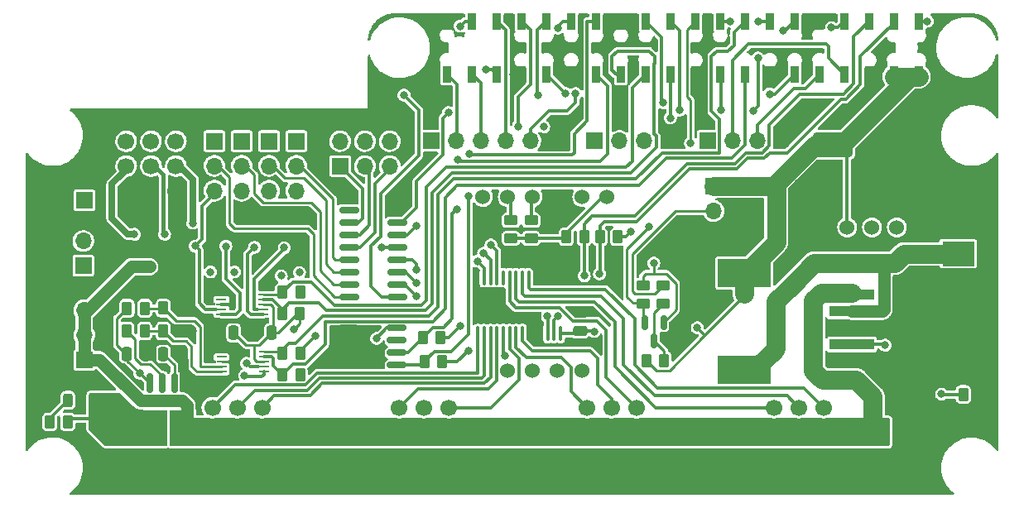
<source format=gbr>
%TF.GenerationSoftware,KiCad,Pcbnew,(6.0.1)*%
%TF.CreationDate,2022-02-16T19:40:38-05:00*%
%TF.ProjectId,expansion-board,65787061-6e73-4696-9f6e-2d626f617264,rev?*%
%TF.SameCoordinates,Original*%
%TF.FileFunction,Copper,L1,Top*%
%TF.FilePolarity,Positive*%
%FSLAX46Y46*%
G04 Gerber Fmt 4.6, Leading zero omitted, Abs format (unit mm)*
G04 Created by KiCad (PCBNEW (6.0.1)) date 2022-02-16 19:40:38*
%MOMM*%
%LPD*%
G01*
G04 APERTURE LIST*
G04 Aperture macros list*
%AMRoundRect*
0 Rectangle with rounded corners*
0 $1 Rounding radius*
0 $2 $3 $4 $5 $6 $7 $8 $9 X,Y pos of 4 corners*
0 Add a 4 corners polygon primitive as box body*
4,1,4,$2,$3,$4,$5,$6,$7,$8,$9,$2,$3,0*
0 Add four circle primitives for the rounded corners*
1,1,$1+$1,$2,$3*
1,1,$1+$1,$4,$5*
1,1,$1+$1,$6,$7*
1,1,$1+$1,$8,$9*
0 Add four rect primitives between the rounded corners*
20,1,$1+$1,$2,$3,$4,$5,0*
20,1,$1+$1,$4,$5,$6,$7,0*
20,1,$1+$1,$6,$7,$8,$9,0*
20,1,$1+$1,$8,$9,$2,$3,0*%
%AMRotRect*
0 Rectangle, with rotation*
0 The origin of the aperture is its center*
0 $1 length*
0 $2 width*
0 $3 Rotation angle, in degrees counterclockwise*
0 Add horizontal line*
21,1,$1,$2,0,0,$3*%
G04 Aperture macros list end*
%TA.AperFunction,SMDPad,CuDef*%
%ADD10RoundRect,0.250000X-0.262500X-0.450000X0.262500X-0.450000X0.262500X0.450000X-0.262500X0.450000X0*%
%TD*%
%TA.AperFunction,SMDPad,CuDef*%
%ADD11RoundRect,0.243750X-0.243750X-0.456250X0.243750X-0.456250X0.243750X0.456250X-0.243750X0.456250X0*%
%TD*%
%TA.AperFunction,ComponentPad*%
%ADD12O,1.700000X1.700000*%
%TD*%
%TA.AperFunction,ComponentPad*%
%ADD13R,1.700000X1.700000*%
%TD*%
%TA.AperFunction,ComponentPad*%
%ADD14C,1.524000*%
%TD*%
%TA.AperFunction,SMDPad,CuDef*%
%ADD15RoundRect,0.250000X0.262500X0.450000X-0.262500X0.450000X-0.262500X-0.450000X0.262500X-0.450000X0*%
%TD*%
%TA.AperFunction,SMDPad,CuDef*%
%ADD16R,3.300000X2.500000*%
%TD*%
%TA.AperFunction,SMDPad,CuDef*%
%ADD17RoundRect,0.250000X0.450000X-0.262500X0.450000X0.262500X-0.450000X0.262500X-0.450000X-0.262500X0*%
%TD*%
%TA.AperFunction,SMDPad,CuDef*%
%ADD18RoundRect,0.150000X0.825000X0.150000X-0.825000X0.150000X-0.825000X-0.150000X0.825000X-0.150000X0*%
%TD*%
%TA.AperFunction,SMDPad,CuDef*%
%ADD19RoundRect,0.150000X0.150000X-0.825000X0.150000X0.825000X-0.150000X0.825000X-0.150000X-0.825000X0*%
%TD*%
%TA.AperFunction,SMDPad,CuDef*%
%ADD20RoundRect,0.250000X0.250000X0.475000X-0.250000X0.475000X-0.250000X-0.475000X0.250000X-0.475000X0*%
%TD*%
%TA.AperFunction,ComponentPad*%
%ADD21R,3.800000X3.800000*%
%TD*%
%TA.AperFunction,ComponentPad*%
%ADD22C,3.800000*%
%TD*%
%TA.AperFunction,ComponentPad*%
%ADD23C,1.700000*%
%TD*%
%TA.AperFunction,SMDPad,CuDef*%
%ADD24RoundRect,0.250000X-0.450000X0.262500X-0.450000X-0.262500X0.450000X-0.262500X0.450000X0.262500X0*%
%TD*%
%TA.AperFunction,ComponentPad*%
%ADD25RotRect,2.000000X2.000000X325.000000*%
%TD*%
%TA.AperFunction,ComponentPad*%
%ADD26C,2.000000*%
%TD*%
%TA.AperFunction,SMDPad,CuDef*%
%ADD27RoundRect,0.250000X0.475000X-0.250000X0.475000X0.250000X-0.475000X0.250000X-0.475000X-0.250000X0*%
%TD*%
%TA.AperFunction,SMDPad,CuDef*%
%ADD28RoundRect,0.250000X-0.250000X-0.475000X0.250000X-0.475000X0.250000X0.475000X-0.250000X0.475000X0*%
%TD*%
%TA.AperFunction,SMDPad,CuDef*%
%ADD29R,1.100000X0.250000*%
%TD*%
%TA.AperFunction,SMDPad,CuDef*%
%ADD30R,5.400000X2.900000*%
%TD*%
%TA.AperFunction,SMDPad,CuDef*%
%ADD31RoundRect,0.100000X-0.100000X0.637500X-0.100000X-0.637500X0.100000X-0.637500X0.100000X0.637500X0*%
%TD*%
%TA.AperFunction,SMDPad,CuDef*%
%ADD32R,0.889000X1.676400*%
%TD*%
%TA.AperFunction,SMDPad,CuDef*%
%ADD33RoundRect,0.250000X-1.750000X-1.000000X1.750000X-1.000000X1.750000X1.000000X-1.750000X1.000000X0*%
%TD*%
%TA.AperFunction,SMDPad,CuDef*%
%ADD34RoundRect,0.150000X-0.825000X-0.150000X0.825000X-0.150000X0.825000X0.150000X-0.825000X0.150000X0*%
%TD*%
%TA.AperFunction,SMDPad,CuDef*%
%ADD35RoundRect,0.150000X-0.150000X0.587500X-0.150000X-0.587500X0.150000X-0.587500X0.150000X0.587500X0*%
%TD*%
%TA.AperFunction,SMDPad,CuDef*%
%ADD36R,4.600000X1.100000*%
%TD*%
%TA.AperFunction,SMDPad,CuDef*%
%ADD37R,9.400000X10.800000*%
%TD*%
%TA.AperFunction,ViaPad*%
%ADD38C,0.800000*%
%TD*%
%TA.AperFunction,Conductor*%
%ADD39C,1.905000*%
%TD*%
%TA.AperFunction,Conductor*%
%ADD40C,0.330200*%
%TD*%
%TA.AperFunction,Conductor*%
%ADD41C,0.254000*%
%TD*%
%TA.AperFunction,Conductor*%
%ADD42C,0.635000*%
%TD*%
%TA.AperFunction,Conductor*%
%ADD43C,1.270000*%
%TD*%
%TA.AperFunction,Conductor*%
%ADD44C,0.406400*%
%TD*%
G04 APERTURE END LIST*
D10*
%TO.P,R4,1*%
%TO.N,Net-(D1-Pad2)*%
X65477500Y-72850000D03*
%TO.P,R4,2*%
%TO.N,/+BATT-RAW*%
X67302500Y-72850000D03*
%TD*%
D11*
%TO.P,D1,1,K*%
%TO.N,GND*%
X65462500Y-70630000D03*
%TO.P,D1,2,A*%
%TO.N,Net-(D1-Pad2)*%
X67337500Y-70630000D03*
%TD*%
D12*
%TO.P,J3,6,Pin_6*%
%TO.N,GND*%
X142315000Y-53825000D03*
%TO.P,J3,5,Pin_5*%
%TO.N,+5V*%
X139775000Y-53825000D03*
%TO.P,J3,4,Pin_4*%
%TO.N,GND*%
X142315000Y-51285000D03*
%TO.P,J3,3,Pin_3*%
%TO.N,+5V*%
X139775000Y-51285000D03*
%TO.P,J3,2,Pin_2*%
%TO.N,GND*%
X142315000Y-48745000D03*
D13*
%TO.P,J3,1,Pin_1*%
%TO.N,+5V*%
X139775000Y-48745000D03*
%TD*%
D14*
%TO.P,RV1,1,1*%
%TO.N,+5V*%
X147030008Y-52950008D03*
%TO.P,RV1,2,2*%
%TO.N,Net-(R17-Pad2)*%
X149570008Y-52950008D03*
%TO.P,RV1,3,3*%
X152110008Y-52950008D03*
%TD*%
D15*
%TO.P,R17,1*%
%TO.N,GND*%
X160732500Y-70040000D03*
%TO.P,R17,2*%
%TO.N,Net-(R17-Pad2)*%
X158907500Y-70040000D03*
%TD*%
D16*
%TO.P,D2,1,K*%
%TO.N,Net-(D2-Pad1)*%
X158390000Y-55630000D03*
%TO.P,D2,2,A*%
%TO.N,GND*%
X158390000Y-48830000D03*
%TD*%
D17*
%TO.P,R5,1*%
%TO.N,+3V3*%
X112644445Y-54050000D03*
%TO.P,R5,2*%
%TO.N,SCL5*%
X112644445Y-52225000D03*
%TD*%
D18*
%TO.P,U4,1,I1*%
%TO.N,OUT1*%
X101025000Y-60045000D03*
%TO.P,U4,2,I2*%
%TO.N,OUT2*%
X101025000Y-58775000D03*
%TO.P,U4,3,I3*%
%TO.N,OUT3*%
X101025000Y-57505000D03*
%TO.P,U4,4,I4*%
%TO.N,OUT4*%
X101025000Y-56235000D03*
%TO.P,U4,5,I5*%
%TO.N,OUT5*%
X101025000Y-54965000D03*
%TO.P,U4,6,I6*%
%TO.N,OUT6*%
X101025000Y-53695000D03*
%TO.P,U4,7,I7*%
%TO.N,OUT7*%
X101025000Y-52425000D03*
%TO.P,U4,8,GND*%
%TO.N,GND*%
X101025000Y-51155000D03*
%TO.P,U4,9,COM*%
%TO.N,unconnected-(U4-Pad9)*%
X96075000Y-51155000D03*
%TO.P,U4,10,O7*%
%TO.N,Net-(J7-Pad1)*%
X96075000Y-52425000D03*
%TO.P,U4,11,O6*%
%TO.N,Net-(J7-Pad3)*%
X96075000Y-53695000D03*
%TO.P,U4,12,O5*%
%TO.N,Net-(J7-Pad5)*%
X96075000Y-54965000D03*
%TO.P,U4,13,O4*%
%TO.N,Net-(J11-Pad2)*%
X96075000Y-56235000D03*
%TO.P,U4,14,O3*%
%TO.N,Net-(J10-Pad2)*%
X96075000Y-57505000D03*
%TO.P,U4,15,O2*%
%TO.N,Net-(J9-Pad2)*%
X96075000Y-58775000D03*
%TO.P,U4,16,O1*%
%TO.N,Net-(J8-Pad2)*%
X96075000Y-60045000D03*
%TD*%
D19*
%TO.P,U3,1,IP+*%
%TO.N,/+BATT-RAW*%
X75695000Y-73825000D03*
%TO.P,U3,2,IP+*%
X76965000Y-73825000D03*
%TO.P,U3,3,IP-*%
%TO.N,+BATT*%
X78235000Y-73825000D03*
%TO.P,U3,4,IP-*%
X79505000Y-73825000D03*
%TO.P,U3,5,GND*%
%TO.N,GND*%
X79505000Y-68875000D03*
%TO.P,U3,6,FILTER*%
%TO.N,Net-(C3-Pad1)*%
X78235000Y-68875000D03*
%TO.P,U3,7,VIOUT*%
%TO.N,Net-(R8-Pad1)*%
X76965000Y-68875000D03*
%TO.P,U3,8,VCC*%
%TO.N,+5V*%
X75695000Y-68875000D03*
%TD*%
D20*
%TO.P,C5,1*%
%TO.N,+3V3*%
X88175000Y-63725000D03*
%TO.P,C5,2*%
%TO.N,GND*%
X86275000Y-63725000D03*
%TD*%
D13*
%TO.P,J9,1,Pin_1*%
%TO.N,+3V3*%
X85097216Y-44112405D03*
D12*
%TO.P,J9,2,Pin_2*%
%TO.N,Net-(J9-Pad2)*%
X85097216Y-46652405D03*
%TO.P,J9,3,Pin_3*%
%TO.N,FOOT2*%
X85097216Y-49192405D03*
%TO.P,J9,4,Pin_4*%
%TO.N,GND*%
X85097216Y-51732405D03*
%TD*%
D21*
%TO.P,J2,1,Pin_1*%
%TO.N,GND*%
X71775000Y-77525000D03*
D22*
%TO.P,J2,2,Pin_2*%
%TO.N,/+BATT-RAW*%
X71775000Y-72525000D03*
%TD*%
D13*
%TO.P,J14,1,Pin_1*%
%TO.N,+3V3*%
X132750000Y-44107000D03*
D12*
%TO.P,J14,2,Pin_2*%
%TO.N,TX*%
X135290000Y-44107000D03*
%TO.P,J14,3,Pin_3*%
%TO.N,RX*%
X137830000Y-44107000D03*
%TO.P,J14,4,Pin_4*%
%TO.N,GND*%
X140370000Y-44107000D03*
%TD*%
D23*
%TO.P,U10,1*%
%TO.N,M7*%
X120425000Y-71385000D03*
%TO.P,U10,2*%
%TO.N,+BATT*%
X120425000Y-73925000D03*
%TO.P,U10,3*%
%TO.N,GND*%
X120425000Y-76465000D03*
%TO.P,U10,4*%
%TO.N,M8*%
X122965000Y-71385000D03*
%TO.P,U10,5*%
%TO.N,+BATT*%
X122965000Y-73925000D03*
%TO.P,U10,6*%
%TO.N,GND*%
X122965000Y-76465000D03*
%TO.P,U10,7*%
%TO.N,M9*%
X125505000Y-71385000D03*
%TO.P,U10,8*%
%TO.N,+BATT*%
X125505000Y-73925000D03*
%TO.P,U10,9*%
%TO.N,GND*%
X125505000Y-76465000D03*
%TD*%
D15*
%TO.P,R18,1*%
%TO.N,+3V3*%
X105612500Y-66700000D03*
%TO.P,R18,2*%
%TO.N,ID_SD*%
X103787500Y-66700000D03*
%TD*%
D20*
%TO.P,C2,2*%
%TO.N,GND*%
X82375000Y-63725000D03*
%TO.P,C2,1*%
%TO.N,+3V3*%
X84275000Y-63725000D03*
%TD*%
D15*
%TO.P,R15,2*%
%TO.N,SDA4*%
X89250000Y-59600000D03*
%TO.P,R15,1*%
%TO.N,+3V3*%
X91075000Y-59600000D03*
%TD*%
D13*
%TO.P,J15,1,Pin_1*%
%TO.N,+3V3*%
X104470000Y-44107000D03*
D12*
%TO.P,J15,2,Pin_2*%
%TO.N,SPI_CLK*%
X107010000Y-44107000D03*
%TO.P,J15,3,Pin_3*%
%TO.N,SPI_MOSI*%
X109550000Y-44107000D03*
%TO.P,J15,4,Pin_4*%
%TO.N,SPI_MISO*%
X112090000Y-44107000D03*
%TO.P,J15,5,Pin_5*%
%TO.N,SPI_CS*%
X114630000Y-44107000D03*
%TO.P,J15,6,Pin_6*%
%TO.N,GND*%
X117170000Y-44107000D03*
%TD*%
D13*
%TO.P,J4,1,Pin_1*%
%TO.N,+BATT*%
X69000000Y-66500000D03*
D12*
%TO.P,J4,2,Pin_2*%
%TO.N,GND*%
X66460000Y-66500000D03*
%TO.P,J4,3,Pin_3*%
%TO.N,+BATT*%
X69000000Y-63960000D03*
%TO.P,J4,4,Pin_4*%
%TO.N,GND*%
X66460000Y-63960000D03*
%TO.P,J4,5,Pin_5*%
%TO.N,+BATT*%
X69000000Y-61420000D03*
%TO.P,J4,6,Pin_6*%
%TO.N,GND*%
X66460000Y-61420000D03*
%TD*%
D24*
%TO.P,R14,1*%
%TO.N,Net-(J6-Pad2)*%
X128237500Y-58912500D03*
%TO.P,R14,2*%
%TO.N,Net-(Q1-Pad3)*%
X128237500Y-60737500D03*
%TD*%
D15*
%TO.P,R19,1*%
%TO.N,+3V3*%
X105462500Y-64250000D03*
%TO.P,R19,2*%
%TO.N,ID_SC*%
X103637500Y-64250000D03*
%TD*%
D25*
%TO.P,C8,1*%
%TO.N,+BATT*%
X92175000Y-73750000D03*
D26*
%TO.P,C8,2*%
%TO.N,GND*%
X96270760Y-76617882D03*
%TD*%
D27*
%TO.P,C1,1*%
%TO.N,+3V3*%
X119700000Y-63550000D03*
%TO.P,C1,2*%
%TO.N,GND*%
X119700000Y-61650000D03*
%TD*%
D15*
%TO.P,R7,1*%
%TO.N,+3V3*%
X91075000Y-68000000D03*
%TO.P,R7,2*%
%TO.N,SCL6*%
X89250000Y-68000000D03*
%TD*%
D13*
%TO.P,J13,1,Pin_1*%
%TO.N,+3V3*%
X121200000Y-44107000D03*
D12*
%TO.P,J13,2,Pin_2*%
%TO.N,SDA5*%
X123740000Y-44107000D03*
%TO.P,J13,3,Pin_3*%
%TO.N,SCL5*%
X126280000Y-44107000D03*
%TO.P,J13,4,Pin_4*%
%TO.N,GND*%
X128820000Y-44107000D03*
%TD*%
D13*
%TO.P,J6,1,Pin_1*%
%TO.N,+5V*%
X133360000Y-48730000D03*
D12*
%TO.P,J6,2,Pin_2*%
%TO.N,Net-(J6-Pad2)*%
X133360000Y-51270000D03*
%TO.P,J6,3,Pin_3*%
%TO.N,GND*%
X133360000Y-53810000D03*
%TD*%
D10*
%TO.P,R1,1*%
%TO.N,+3V3*%
X118300000Y-53900000D03*
%TO.P,R1,2*%
%TO.N,SCL1*%
X120125000Y-53900000D03*
%TD*%
D13*
%TO.P,J10,1,Pin_1*%
%TO.N,+3V3*%
X87891216Y-44112405D03*
D12*
%TO.P,J10,2,Pin_2*%
%TO.N,Net-(J10-Pad2)*%
X87891216Y-46652405D03*
%TO.P,J10,3,Pin_3*%
%TO.N,FOOT3*%
X87891216Y-49192405D03*
%TO.P,J10,4,Pin_4*%
%TO.N,GND*%
X87891216Y-51732405D03*
%TD*%
D28*
%TO.P,C4,1*%
%TO.N,+5V*%
X73350000Y-65875000D03*
%TO.P,C4,2*%
%TO.N,GND*%
X75250000Y-65875000D03*
%TD*%
D23*
%TO.P,U11,1*%
%TO.N,AUX_M1*%
X73286216Y-44125405D03*
%TO.P,U11,2*%
%TO.N,Net-(JP5-Pad2)*%
X73286216Y-46665405D03*
%TO.P,U11,3*%
%TO.N,GND*%
X73286216Y-49205405D03*
%TO.P,U11,4*%
%TO.N,AUX_M2*%
X75826216Y-44125405D03*
%TO.P,U11,5*%
%TO.N,Net-(JP6-Pad2)*%
X75826216Y-46665405D03*
%TO.P,U11,6*%
%TO.N,GND*%
X75826216Y-49205405D03*
%TO.P,U11,7*%
%TO.N,AUX_M3*%
X78366216Y-44125405D03*
%TO.P,U11,8*%
%TO.N,Net-(JP7-Pad2)*%
X78366216Y-46665405D03*
%TO.P,U11,9*%
%TO.N,GND*%
X78366216Y-49205405D03*
%TD*%
D25*
%TO.P,C6,1*%
%TO.N,+BATT*%
X149650000Y-73750000D03*
D26*
%TO.P,C6,2*%
%TO.N,GND*%
X153745760Y-76617882D03*
%TD*%
D10*
%TO.P,R10,1*%
%TO.N,CSENSE*%
X77075000Y-63550000D03*
%TO.P,R10,2*%
%TO.N,GND*%
X78900000Y-63550000D03*
%TD*%
D24*
%TO.P,R9,1*%
%TO.N,+3V3*%
X126137500Y-58912500D03*
%TO.P,R9,2*%
%TO.N,NEOPIXEL*%
X126137500Y-60737500D03*
%TD*%
D15*
%TO.P,R16,2*%
%TO.N,SCL4*%
X89237500Y-61750000D03*
%TO.P,R16,1*%
%TO.N,+3V3*%
X91062500Y-61750000D03*
%TD*%
D29*
%TO.P,U1,1,ADDR*%
%TO.N,GND*%
X83050000Y-65700000D03*
%TO.P,U1,2,ALERT/RDY*%
%TO.N,unconnected-(U1-Pad2)*%
X83050000Y-66200000D03*
%TO.P,U1,3,GND*%
%TO.N,GND*%
X83050000Y-66700000D03*
%TO.P,U1,4,AIN0*%
%TO.N,VSENSE*%
X83050000Y-67200000D03*
%TO.P,U1,5,AIN1*%
%TO.N,CSENSE*%
X83050000Y-67700000D03*
%TO.P,U1,6,AIN2*%
%TO.N,Net-(J1-Pad1)*%
X87350000Y-67700000D03*
%TO.P,U1,7,AIN3*%
%TO.N,Net-(J1-Pad2)*%
X87350000Y-67200000D03*
%TO.P,U1,8,VDD*%
%TO.N,+3V3*%
X87350000Y-66700000D03*
%TO.P,U1,9,SDA*%
%TO.N,SCL6*%
X87350000Y-66200000D03*
%TO.P,U1,10,SCL*%
%TO.N,SDA6*%
X87350000Y-65700000D03*
%TD*%
D13*
%TO.P,J1,1,Pin_1*%
%TO.N,Net-(J1-Pad1)*%
X68900000Y-56875000D03*
D12*
%TO.P,J1,2,Pin_2*%
%TO.N,Net-(J1-Pad2)*%
X68900000Y-54335000D03*
%TD*%
D14*
%TO.P,MOD1,1,Vin*%
%TO.N,+3V3*%
X122475000Y-49837500D03*
%TO.P,MOD1,2,3vo*%
%TO.N,unconnected-(MOD1-Pad2)*%
X119935000Y-49837500D03*
%TO.P,MOD1,3,GND*%
%TO.N,GND*%
X117395000Y-49837500D03*
%TO.P,MOD1,4,SDA*%
%TO.N,SDA5*%
X114855000Y-49837500D03*
%TO.P,MOD1,5,SCL*%
%TO.N,SCL5*%
X112315000Y-49837500D03*
%TO.P,MOD1,6,RST*%
%TO.N,unconnected-(MOD1-Pad6)*%
X109775000Y-49837500D03*
%TO.P,MOD1,7,ADR*%
%TO.N,unconnected-(MOD1-Pad7)*%
X112315000Y-67617500D03*
%TO.P,MOD1,8,INT*%
%TO.N,unconnected-(MOD1-Pad8)*%
X114855000Y-67617500D03*
%TO.P,MOD1,9,PS1*%
%TO.N,unconnected-(MOD1-Pad9)*%
X117395000Y-67617500D03*
%TO.P,MOD1,10,PS0*%
%TO.N,unconnected-(MOD1-Pad10)*%
X119935000Y-67617500D03*
%TD*%
D10*
%TO.P,R8,1*%
%TO.N,Net-(R8-Pad1)*%
X73350000Y-63550000D03*
%TO.P,R8,2*%
%TO.N,CSENSE*%
X75175000Y-63550000D03*
%TD*%
D28*
%TO.P,C3,1*%
%TO.N,Net-(C3-Pad1)*%
X77100000Y-65900000D03*
%TO.P,C3,2*%
%TO.N,GND*%
X79000000Y-65900000D03*
%TD*%
D23*
%TO.P,U8,1*%
%TO.N,M1*%
X82100414Y-71385000D03*
%TO.P,U8,2*%
%TO.N,+BATT*%
X82100414Y-73925000D03*
%TO.P,U8,3*%
%TO.N,GND*%
X82100414Y-76465000D03*
%TO.P,U8,4*%
%TO.N,M2*%
X84640414Y-71385000D03*
%TO.P,U8,5*%
%TO.N,+BATT*%
X84640414Y-73925000D03*
%TO.P,U8,6*%
%TO.N,GND*%
X84640414Y-76465000D03*
%TO.P,U8,7*%
%TO.N,M3*%
X87180414Y-71385000D03*
%TO.P,U8,8*%
%TO.N,+BATT*%
X87180414Y-73925000D03*
%TO.P,U8,9*%
%TO.N,GND*%
X87180414Y-76465000D03*
%TD*%
%TO.P,U12,1*%
%TO.N,M10*%
X139575000Y-71385000D03*
%TO.P,U12,2*%
%TO.N,+BATT*%
X139575000Y-73925000D03*
%TO.P,U12,3*%
%TO.N,GND*%
X139575000Y-76465000D03*
%TO.P,U12,4*%
%TO.N,M11*%
X142115000Y-71385000D03*
%TO.P,U12,5*%
%TO.N,+BATT*%
X142115000Y-73925000D03*
%TO.P,U12,6*%
%TO.N,GND*%
X142115000Y-76465000D03*
%TO.P,U12,7*%
%TO.N,M12*%
X144655000Y-71385000D03*
%TO.P,U12,8*%
%TO.N,+BATT*%
X144655000Y-73925000D03*
%TO.P,U12,9*%
%TO.N,GND*%
X144655000Y-76465000D03*
%TD*%
D13*
%TO.P,J8,1,Pin_1*%
%TO.N,+3V3*%
X82303216Y-44112405D03*
D12*
%TO.P,J8,2,Pin_2*%
%TO.N,Net-(J8-Pad2)*%
X82303216Y-46652405D03*
%TO.P,J8,3,Pin_3*%
%TO.N,FOOT1*%
X82303216Y-49192405D03*
%TO.P,J8,4,Pin_4*%
%TO.N,GND*%
X82303216Y-51732405D03*
%TD*%
D10*
%TO.P,R12,1*%
%TO.N,+5V*%
X73375000Y-61225000D03*
%TO.P,R12,2*%
%TO.N,VSENSE*%
X75200000Y-61225000D03*
%TD*%
D13*
%TO.P,J11,1,Pin_1*%
%TO.N,+3V3*%
X90685216Y-44112405D03*
D12*
%TO.P,J11,2,Pin_2*%
%TO.N,Net-(J11-Pad2)*%
X90685216Y-46652405D03*
%TO.P,J11,3,Pin_3*%
%TO.N,FOOT4*%
X90685216Y-49192405D03*
%TO.P,J11,4,Pin_4*%
%TO.N,GND*%
X90685216Y-51732405D03*
%TD*%
D23*
%TO.P,U9,1*%
%TO.N,M4*%
X101225394Y-71385000D03*
%TO.P,U9,2*%
%TO.N,+BATT*%
X101225394Y-73925000D03*
%TO.P,U9,3*%
%TO.N,GND*%
X101225394Y-76465000D03*
%TO.P,U9,4*%
%TO.N,M5*%
X103765394Y-71385000D03*
%TO.P,U9,5*%
%TO.N,+BATT*%
X103765394Y-73925000D03*
%TO.P,U9,6*%
%TO.N,GND*%
X103765394Y-76465000D03*
%TO.P,U9,7*%
%TO.N,M6*%
X106305394Y-71385000D03*
%TO.P,U9,8*%
%TO.N,+BATT*%
X106305394Y-73925000D03*
%TO.P,U9,9*%
%TO.N,GND*%
X106305394Y-76465000D03*
%TD*%
D15*
%TO.P,R2,2*%
%TO.N,SDA1*%
X121750000Y-53900000D03*
%TO.P,R2,1*%
%TO.N,+3V3*%
X123575000Y-53900000D03*
%TD*%
D30*
%TO.P,L1,1,1*%
%TO.N,+5V*%
X136520000Y-57600000D03*
%TO.P,L1,2,2*%
%TO.N,Net-(D2-Pad1)*%
X136520000Y-67500000D03*
%TD*%
D31*
%TO.P,U2,28,VDD*%
%TO.N,+3V3*%
X117700000Y-63812500D03*
%TO.P,U2,27,SDA*%
%TO.N,SDA1*%
X117050000Y-63812500D03*
%TO.P,U2,26,SCL*%
%TO.N,SCL1*%
X116400000Y-63812500D03*
%TO.P,U2,25,A6*%
%TO.N,GND*%
X115750000Y-63812500D03*
%TO.P,U2,24,A5*%
X115100000Y-63812500D03*
%TO.P,U2,23,~{OE}*%
X114450000Y-63812500D03*
%TO.P,U2,22,LED15*%
%TO.N,M8*%
X113800000Y-63812500D03*
%TO.P,U2,21,LED14*%
%TO.N,M7*%
X113150000Y-63812500D03*
%TO.P,U2,20,LED13*%
%TO.N,M6*%
X112500000Y-63812500D03*
%TO.P,U2,19,LED12*%
%TO.N,M5*%
X111850000Y-63812500D03*
%TO.P,U2,18,LED11*%
%TO.N,M4*%
X111200000Y-63812500D03*
%TO.P,U2,17,LED10*%
%TO.N,M3*%
X110550000Y-63812500D03*
%TO.P,U2,16,LED9*%
%TO.N,M2*%
X109900000Y-63812500D03*
%TO.P,U2,15,LED8*%
%TO.N,M1*%
X109250000Y-63812500D03*
%TO.P,U2,14,VSS*%
%TO.N,GND*%
X109250000Y-58087500D03*
%TO.P,U2,13,LED7*%
%TO.N,AUX_M1*%
X109900000Y-58087500D03*
%TO.P,U2,12,LED6*%
%TO.N,AUX_M2*%
X110550000Y-58087500D03*
%TO.P,U2,11,LED5*%
%TO.N,AUX_M3*%
X111200000Y-58087500D03*
%TO.P,U2,10,LED4*%
%TO.N,unconnected-(U2-Pad10)*%
X111850000Y-58087500D03*
%TO.P,U2,9,LED3*%
%TO.N,M9*%
X112500000Y-58087500D03*
%TO.P,U2,8,LED2*%
%TO.N,M10*%
X113150000Y-58087500D03*
%TO.P,U2,7,LED1*%
%TO.N,M11*%
X113800000Y-58087500D03*
%TO.P,U2,6,LED0*%
%TO.N,M12*%
X114450000Y-58087500D03*
%TO.P,U2,5,A4*%
%TO.N,GND*%
X115100000Y-58087500D03*
%TO.P,U2,4,A3*%
X115750000Y-58087500D03*
%TO.P,U2,3,A2*%
X116400000Y-58087500D03*
%TO.P,U2,2,A1*%
X117050000Y-58087500D03*
%TO.P,U2,1,A0*%
X117700000Y-58087500D03*
%TD*%
D10*
%TO.P,R13,1*%
%TO.N,VSENSE*%
X77075000Y-61200000D03*
%TO.P,R13,2*%
%TO.N,GND*%
X78900000Y-61200000D03*
%TD*%
D25*
%TO.P,C10,1*%
%TO.N,+BATT*%
X111300000Y-73750000D03*
D26*
%TO.P,C10,2*%
%TO.N,GND*%
X115395760Y-76617882D03*
%TD*%
D13*
%TO.P,J7,1,Pin_1*%
%TO.N,Net-(J7-Pad1)*%
X95160000Y-46657000D03*
D12*
%TO.P,J7,2,Pin_2*%
%TO.N,+3V3*%
X95160000Y-44117000D03*
%TO.P,J7,3,Pin_3*%
%TO.N,Net-(J7-Pad3)*%
X97700000Y-46657000D03*
%TO.P,J7,4,Pin_4*%
%TO.N,+3V3*%
X97700000Y-44117000D03*
%TO.P,J7,5,Pin_5*%
%TO.N,Net-(J7-Pad5)*%
X100240000Y-46657000D03*
%TO.P,J7,6,Pin_6*%
%TO.N,+3V3*%
X100240000Y-44117000D03*
%TD*%
D29*
%TO.P,U5,1,ADDR*%
%TO.N,GND*%
X83025000Y-59825000D03*
%TO.P,U5,2,ALERT/RDY*%
%TO.N,unconnected-(U5-Pad2)*%
X83025000Y-60325000D03*
%TO.P,U5,3,GND*%
%TO.N,GND*%
X83025000Y-60825000D03*
%TO.P,U5,4,AIN0*%
%TO.N,FOOT1*%
X83025000Y-61325000D03*
%TO.P,U5,5,AIN1*%
%TO.N,FOOT2*%
X83025000Y-61825000D03*
%TO.P,U5,6,AIN2*%
%TO.N,FOOT3*%
X87325000Y-61825000D03*
%TO.P,U5,7,AIN3*%
%TO.N,FOOT4*%
X87325000Y-61325000D03*
%TO.P,U5,8,VDD*%
%TO.N,+3V3*%
X87325000Y-60825000D03*
%TO.P,U5,9,SDA*%
%TO.N,SCL4*%
X87325000Y-60325000D03*
%TO.P,U5,10,SCL*%
%TO.N,SDA4*%
X87325000Y-59825000D03*
%TD*%
D17*
%TO.P,R3,1*%
%TO.N,+3V3*%
X114700000Y-54050000D03*
%TO.P,R3,2*%
%TO.N,SDA5*%
X114700000Y-52225000D03*
%TD*%
D25*
%TO.P,C9,1*%
%TO.N,+BATT*%
X130527120Y-73818982D03*
D26*
%TO.P,C9,2*%
%TO.N,GND*%
X134622880Y-76686864D03*
%TD*%
D32*
%TO.P,J12,40,GPIO21/SCLK1*%
%TO.N,SPI_CLK*%
X106107800Y-37277000D03*
%TO.P,J12,39,GND*%
%TO.N,GND*%
X106107800Y-31841400D03*
%TO.P,J12,38,GPIO20/MOSI1*%
%TO.N,SPI_MOSI*%
X108647800Y-37277000D03*
%TO.P,J12,37,GPIO26*%
%TO.N,Net-(J12-Pad37)*%
X108647800Y-31841400D03*
%TO.P,J12,36,GPIO16*%
%TO.N,OUT1*%
X111187800Y-37277000D03*
%TO.P,J12,35,GPIO19/MISO1*%
%TO.N,SPI_MISO*%
X111187800Y-31841400D03*
%TO.P,J12,34,GND*%
%TO.N,GND*%
X113727800Y-37277000D03*
%TO.P,J12,33,PWM1/GPIO13*%
%TO.N,SCL5*%
X113727800Y-31841400D03*
%TO.P,J12,32,PWM0/GPIO12*%
%TO.N,SDA5*%
X116267800Y-37277000D03*
%TO.P,J12,31,GCLK2/GPIO6*%
%TO.N,Net-(J12-Pad31)*%
X116267800Y-31841400D03*
%TO.P,J12,30,GND*%
%TO.N,GND*%
X118807800Y-37277000D03*
%TO.P,J12,29,GCLK1/GPIO5*%
%TO.N,Net-(J12-Pad29)*%
X118807800Y-31841400D03*
%TO.P,J12,28,ID_SC/GPIO1*%
%TO.N,ID_SC*%
X121347800Y-37277000D03*
%TO.P,J12,27,ID_SD/GPIO0*%
%TO.N,ID_SD*%
X121347800Y-31841400D03*
%TO.P,J12,26,~{CE1}/GPIO7*%
%TO.N,SCL4*%
X123887800Y-37277000D03*
%TO.P,J12,25,GND*%
%TO.N,GND*%
X123887800Y-31841400D03*
%TO.P,J12,24,~{CE0}/GPIO8*%
%TO.N,SDA4*%
X126427800Y-37277000D03*
%TO.P,J12,23,SCLK0/GPIO11*%
%TO.N,Net-(J12-Pad23)*%
X126427800Y-31841400D03*
%TO.P,J12,22,GPIO25*%
%TO.N,OUT6*%
X128967800Y-37277000D03*
%TO.P,J12,21,MISO0/GPIO9*%
%TO.N,OUT7*%
X128967800Y-31841400D03*
%TO.P,J12,20,GND*%
%TO.N,GND*%
X131507800Y-37277000D03*
%TO.P,J12,19,MOSI0/GPIO10*%
%TO.N,NEOPIXEL*%
X131507800Y-31841400D03*
%TO.P,J12,18,GPIO24*%
%TO.N,OUT5*%
X134047800Y-37277000D03*
%TO.P,J12,17,3V3*%
%TO.N,+3V3*%
X134047800Y-31841400D03*
%TO.P,J12,16,GPIO23*%
%TO.N,SCL6*%
X136587800Y-37277000D03*
%TO.P,J12,15,GPIO22*%
%TO.N,SDA6*%
X136587800Y-31841400D03*
%TO.P,J12,14,GND*%
%TO.N,GND*%
X139127800Y-37277000D03*
%TO.P,J12,13,GPIO27*%
%TO.N,OUT4*%
X139127800Y-31841400D03*
%TO.P,J12,12,GPIO18/PWM0*%
%TO.N,SPI_CS*%
X141667800Y-37277000D03*
%TO.P,J12,11,GPIO17*%
%TO.N,OUT3*%
X141667800Y-31841400D03*
%TO.P,J12,10,GPIO15/RXD*%
%TO.N,RX*%
X144207800Y-37277000D03*
%TO.P,J12,9,GND*%
%TO.N,GND*%
X144207800Y-31841400D03*
%TO.P,J12,8,GPIO14/TXD*%
%TO.N,TX*%
X146747800Y-37277000D03*
%TO.P,J12,7,GCLK0/GPIO4*%
%TO.N,OUT2*%
X146747800Y-31841400D03*
%TO.P,J12,6,GND*%
%TO.N,GND*%
X149287800Y-37277000D03*
%TO.P,J12,5,SCL/GPIO3*%
%TO.N,SCL1*%
X149287800Y-31841400D03*
%TO.P,J12,4,5V*%
%TO.N,+5V*%
X151827800Y-37277000D03*
%TO.P,J12,3,SDA/GPIO2*%
%TO.N,SDA1*%
X151827800Y-31841400D03*
%TO.P,J12,2,5V*%
%TO.N,+5V*%
X154367800Y-37277000D03*
%TO.P,J12,1,3V3*%
%TO.N,+3V3*%
X154367800Y-31841400D03*
%TD*%
D33*
%TO.P,C7,1*%
%TO.N,+5V*%
X145577500Y-44470000D03*
%TO.P,C7,2*%
%TO.N,GND*%
X153577500Y-44470000D03*
%TD*%
D13*
%TO.P,J5,1,Pin_1*%
%TO.N,+AUX*%
X69000000Y-50150000D03*
D12*
%TO.P,J5,2,Pin_2*%
%TO.N,GND*%
X66460000Y-50150000D03*
%TD*%
D34*
%TO.P,U7,1,A0*%
%TO.N,GND*%
X96025000Y-63245000D03*
%TO.P,U7,2,A1*%
X96025000Y-64515000D03*
%TO.P,U7,3,A2*%
X96025000Y-65785000D03*
%TO.P,U7,4,GND*%
X96025000Y-67055000D03*
%TO.P,U7,5,SDA*%
%TO.N,ID_SD*%
X100975000Y-67055000D03*
%TO.P,U7,6,SCL*%
%TO.N,ID_SC*%
X100975000Y-65785000D03*
%TO.P,U7,7,WP*%
%TO.N,unconnected-(U7-Pad7)*%
X100975000Y-64515000D03*
%TO.P,U7,8,VCC*%
%TO.N,+3V3*%
X100975000Y-63245000D03*
%TD*%
D15*
%TO.P,R6,1*%
%TO.N,+3V3*%
X91075000Y-65844440D03*
%TO.P,R6,2*%
%TO.N,SDA6*%
X89250000Y-65844440D03*
%TD*%
D10*
%TO.P,R11,1*%
%TO.N,+5V*%
X126475000Y-66575000D03*
%TO.P,R11,2*%
%TO.N,Net-(Q1-Pad3)*%
X128300000Y-66575000D03*
%TD*%
D35*
%TO.P,Q1,1,G*%
%TO.N,+3V3*%
X128250000Y-62662500D03*
%TO.P,Q1,2,S*%
%TO.N,NEOPIXEL*%
X126350000Y-62662500D03*
%TO.P,Q1,3,D*%
%TO.N,Net-(Q1-Pad3)*%
X127300000Y-64537500D03*
%TD*%
D36*
%TO.P,U6,5,~{ON}/OFF*%
%TO.N,GND*%
X147525000Y-66625000D03*
%TO.P,U6,4,FB*%
%TO.N,Net-(R17-Pad2)*%
X147525000Y-64925000D03*
%TO.P,U6,3,GND*%
%TO.N,GND*%
X147525000Y-63225000D03*
D37*
X156675000Y-63225000D03*
D36*
%TO.P,U6,2,OUT*%
%TO.N,Net-(D2-Pad1)*%
X147525000Y-61525000D03*
%TO.P,U6,1,VIN*%
%TO.N,+BATT*%
X147525000Y-59825000D03*
%TD*%
D38*
%TO.N,+5V*%
X136520000Y-59770000D03*
X142090000Y-46160000D03*
X148350000Y-42600000D03*
X150330000Y-40640000D03*
%TO.N,Net-(R17-Pad2)*%
X156680000Y-70000000D03*
%TO.N,+5V*%
X153080000Y-37930000D03*
%TO.N,Net-(D2-Pad1)*%
X150789711Y-58510289D03*
X150625000Y-61525000D03*
%TO.N,+BATT*%
X145672220Y-59607780D03*
X143550000Y-61420000D03*
X143550000Y-65040000D03*
X144220000Y-68270000D03*
X148560000Y-69160000D03*
%TO.N,Net-(D2-Pad1)*%
X154360000Y-55650000D03*
X147370000Y-56600000D03*
X141385000Y-58865000D03*
X139590000Y-65460000D03*
%TO.N,Net-(J12-Pad31)*%
X89150000Y-57900000D03*
%TO.N,+BATT*%
X79510000Y-72170000D03*
X78250009Y-72160003D03*
%TO.N,/+BATT-RAW*%
X76940000Y-72160000D03*
X75719991Y-72139988D03*
%TO.N,+5V*%
X74680000Y-67880000D03*
%TO.N,GND*%
X152950000Y-46800000D03*
X154100000Y-48000000D03*
X155600000Y-67050000D03*
X157600000Y-67050000D03*
X159600000Y-67050000D03*
X153600000Y-67050000D03*
X157600000Y-59500000D03*
X157600000Y-61400000D03*
X157600000Y-63250000D03*
X159600000Y-63200000D03*
X155600000Y-65100000D03*
X155600000Y-61400000D03*
X157600000Y-65150000D03*
X153600000Y-63200000D03*
X153600000Y-59500000D03*
X159600000Y-59500000D03*
X153600000Y-65100000D03*
X159600000Y-61400000D03*
X155600000Y-59500000D03*
X155600000Y-63200000D03*
X159600000Y-65100000D03*
X153600000Y-61400000D03*
%TO.N,Net-(R17-Pad2)*%
X150900000Y-65000000D03*
%TO.N,GND*%
X155650000Y-48900000D03*
%TO.N,+3V3*%
X135100000Y-31850000D03*
X155250000Y-31850000D03*
%TO.N,GND*%
X149300000Y-38550000D03*
X143300000Y-31850000D03*
X139932200Y-34967800D03*
X132450000Y-34550000D03*
X112857800Y-37300000D03*
X119682200Y-37250000D03*
X122700000Y-32200000D03*
X105223473Y-31820427D03*
%TO.N,SPI_CS*%
X139100000Y-39300000D03*
%TO.N,OUT4*%
X137950000Y-31850000D03*
X137900000Y-35600000D03*
%TO.N,SPI_CS*%
X119252703Y-39250000D03*
%TO.N,SDA5*%
X118250000Y-39250000D03*
%TO.N,GND*%
X101400000Y-49450000D03*
%TO.N,+5V*%
X131700000Y-63200000D03*
%TO.N,Net-(J1-Pad1)*%
X85400000Y-68100000D03*
%TO.N,Net-(J1-Pad2)*%
X85600000Y-66850000D03*
%TO.N,GND*%
X80750000Y-68600000D03*
X98350000Y-66000000D03*
%TO.N,+3V3*%
X98900000Y-64300000D03*
X107450000Y-63050000D03*
X108300000Y-65550000D03*
X90450000Y-63400000D03*
X92600000Y-64050000D03*
%TO.N,OUT1*%
X110050000Y-36800000D03*
X101700000Y-39400000D03*
%TO.N,OUT2*%
X145426908Y-32491247D03*
X102950000Y-59950000D03*
%TO.N,OUT3*%
X140450000Y-32850000D03*
X103000000Y-58650000D03*
%TO.N,OUT4*%
X137400000Y-41050000D03*
X103000000Y-57250000D03*
%TO.N,OUT5*%
X134117917Y-40932083D03*
X99450000Y-54950000D03*
%TO.N,OUT6*%
X128950000Y-41750000D03*
X102950000Y-52750000D03*
%TO.N,OUT7*%
X129900000Y-40950000D03*
X106232200Y-41200000D03*
%TO.N,Net-(J12-Pad23)*%
X128200000Y-40182200D03*
X91016216Y-57555405D03*
%TO.N,Net-(J12-Pad31)*%
X115450000Y-39450000D03*
%TO.N,Net-(J12-Pad29)*%
X117450000Y-32550000D03*
X84366216Y-57505405D03*
%TO.N,Net-(J12-Pad37)*%
X107450000Y-32350000D03*
X81916216Y-57505405D03*
%TO.N,SDA5*%
X116000000Y-42650000D03*
%TO.N,SCL5*%
X113400000Y-42600000D03*
%TO.N,GND*%
X82550000Y-58917800D03*
X81500000Y-62250000D03*
%TO.N,AUX_M3*%
X110600000Y-54750000D03*
%TO.N,AUX_M2*%
X109850000Y-55600000D03*
%TO.N,AUX_M1*%
X109200000Y-56400000D03*
%TO.N,FOOT3*%
X86400000Y-54980000D03*
%TO.N,FOOT4*%
X89460000Y-55020000D03*
%TO.N,FOOT2*%
X83490000Y-54870000D03*
%TO.N,FOOT1*%
X80366216Y-54855405D03*
%TO.N,GND*%
X117750000Y-56400000D03*
X115150000Y-62200000D03*
%TO.N,NEOPIXEL*%
X131000000Y-44300000D03*
%TO.N,+3V3*%
X124870000Y-53400000D03*
%TO.N,SDA1*%
X121700000Y-57700000D03*
X117407718Y-62042281D03*
%TO.N,SCL1*%
X120150000Y-57900000D03*
X116375951Y-62032337D03*
%TO.N,+3V3*%
X127250000Y-56600000D03*
X121150000Y-63600000D03*
%TO.N,GND*%
X121000000Y-61650000D03*
%TO.N,M5*%
X112050000Y-66050000D03*
%TO.N,ID_SD*%
X108350000Y-45450011D03*
X108300000Y-49750000D03*
%TO.N,ID_SC*%
X107200000Y-46032200D03*
X107100000Y-51100000D03*
%TO.N,+BATT*%
X75666216Y-56955405D03*
%TO.N,Net-(JP7-Pad2)*%
X80100000Y-52510000D03*
%TO.N,Net-(JP6-Pad2)*%
X77216213Y-53655412D03*
%TO.N,Net-(JP5-Pad2)*%
X74116219Y-53655412D03*
%TO.N,GND*%
X80120300Y-63565976D03*
%TO.N,NEOPIXEL*%
X126742083Y-52872083D03*
%TD*%
D39*
%TO.N,GND*%
X152950000Y-45097500D02*
X152950000Y-46800000D01*
X153577500Y-44470000D02*
X152950000Y-45097500D01*
%TO.N,+5V*%
X146530000Y-44480000D02*
X153080000Y-37930000D01*
X146010000Y-44480000D02*
X146530000Y-44480000D01*
X146000000Y-44470000D02*
X146010000Y-44480000D01*
X143754202Y-44470000D02*
X146000000Y-44470000D01*
X139775000Y-48745000D02*
X139775000Y-48449202D01*
X139775000Y-48449202D02*
X143754202Y-44470000D01*
D40*
%TO.N,/+BATT-RAW*%
X67627500Y-72525000D02*
X71775000Y-72525000D01*
X67302500Y-72850000D02*
X67627500Y-72525000D01*
%TO.N,GND*%
X65462500Y-70630000D02*
X65462500Y-67497500D01*
X65462500Y-67497500D02*
X66460000Y-66500000D01*
%TO.N,Net-(D1-Pad2)*%
X65477500Y-72490000D02*
X67337500Y-70630000D01*
X65477500Y-72850000D02*
X65477500Y-72490000D01*
D41*
%TO.N,NEOPIXEL*%
X124500000Y-60050000D02*
X125150000Y-60700000D01*
X124500000Y-55150000D02*
X124500000Y-60050000D01*
X126742083Y-52907917D02*
X124500000Y-55150000D01*
X126742083Y-52872083D02*
X126742083Y-52907917D01*
X125150000Y-60700000D02*
X126100000Y-60700000D01*
X126100000Y-60700000D02*
X126137500Y-60737500D01*
D40*
%TO.N,+3V3*%
X124370000Y-53900000D02*
X123575000Y-53900000D01*
X124870000Y-53400000D02*
X124370000Y-53900000D01*
D39*
%TO.N,+5V*%
X136670000Y-57600000D02*
X136520000Y-57600000D01*
X139775000Y-54495000D02*
X136670000Y-57600000D01*
X139775000Y-53825000D02*
X139775000Y-54495000D01*
D41*
X136520000Y-59770000D02*
X136520000Y-59910000D01*
X136520000Y-59910000D02*
X132450000Y-63980000D01*
D39*
X136519996Y-59770010D02*
X136519996Y-57600012D01*
D41*
X132450000Y-63980000D02*
X132450000Y-64000000D01*
D40*
X147030000Y-45500000D02*
X146010000Y-44480000D01*
X147030000Y-52950000D02*
X147030000Y-45500000D01*
%TO.N,Net-(R17-Pad2)*%
X156720000Y-70040000D02*
X156680000Y-70000000D01*
X158907500Y-70040000D02*
X156720000Y-70040000D01*
D42*
%TO.N,GND*%
X160732500Y-67282500D02*
X156675000Y-63225000D01*
X160732500Y-70040000D02*
X160732500Y-67282500D01*
D39*
%TO.N,+5V*%
X139775000Y-51285000D02*
X139775000Y-53825000D01*
X139775000Y-48745000D02*
X139775000Y-51285000D01*
X146600000Y-44470000D02*
X146590000Y-44480000D01*
X133375000Y-48745000D02*
X133360000Y-48730000D01*
X139775000Y-48745000D02*
X133375000Y-48745000D01*
D40*
%TO.N,SDA1*%
X151827800Y-32018063D02*
X151827800Y-31841400D01*
X148390579Y-35455284D02*
X151827800Y-32018063D01*
X146870743Y-39832919D02*
X148390579Y-38313083D01*
X146397080Y-39832920D02*
X146870743Y-39832919D01*
X140905189Y-45324811D02*
X146397080Y-39832920D01*
X139088097Y-45324811D02*
X140905189Y-45324811D01*
X138555178Y-45857730D02*
X139088097Y-45324811D01*
X130910742Y-46942920D02*
X135770742Y-46942920D01*
X125503662Y-52350000D02*
X130910742Y-46942920D01*
X122200000Y-52350000D02*
X125503662Y-52350000D01*
X148390579Y-38313083D02*
X148390579Y-35455284D01*
X121750000Y-52800000D02*
X122200000Y-52350000D01*
X135770742Y-46942920D02*
X136855931Y-45857731D01*
X136855931Y-45857731D02*
X138555178Y-45857730D01*
X121750000Y-53900000D02*
X121750000Y-52800000D01*
%TO.N,SCL1*%
X147700000Y-33429200D02*
X149287800Y-31841400D01*
X147700000Y-38250000D02*
X147700000Y-33429200D01*
X146650000Y-39300000D02*
X147700000Y-38250000D01*
X142200000Y-39300000D02*
X146650000Y-39300000D01*
X139050000Y-42450000D02*
X142200000Y-39300000D01*
X139050000Y-44609246D02*
X139050000Y-42450000D01*
X138334435Y-45324811D02*
X139050000Y-44609246D01*
X136635189Y-45324811D02*
X138334435Y-45324811D01*
X130690000Y-46410000D02*
X135550000Y-46410000D01*
X125300000Y-51800000D02*
X130690000Y-46410000D01*
X135550000Y-46410000D02*
X136635189Y-45324811D01*
X120125000Y-52625000D02*
X120950000Y-51800000D01*
X120950000Y-51800000D02*
X125300000Y-51800000D01*
X120125000Y-53900000D02*
X120125000Y-52625000D01*
D41*
%TO.N,Net-(J6-Pad2)*%
X127395280Y-59754720D02*
X128237500Y-58912500D01*
X125354720Y-59754720D02*
X127395280Y-59754720D01*
X129480000Y-51270000D02*
X125107780Y-55642220D01*
X125107780Y-55642220D02*
X125107780Y-59507780D01*
X125107780Y-59507780D02*
X125354720Y-59754720D01*
X133360000Y-51270000D02*
X129480000Y-51270000D01*
D39*
%TO.N,Net-(D2-Pad1)*%
X158370000Y-55650000D02*
X158390000Y-55630000D01*
X154360000Y-55650000D02*
X158370000Y-55650000D01*
%TO.N,GND*%
X158370000Y-48850000D02*
X158390000Y-48830000D01*
X154950000Y-48850000D02*
X158370000Y-48850000D01*
X154100000Y-48000000D02*
X154950000Y-48850000D01*
D41*
%TO.N,+3V3*%
X88320000Y-61109160D02*
X88320000Y-63000000D01*
X88035840Y-60825000D02*
X88320000Y-61109160D01*
X87325000Y-60825000D02*
X88035840Y-60825000D01*
D43*
%TO.N,Net-(J6-Pad2)*%
X133465000Y-51360000D02*
X133475000Y-51370000D01*
D39*
%TO.N,+5V*%
X153080000Y-37930000D02*
X153496179Y-37513821D01*
%TO.N,+BATT*%
X149650000Y-70250000D02*
X148560000Y-69160000D01*
X149650000Y-73750000D02*
X149650000Y-70250000D01*
X144500000Y-68550000D02*
X144220000Y-68270000D01*
X148560000Y-69160000D02*
X147950000Y-68550000D01*
X147950000Y-68550000D02*
X144500000Y-68550000D01*
D43*
%TO.N,Net-(D2-Pad1)*%
X150789711Y-58510289D02*
X150789711Y-61360289D01*
D39*
%TO.N,+BATT*%
X145672220Y-59607780D02*
X147525000Y-59607780D01*
X143550000Y-61420000D02*
X143550000Y-60450000D01*
X143550000Y-65040000D02*
X143550000Y-61420000D01*
X144220000Y-68270000D02*
X143550000Y-67600000D01*
%TO.N,Net-(D2-Pad1)*%
X147370000Y-56600000D02*
X151900000Y-56600000D01*
X141385000Y-58865000D02*
X143650000Y-56600000D01*
X139590000Y-65460000D02*
X139750000Y-65300000D01*
D43*
%TO.N,+BATT*%
X69380000Y-61420000D02*
X69000000Y-61420000D01*
X73844595Y-56955405D02*
X69380000Y-61420000D01*
X75666216Y-56955405D02*
X73844595Y-56955405D01*
D39*
%TO.N,+5V*%
X153496179Y-37513821D02*
X151827800Y-37513821D01*
D40*
%TO.N,SCL6*%
X88310000Y-67060000D02*
X89250000Y-68000000D01*
X88310000Y-66325578D02*
X88310000Y-67060000D01*
X88184422Y-66200000D02*
X88310000Y-66325578D01*
X87350000Y-66200000D02*
X88184422Y-66200000D01*
D41*
%TO.N,Net-(J10-Pad2)*%
X89548000Y-47920000D02*
X88275000Y-46647000D01*
X91470364Y-47920000D02*
X89548000Y-47920000D01*
X93750000Y-50199636D02*
X91470364Y-47920000D01*
X93750000Y-56725000D02*
X93750000Y-50199636D01*
X94530000Y-57505000D02*
X93750000Y-56725000D01*
X96075000Y-57505000D02*
X94530000Y-57505000D01*
%TO.N,Net-(J9-Pad2)*%
X86400000Y-47566000D02*
X85481000Y-46647000D01*
X92250000Y-50400000D02*
X87300000Y-50400000D01*
X93150000Y-51350000D02*
X92250000Y-50450000D01*
X94525000Y-58775000D02*
X93150000Y-57400000D01*
X92250000Y-50450000D02*
X92250000Y-50400000D01*
X87300000Y-50400000D02*
X86400000Y-49500000D01*
X96075000Y-58775000D02*
X94525000Y-58775000D01*
X93150000Y-57400000D02*
X93150000Y-51350000D01*
X86400000Y-49500000D02*
X86400000Y-47566000D01*
D40*
%TO.N,FOOT4*%
X86407189Y-61317811D02*
X86414378Y-61325000D01*
X86414378Y-61325000D02*
X86421567Y-61317811D01*
X86421567Y-61317811D02*
X86750000Y-61317811D01*
X86407189Y-58242811D02*
X86407189Y-61317811D01*
X89460000Y-55020000D02*
X89460000Y-55190000D01*
X89460000Y-55190000D02*
X86407189Y-58242811D01*
%TO.N,FOOT1*%
X81070000Y-50730000D02*
X82613000Y-49187000D01*
X81070000Y-54151621D02*
X81070000Y-50730000D01*
X80750000Y-60700000D02*
X80750000Y-55239189D01*
X81382189Y-61332189D02*
X80750000Y-60700000D01*
X80750000Y-55239189D02*
X80366216Y-54855405D01*
X80366216Y-54855405D02*
X81070000Y-54151621D01*
X82450000Y-61332189D02*
X81382189Y-61332189D01*
D42*
%TO.N,Net-(JP7-Pad2)*%
X80130000Y-52480000D02*
X80130000Y-48040000D01*
X80130000Y-48040000D02*
X78750000Y-46660000D01*
X80100000Y-52510000D02*
X80130000Y-52480000D01*
D40*
%TO.N,FOOT2*%
X84900000Y-59650000D02*
X84900000Y-61450000D01*
X84900000Y-61450000D02*
X84525000Y-61825000D01*
X83490000Y-58240000D02*
X84900000Y-59650000D01*
X84525000Y-61825000D02*
X83025000Y-61825000D01*
X83490000Y-54870000D02*
X83490000Y-58240000D01*
%TO.N,FOOT3*%
X85700000Y-61500000D02*
X85700000Y-55680000D01*
X86057919Y-61857919D02*
X85700000Y-61500000D01*
X87292081Y-61857919D02*
X86057919Y-61857919D01*
X87325000Y-61825000D02*
X87292081Y-61857919D01*
X85700000Y-55680000D02*
X86400000Y-54980000D01*
D39*
%TO.N,+5V*%
X153496179Y-37513821D02*
X154367800Y-37513821D01*
D41*
X75685000Y-68875000D02*
X75695000Y-68875000D01*
X74690000Y-67880000D02*
X75685000Y-68875000D01*
X74680000Y-67880000D02*
X74690000Y-67880000D01*
D42*
%TO.N,Net-(JP5-Pad2)*%
X71830000Y-52030000D02*
X73455412Y-53655412D01*
X71830000Y-48500000D02*
X71830000Y-52030000D01*
X73455412Y-53655412D02*
X74116219Y-53655412D01*
X73670000Y-46660000D02*
X71830000Y-48500000D01*
D44*
%TO.N,Net-(JP6-Pad2)*%
X77090000Y-53529199D02*
X77216213Y-53655412D01*
X77090000Y-47540000D02*
X77090000Y-53529199D01*
X76210000Y-46660000D02*
X77090000Y-47540000D01*
D43*
%TO.N,+BATT*%
X79505000Y-71155000D02*
X79505000Y-73825000D01*
X79037720Y-70687720D02*
X79505000Y-71155000D01*
X74737720Y-70687720D02*
X79037720Y-70687720D01*
X70550000Y-66500000D02*
X74737720Y-70687720D01*
X69000000Y-66500000D02*
X70550000Y-66500000D01*
D41*
%TO.N,+5V*%
X73350000Y-66550000D02*
X73350000Y-65875000D01*
X74680000Y-67880000D02*
X73350000Y-66550000D01*
D39*
%TO.N,Net-(D2-Pad1)*%
X152850000Y-55650000D02*
X154360000Y-55650000D01*
X143650000Y-56600000D02*
X147370000Y-56600000D01*
X139750000Y-65300000D02*
X139750000Y-60500000D01*
X139750000Y-60500000D02*
X141385000Y-58865000D01*
X137950000Y-67100000D02*
X139590000Y-65460000D01*
X136550000Y-67100000D02*
X137950000Y-67100000D01*
X151900000Y-56600000D02*
X152850000Y-55650000D01*
%TO.N,+BATT*%
X143550000Y-60450000D02*
X144392220Y-59607780D01*
X143550000Y-67600000D02*
X143550000Y-65040000D01*
X144392220Y-59607780D02*
X145672220Y-59607780D01*
D43*
%TO.N,Net-(D2-Pad1)*%
X150625000Y-61525000D02*
X147525000Y-61525000D01*
X150789711Y-57110289D02*
X150789711Y-58510289D01*
D41*
%TO.N,+5V*%
X132450000Y-63950000D02*
X131700000Y-63200000D01*
X132450000Y-64000000D02*
X132450000Y-63950000D01*
D40*
%TO.N,Net-(R17-Pad2)*%
X150825000Y-64925000D02*
X150900000Y-65000000D01*
X147525000Y-64925000D02*
X150825000Y-64925000D01*
D43*
%TO.N,GND*%
X147525000Y-66625000D02*
X153275000Y-66625000D01*
D40*
%TO.N,+3V3*%
X135091400Y-31841400D02*
X135100000Y-31850000D01*
X134047800Y-31841400D02*
X135091400Y-31841400D01*
X155241400Y-31841400D02*
X155250000Y-31850000D01*
X154367800Y-31841400D02*
X155241400Y-31841400D01*
%TO.N,TX*%
X144850000Y-34200000D02*
X145105021Y-34455021D01*
X136948137Y-34200000D02*
X144850000Y-34200000D01*
X135290000Y-35858137D02*
X136948137Y-34200000D01*
X145105021Y-34455021D02*
X145105021Y-35634221D01*
X145105021Y-35634221D02*
X146747800Y-37277000D01*
X135290000Y-44107000D02*
X135290000Y-35858137D01*
%TO.N,GND*%
X149287800Y-38537800D02*
X149300000Y-38550000D01*
X149287800Y-37277000D02*
X149287800Y-38537800D01*
X119682200Y-37250000D02*
X119655200Y-37277000D01*
X119655200Y-37277000D02*
X118807800Y-37277000D01*
%TO.N,ID_SD*%
X120508600Y-31841400D02*
X121347800Y-31841400D01*
X120450000Y-31900000D02*
X120508600Y-31841400D01*
X119100000Y-43400000D02*
X120450000Y-42050000D01*
X120450000Y-42050000D02*
X120450000Y-31900000D01*
X119100000Y-45300000D02*
X119100000Y-43400000D01*
X108449989Y-45550000D02*
X118850000Y-45550000D01*
X118850000Y-45550000D02*
X119100000Y-45300000D01*
X108350000Y-45450011D02*
X108449989Y-45550000D01*
%TO.N,GND*%
X112857800Y-37300000D02*
X113704800Y-37300000D01*
X113704800Y-37300000D02*
X113727800Y-37277000D01*
X105223473Y-31820427D02*
X105244446Y-31841400D01*
X105244446Y-31841400D02*
X106107800Y-31841400D01*
X143308600Y-31841400D02*
X144207800Y-31841400D01*
X143300000Y-31850000D02*
X143308600Y-31841400D01*
X140200000Y-35235600D02*
X139932200Y-34967800D01*
X140200000Y-35400000D02*
X140200000Y-35235600D01*
X139127800Y-37277000D02*
X140200000Y-36204800D01*
X140200000Y-36204800D02*
X140200000Y-35400000D01*
%TO.N,OUT4*%
X139119200Y-31850000D02*
X139127800Y-31841400D01*
X137950000Y-31850000D02*
X139119200Y-31850000D01*
%TO.N,GND*%
X132450000Y-36334800D02*
X132450000Y-34550000D01*
X131507800Y-37277000D02*
X132450000Y-36334800D01*
X123058600Y-31841400D02*
X122700000Y-32200000D01*
X123887800Y-31841400D02*
X123058600Y-31841400D01*
%TO.N,SPI_CS*%
X139644800Y-39300000D02*
X141667800Y-37277000D01*
X139100000Y-39300000D02*
X139644800Y-39300000D01*
%TO.N,OUT4*%
X137900000Y-40550000D02*
X137900000Y-35600000D01*
X137400000Y-41050000D02*
X137900000Y-40550000D01*
%TO.N,RX*%
X142734800Y-38750000D02*
X144207800Y-37277000D01*
X141550000Y-38750000D02*
X142734800Y-38750000D01*
X137830000Y-42470000D02*
X141550000Y-38750000D01*
X137830000Y-44107000D02*
X137830000Y-42470000D01*
%TO.N,SPI_CS*%
X119252703Y-40147297D02*
X119252703Y-39250000D01*
X118350000Y-41050000D02*
X119252703Y-40147297D01*
%TO.N,Net-(J12-Pad23)*%
X128070579Y-33484179D02*
X126427800Y-31841400D01*
X128070579Y-40052779D02*
X128070579Y-33484179D01*
X128200000Y-40182200D02*
X128070579Y-40052779D01*
%TO.N,SCL4*%
X123427000Y-37277000D02*
X123887800Y-37277000D01*
X122990579Y-36840579D02*
X123427000Y-37277000D01*
X122990579Y-35457558D02*
X122990579Y-36840579D01*
X126767463Y-34900000D02*
X123548137Y-34900000D01*
X127325021Y-35457558D02*
X126767463Y-34900000D01*
X127325021Y-36200842D02*
X127325021Y-35457558D01*
X127300000Y-36225863D02*
X127325021Y-36200842D01*
X127300000Y-43404754D02*
X127300000Y-36225863D01*
X127497811Y-43602565D02*
X127300000Y-43404754D01*
X123548137Y-34900000D02*
X122990579Y-35457558D01*
X124880704Y-47332920D02*
X127497811Y-44715813D01*
X127497811Y-44715813D02*
X127497811Y-43602565D01*
X106613418Y-47332920D02*
X124880704Y-47332920D01*
X103920742Y-61432920D02*
X104567080Y-60786582D01*
X104567081Y-49379257D02*
X106613418Y-47332920D01*
X93740487Y-61432920D02*
X103920742Y-61432920D01*
X89967820Y-60682180D02*
X92989747Y-60682180D01*
X104567080Y-60786582D02*
X104567081Y-49379257D01*
X89237500Y-61412500D02*
X89967820Y-60682180D01*
X92989747Y-60682180D02*
X93740487Y-61432920D01*
X89237500Y-61700000D02*
X89237500Y-61412500D01*
%TO.N,OUT7*%
X129918979Y-32792579D02*
X128967800Y-31841400D01*
X129918979Y-40931021D02*
X129918979Y-32792579D01*
X129900000Y-40950000D02*
X129918979Y-40931021D01*
%TO.N,OUT5*%
X134117917Y-40932083D02*
X134117917Y-37347117D01*
X134117917Y-37347117D02*
X134047800Y-37277000D01*
%TO.N,OUT6*%
X128950000Y-41750000D02*
X128967800Y-41732200D01*
X128967800Y-41732200D02*
X128967800Y-37277000D01*
%TO.N,SPI_CS*%
X116484919Y-41050000D02*
X118350000Y-41050000D01*
X114630000Y-42904919D02*
X116484919Y-41050000D01*
X114630000Y-44107000D02*
X114630000Y-42904919D01*
%TO.N,SDA5*%
X118250000Y-39250000D02*
X118240800Y-39250000D01*
X118240800Y-39250000D02*
X116267800Y-37277000D01*
%TO.N,GND*%
X101025000Y-49825000D02*
X101400000Y-49450000D01*
X101025000Y-51155000D02*
X101025000Y-49825000D01*
D41*
%TO.N,+5V*%
X128845280Y-67604720D02*
X132450000Y-64000000D01*
D40*
%TO.N,Net-(J1-Pad2)*%
X85957189Y-67207189D02*
X86800000Y-67207189D01*
X85600000Y-66850000D02*
X85957189Y-67207189D01*
%TO.N,Net-(J1-Pad1)*%
X85500000Y-68200000D02*
X85400000Y-68100000D01*
X87150000Y-68200000D02*
X85500000Y-68200000D01*
X87350000Y-68000000D02*
X87150000Y-68200000D01*
X87350000Y-67700000D02*
X87350000Y-68000000D01*
D41*
%TO.N,GND*%
X80475000Y-68875000D02*
X80750000Y-68600000D01*
X79505000Y-68875000D02*
X80475000Y-68875000D01*
D40*
X77607180Y-64807180D02*
X78700000Y-65900000D01*
X78700000Y-65900000D02*
X79000000Y-65900000D01*
X75250000Y-65875000D02*
X76317820Y-64807180D01*
X76317820Y-64807180D02*
X77607180Y-64807180D01*
D41*
X85600000Y-62550000D02*
X83550000Y-62550000D01*
X83550000Y-62550000D02*
X82375000Y-63725000D01*
X86275000Y-63225000D02*
X85600000Y-62550000D01*
X86275000Y-63725000D02*
X86275000Y-63225000D01*
D40*
X97625000Y-65275000D02*
X98350000Y-66000000D01*
X96025000Y-65275000D02*
X97625000Y-65275000D01*
X96025000Y-65275000D02*
X96025000Y-65785000D01*
X96025000Y-64515000D02*
X96025000Y-65275000D01*
X96025000Y-65785000D02*
X96025000Y-67055000D01*
X96025000Y-63245000D02*
X96025000Y-64515000D01*
%TO.N,+3V3*%
X99955000Y-63245000D02*
X98900000Y-64300000D01*
X100975000Y-63245000D02*
X99955000Y-63245000D01*
X106250000Y-64250000D02*
X107450000Y-63050000D01*
X105462500Y-64250000D02*
X106250000Y-64250000D01*
X107150000Y-66700000D02*
X108300000Y-65550000D01*
X105612500Y-66700000D02*
X107150000Y-66700000D01*
D41*
X91062500Y-62787500D02*
X90450000Y-63400000D01*
X91062500Y-61750000D02*
X91062500Y-62787500D01*
D40*
%TO.N,SDA6*%
X135450000Y-34300000D02*
X135450000Y-32979200D01*
X134818021Y-34931979D02*
X135450000Y-34300000D01*
X133676158Y-34931979D02*
X134818021Y-34931979D01*
X133150579Y-35457558D02*
X133676158Y-34931979D01*
X133150579Y-41050579D02*
X133150579Y-35457558D01*
X133967811Y-41867811D02*
X133150579Y-41050579D01*
X133967811Y-45324811D02*
X133967811Y-41867811D01*
X128075189Y-45324811D02*
X133967811Y-45324811D01*
X125400000Y-48000000D02*
X128075189Y-45324811D01*
X106800000Y-48000000D02*
X125400000Y-48000000D01*
X105200000Y-61050000D02*
X105200000Y-49600000D01*
X104211594Y-62038406D02*
X105200000Y-61050000D01*
X135450000Y-32979200D02*
X136587800Y-31841400D01*
X93361594Y-62038406D02*
X104211594Y-62038406D01*
X105200000Y-49600000D02*
X106800000Y-48000000D01*
X89923380Y-64776620D02*
X90623380Y-64776620D01*
X89250000Y-65450000D02*
X89923380Y-64776620D01*
X89250000Y-65844440D02*
X89250000Y-65450000D01*
X90623380Y-64776620D02*
X93361594Y-62038406D01*
D41*
%TO.N,+3V3*%
X90800000Y-61750000D02*
X91062500Y-61750000D01*
X88175000Y-63725000D02*
X88825000Y-63725000D01*
X88825000Y-63725000D02*
X90800000Y-61750000D01*
D40*
X91075000Y-65575000D02*
X92600000Y-64050000D01*
X91075000Y-65844440D02*
X91075000Y-65575000D01*
%TO.N,SDA4*%
X89250000Y-59600000D02*
X90317820Y-58532180D01*
X103950000Y-48850000D02*
X106000000Y-46800000D01*
X90317820Y-58532180D02*
X92182180Y-58532180D01*
X92182180Y-58532180D02*
X94550000Y-60900000D01*
X124400000Y-46800000D02*
X125050000Y-46150000D01*
X103950000Y-60450000D02*
X103950000Y-48850000D01*
X94550000Y-60900000D02*
X103500000Y-60900000D01*
X103500000Y-60900000D02*
X103950000Y-60450000D01*
X106000000Y-46800000D02*
X124400000Y-46800000D01*
X125050000Y-46150000D02*
X125050000Y-38654800D01*
X125050000Y-38654800D02*
X126427800Y-37277000D01*
%TO.N,SCL6*%
X105906720Y-61293280D02*
X105906720Y-49893280D01*
X89250000Y-68000000D02*
X90337740Y-66912260D01*
X104628674Y-62571326D02*
X105906720Y-61293280D01*
X90337740Y-66912260D02*
X91593409Y-66912260D01*
X93628674Y-62571326D02*
X104628674Y-62571326D01*
X91593409Y-66912260D02*
X93628674Y-64876995D01*
X105906720Y-49893280D02*
X107129840Y-48670160D01*
X93628674Y-64876995D02*
X93628674Y-62571326D01*
X107129840Y-48670160D02*
X125729840Y-48670160D01*
X125729840Y-48670160D02*
X128542269Y-45857731D01*
X128542269Y-45857731D02*
X135261515Y-45857731D01*
X135261515Y-45857731D02*
X136587800Y-44531446D01*
X136587800Y-44531446D02*
X136587800Y-37277000D01*
%TO.N,OUT1*%
X99300000Y-49500000D02*
X103200000Y-45600000D01*
X103200000Y-45600000D02*
X103200000Y-40900000D01*
X103200000Y-40900000D02*
X101700000Y-39400000D01*
X98350000Y-59000000D02*
X98350000Y-54850000D01*
X98350000Y-54850000D02*
X99300000Y-53900000D01*
X99300000Y-53900000D02*
X99300000Y-49500000D01*
X99395000Y-60045000D02*
X98350000Y-59000000D01*
X101025000Y-60045000D02*
X99395000Y-60045000D01*
%TO.N,Net-(J7-Pad5)*%
X98700000Y-48500000D02*
X100240000Y-46960000D01*
X97185000Y-54965000D02*
X98700000Y-53450000D01*
X100240000Y-46960000D02*
X100240000Y-46657000D01*
X96075000Y-54965000D02*
X97185000Y-54965000D01*
X98700000Y-53450000D02*
X98700000Y-48500000D01*
%TO.N,Net-(J7-Pad1)*%
X97450000Y-48947000D02*
X95160000Y-46657000D01*
X97450000Y-52000000D02*
X97450000Y-48947000D01*
X96075000Y-52425000D02*
X97025000Y-52425000D01*
X97025000Y-52425000D02*
X97450000Y-52000000D01*
%TO.N,Net-(J7-Pad3)*%
X98167080Y-52732920D02*
X98167080Y-47124080D01*
X97205000Y-53695000D02*
X98167080Y-52732920D01*
X96075000Y-53695000D02*
X97205000Y-53695000D01*
X98167080Y-47124080D02*
X97700000Y-46657000D01*
%TO.N,OUT1*%
X110710800Y-36800000D02*
X111187800Y-37277000D01*
X110050000Y-36800000D02*
X110710800Y-36800000D01*
%TO.N,OUT5*%
X99465000Y-54965000D02*
X101025000Y-54965000D01*
X99450000Y-54950000D02*
X99465000Y-54965000D01*
%TO.N,OUT2*%
X146097953Y-32491247D02*
X146747800Y-31841400D01*
X145426908Y-32491247D02*
X146097953Y-32491247D01*
X101775000Y-58775000D02*
X102950000Y-59950000D01*
X101025000Y-58775000D02*
X101775000Y-58775000D01*
%TO.N,OUT3*%
X140659200Y-32850000D02*
X141667800Y-31841400D01*
X140450000Y-32850000D02*
X140659200Y-32850000D01*
X101855000Y-57505000D02*
X103000000Y-58650000D01*
X101025000Y-57505000D02*
X101855000Y-57505000D01*
%TO.N,OUT4*%
X102585000Y-56235000D02*
X101025000Y-56235000D01*
X103000000Y-56650000D02*
X102585000Y-56235000D01*
X103000000Y-57250000D02*
X103000000Y-56650000D01*
D41*
%TO.N,NEOPIXEL*%
X131000000Y-39900000D02*
X130648679Y-39548679D01*
X131000000Y-44300000D02*
X131000000Y-39900000D01*
X130648679Y-39548679D02*
X130648679Y-32700521D01*
X130648679Y-32700521D02*
X131507800Y-31841400D01*
D40*
%TO.N,OUT6*%
X102005000Y-53695000D02*
X102950000Y-52750000D01*
X101025000Y-53695000D02*
X102005000Y-53695000D01*
%TO.N,SPI_CLK*%
X107150000Y-43967000D02*
X107010000Y-44107000D01*
X107150000Y-38319200D02*
X107150000Y-43967000D01*
X106107800Y-37277000D02*
X107150000Y-38319200D01*
%TO.N,OUT7*%
X101462308Y-52425000D02*
X101025000Y-52425000D01*
X103000000Y-50887308D02*
X101462308Y-52425000D01*
X103000000Y-48200000D02*
X103000000Y-50887308D01*
X106232200Y-41200000D02*
X105687811Y-41744389D01*
X105687811Y-41744389D02*
X105687811Y-45512189D01*
X105687811Y-45512189D02*
X103000000Y-48200000D01*
%TO.N,Net-(J12-Pad31)*%
X115370579Y-32738621D02*
X116267800Y-31841400D01*
X115370579Y-39370579D02*
X115370579Y-32738621D01*
X115450000Y-39450000D02*
X115370579Y-39370579D01*
%TO.N,SPI_MOSI*%
X109550000Y-38179200D02*
X109550000Y-44107000D01*
X108647800Y-37277000D02*
X109550000Y-38179200D01*
%TO.N,Net-(J12-Pad37)*%
X107958600Y-31841400D02*
X108647800Y-31841400D01*
X107450000Y-32350000D02*
X107958600Y-31841400D01*
%TO.N,Net-(J12-Pad29)*%
X117958600Y-31841400D02*
X118807800Y-31841400D01*
X117450000Y-32350000D02*
X117958600Y-31841400D01*
X117450000Y-32550000D02*
X117450000Y-32350000D01*
%TO.N,SCL5*%
X114625021Y-38324979D02*
X114625021Y-32738621D01*
X114625021Y-32738621D02*
X113727800Y-31841400D01*
X113400000Y-39550000D02*
X114625021Y-38324979D01*
X113400000Y-42600000D02*
X113400000Y-39550000D01*
%TO.N,GND*%
X83025000Y-59392800D02*
X82550000Y-58917800D01*
X83025000Y-59825000D02*
X83025000Y-59392800D01*
X84000000Y-59900000D02*
X83925000Y-59825000D01*
X83925000Y-59825000D02*
X83025000Y-59825000D01*
X84000000Y-60700000D02*
X84000000Y-59900000D01*
X83875000Y-60825000D02*
X84000000Y-60700000D01*
X83025000Y-60825000D02*
X83875000Y-60825000D01*
D41*
X82375000Y-63125000D02*
X81500000Y-62250000D01*
X82375000Y-63725000D02*
X82375000Y-63125000D01*
D40*
%TO.N,AUX_M3*%
X111200000Y-55350000D02*
X110600000Y-54750000D01*
X111200000Y-58087500D02*
X111200000Y-55350000D01*
%TO.N,AUX_M2*%
X110550000Y-56300000D02*
X109850000Y-55600000D01*
X110550000Y-58087500D02*
X110550000Y-56300000D01*
%TO.N,AUX_M1*%
X109900000Y-57100000D02*
X109200000Y-56400000D01*
X109900000Y-58087500D02*
X109900000Y-57100000D01*
%TO.N,GND*%
X110550000Y-62200000D02*
X115150000Y-62200000D01*
X109250000Y-60900000D02*
X110550000Y-62200000D01*
X109250000Y-58087500D02*
X109250000Y-60900000D01*
X117700000Y-56450000D02*
X117750000Y-56400000D01*
X117700000Y-58087500D02*
X117700000Y-56450000D01*
X117050000Y-58087500D02*
X117700000Y-58087500D01*
X116400000Y-58087500D02*
X117050000Y-58087500D01*
X115750000Y-58087500D02*
X116400000Y-58087500D01*
X115100000Y-58087500D02*
X115750000Y-58087500D01*
X115100000Y-62250000D02*
X115150000Y-62200000D01*
X115100000Y-63812500D02*
X115100000Y-62250000D01*
X115100000Y-63812500D02*
X114450000Y-63812500D01*
X115750000Y-63812500D02*
X115100000Y-63812500D01*
D39*
X154100000Y-48000000D02*
X152950000Y-46850000D01*
X152950000Y-46850000D02*
X152950000Y-46800000D01*
D40*
%TO.N,SPI_MISO*%
X112090000Y-32743600D02*
X111187800Y-31841400D01*
X112090000Y-44107000D02*
X112090000Y-32743600D01*
%TO.N,+3V3*%
X118150000Y-54050000D02*
X118300000Y-53900000D01*
X114700000Y-54050000D02*
X118150000Y-54050000D01*
X112644445Y-54050000D02*
X114700000Y-54050000D01*
%TO.N,SCL5*%
X112644445Y-52225000D02*
X112644445Y-50166945D01*
X112644445Y-50166945D02*
X112315000Y-49837500D01*
%TO.N,SDA5*%
X114700000Y-52225000D02*
X114700000Y-49992500D01*
X114700000Y-49992500D02*
X114855000Y-49837500D01*
%TO.N,+3V3*%
X118300000Y-53550000D02*
X122012500Y-49837500D01*
X122012500Y-49837500D02*
X122475000Y-49837500D01*
X118300000Y-53900000D02*
X118300000Y-53550000D01*
%TO.N,SDA1*%
X121750000Y-57650000D02*
X121750000Y-53900000D01*
X121700000Y-57700000D02*
X121750000Y-57650000D01*
%TO.N,SCL1*%
X120150000Y-53925000D02*
X120125000Y-53900000D01*
X120150000Y-57900000D02*
X120150000Y-53925000D01*
X116375951Y-62032337D02*
X116400000Y-62056386D01*
X116400000Y-62056386D02*
X116400000Y-63812500D01*
%TO.N,SDA1*%
X117050000Y-62399999D02*
X117050000Y-63812500D01*
X117407718Y-62042281D02*
X117050000Y-62399999D01*
%TO.N,M9*%
X122400000Y-63450000D02*
X122400000Y-68280000D01*
X118969091Y-62517820D02*
X121467820Y-62517820D01*
X117601271Y-61150000D02*
X118969091Y-62517820D01*
X113150000Y-61150000D02*
X117601271Y-61150000D01*
X121467820Y-62517820D02*
X122400000Y-63450000D01*
X112500000Y-60500000D02*
X113150000Y-61150000D01*
X122400000Y-68280000D02*
X125505000Y-71385000D01*
X112500000Y-58087500D02*
X112500000Y-60500000D01*
D41*
%TO.N,+3V3*%
X127250000Y-57700000D02*
X126400000Y-57700000D01*
X127250000Y-57700000D02*
X127250000Y-56600000D01*
X128557347Y-57700000D02*
X127250000Y-57700000D01*
D40*
X121100000Y-63550000D02*
X121150000Y-63600000D01*
X119700000Y-63550000D02*
X121100000Y-63550000D01*
%TO.N,GND*%
X119700000Y-61650000D02*
X121000000Y-61650000D01*
%TO.N,M12*%
X142600000Y-69400000D02*
X144585000Y-71385000D01*
X125300000Y-67050000D02*
X127650000Y-69400000D01*
X125300000Y-62300000D02*
X125300000Y-67050000D01*
X144585000Y-71385000D02*
X144655000Y-71385000D01*
X114650000Y-59300000D02*
X122300000Y-59300000D01*
X127650000Y-69400000D02*
X142600000Y-69400000D01*
X114450000Y-59100000D02*
X114650000Y-59300000D01*
X122300000Y-59300000D02*
X125300000Y-62300000D01*
X114450000Y-58087500D02*
X114450000Y-59100000D01*
%TO.N,M11*%
X140897189Y-70167189D02*
X142115000Y-71385000D01*
X124150000Y-67000000D02*
X127317189Y-70167189D01*
X127317189Y-70167189D02*
X140897189Y-70167189D01*
X124150000Y-62300000D02*
X124150000Y-67000000D01*
X121867080Y-60017080D02*
X124150000Y-62300000D01*
X113800000Y-59750000D02*
X114067080Y-60017080D01*
X114067080Y-60017080D02*
X121867080Y-60017080D01*
X113800000Y-58087500D02*
X113800000Y-59750000D01*
%TO.N,M10*%
X127435000Y-71385000D02*
X139575000Y-71385000D01*
X121200000Y-60550000D02*
X123250000Y-62600000D01*
X113500000Y-60550000D02*
X121200000Y-60550000D01*
X123250000Y-67200000D02*
X127435000Y-71385000D01*
X113150000Y-60200000D02*
X113500000Y-60550000D01*
X113150000Y-58087500D02*
X113150000Y-60200000D01*
X123250000Y-62600000D02*
X123250000Y-67200000D01*
%TO.N,M8*%
X121500000Y-66350000D02*
X121500000Y-69049705D01*
X120750000Y-65600000D02*
X121500000Y-66350000D01*
X121500000Y-69049705D02*
X122965000Y-70514705D01*
X114838403Y-65600000D02*
X120750000Y-65600000D01*
X113800000Y-64561597D02*
X114838403Y-65600000D01*
X122965000Y-70514705D02*
X122965000Y-71385000D01*
X113800000Y-63812500D02*
X113800000Y-64561597D01*
%TO.N,+3V3*%
X117700000Y-63812500D02*
X119437500Y-63812500D01*
X119437500Y-63812500D02*
X119700000Y-63550000D01*
%TO.N,M7*%
X118805189Y-69765189D02*
X120425000Y-71385000D01*
X118805189Y-67305189D02*
X118805189Y-69765189D01*
X114210822Y-66292420D02*
X117792420Y-66292420D01*
X117792420Y-66292420D02*
X118805189Y-67305189D01*
X114210822Y-66292420D02*
X113150000Y-65231598D01*
X113150000Y-65231598D02*
X113150000Y-63812500D01*
%TO.N,M6*%
X110565000Y-71385000D02*
X106305394Y-71385000D01*
X113444811Y-68505189D02*
X110565000Y-71385000D01*
X113444811Y-66344811D02*
X113444811Y-68505189D01*
X112500000Y-65400000D02*
X113444811Y-66344811D01*
X112500000Y-63812500D02*
X112500000Y-65400000D01*
%TO.N,M5*%
X111850000Y-65850000D02*
X112050000Y-66050000D01*
X111850000Y-63812500D02*
X111850000Y-65850000D01*
%TO.N,M4*%
X110321618Y-69448760D02*
X111185189Y-68585189D01*
X111185189Y-68585189D02*
X111185189Y-64564811D01*
X103161634Y-69448760D02*
X110321618Y-69448760D01*
X101225394Y-71385000D02*
X103161634Y-69448760D01*
%TO.N,M3*%
X88415414Y-70150000D02*
X87180414Y-71385000D01*
X92100000Y-70150000D02*
X88415414Y-70150000D01*
X93334160Y-68915840D02*
X92100000Y-70150000D01*
X109934160Y-68915840D02*
X93334160Y-68915840D01*
X110550000Y-68300000D02*
X109934160Y-68915840D01*
X110550000Y-63812500D02*
X110550000Y-68300000D01*
%TO.N,M2*%
X93031971Y-68382920D02*
X109620742Y-68382920D01*
X109900000Y-68103662D02*
X109900000Y-63812500D01*
X86424674Y-69600740D02*
X91814151Y-69600740D01*
X91814151Y-69600740D02*
X93031971Y-68382920D01*
X109620742Y-68382920D02*
X109900000Y-68103662D01*
X84640414Y-71385000D02*
X86424674Y-69600740D01*
%TO.N,M1*%
X109250000Y-67800000D02*
X109250000Y-63812500D01*
X109200000Y-67850000D02*
X109250000Y-67800000D01*
X92811229Y-67850000D02*
X109200000Y-67850000D01*
X91593409Y-69067820D02*
X92811229Y-67850000D01*
X82100414Y-71385000D02*
X84417594Y-69067820D01*
X84417594Y-69067820D02*
X91593409Y-69067820D01*
%TO.N,ID_SD*%
X108300000Y-63850000D02*
X108300000Y-49750000D01*
X106517820Y-65632180D02*
X108300000Y-63850000D01*
X104855320Y-65632180D02*
X106517820Y-65632180D01*
X103432500Y-67055000D02*
X104855320Y-65632180D01*
X100975000Y-67055000D02*
X103432500Y-67055000D01*
%TO.N,ID_SC*%
X107100000Y-51100000D02*
X106650000Y-51550000D01*
X106650000Y-62300000D02*
X105767820Y-63182180D01*
X106650000Y-51550000D02*
X106650000Y-62300000D01*
X104705320Y-63182180D02*
X103637500Y-64250000D01*
X105767820Y-63182180D02*
X104705320Y-63182180D01*
X102137500Y-65750000D02*
X103637500Y-64250000D01*
X100975000Y-65785000D02*
X101010000Y-65750000D01*
X101010000Y-65750000D02*
X102137500Y-65750000D01*
X122522189Y-38451389D02*
X121347800Y-37277000D01*
X122522189Y-45427811D02*
X122522189Y-38451389D01*
X121732189Y-46217811D02*
X122522189Y-45427811D01*
X107385611Y-46217811D02*
X121732189Y-46217811D01*
X107200000Y-46032200D02*
X107385611Y-46217811D01*
%TO.N,SCL4*%
X88235622Y-60325000D02*
X89237500Y-61326878D01*
X87325000Y-60325000D02*
X88235622Y-60325000D01*
D43*
%TO.N,+BATT*%
X69000000Y-63960000D02*
X69000000Y-66500000D01*
X69000000Y-61420000D02*
X69000000Y-63960000D01*
D41*
%TO.N,Net-(J8-Pad2)*%
X92450000Y-53650000D02*
X92450000Y-57900000D01*
X91850000Y-53050000D02*
X92450000Y-53650000D01*
X92450000Y-57900000D02*
X94595000Y-60045000D01*
X84350000Y-53050000D02*
X91850000Y-53050000D01*
X83866711Y-52566711D02*
X84350000Y-53050000D01*
X94595000Y-60045000D02*
X96075000Y-60045000D01*
X83866711Y-47826711D02*
X83866711Y-52566711D01*
X82687000Y-46647000D02*
X83866711Y-47826711D01*
%TO.N,Net-(J11-Pad2)*%
X94450000Y-56000000D02*
X94685000Y-56235000D01*
X94685000Y-56235000D02*
X96075000Y-56235000D01*
X94450000Y-50028000D02*
X94450000Y-56000000D01*
X91069000Y-46647000D02*
X94450000Y-50028000D01*
%TO.N,+3V3*%
X87350000Y-66700000D02*
X86650000Y-66700000D01*
X86650000Y-66700000D02*
X86350000Y-66400000D01*
X86350000Y-66400000D02*
X86350000Y-65000000D01*
X85550000Y-65000000D02*
X84275000Y-63725000D01*
X86350000Y-65000000D02*
X85550000Y-65000000D01*
%TO.N,GND*%
X86275000Y-63825000D02*
X86275000Y-63725000D01*
X84142211Y-65957789D02*
X83884422Y-65700000D01*
X84250000Y-66065578D02*
X84142211Y-65957789D01*
%TO.N,+3V3*%
X86350000Y-65000000D02*
X86900000Y-65000000D01*
X86900000Y-65000000D02*
X88175000Y-63725000D01*
%TO.N,SDA6*%
X87350000Y-65700000D02*
X89105560Y-65700000D01*
X89105560Y-65700000D02*
X89250000Y-65844440D01*
%TO.N,GND*%
X83884422Y-65700000D02*
X83050000Y-65700000D01*
X84250000Y-66700000D02*
X84250000Y-66065578D01*
X83050000Y-66700000D02*
X84250000Y-66700000D01*
X82375000Y-64925000D02*
X83050000Y-65600000D01*
X83050000Y-65600000D02*
X83050000Y-65700000D01*
X82375000Y-63725000D02*
X82375000Y-64925000D01*
X80104324Y-63550000D02*
X80120300Y-63565976D01*
X78900000Y-63550000D02*
X80104324Y-63550000D01*
%TO.N,VSENSE*%
X80850000Y-67200000D02*
X83050000Y-67200000D01*
X80850000Y-63100000D02*
X80850000Y-67200000D01*
X78397373Y-62520280D02*
X80270280Y-62520280D01*
X80270280Y-62520280D02*
X80850000Y-63100000D01*
X78396327Y-62521327D02*
X78397373Y-62520280D01*
X77075000Y-61200000D02*
X78396327Y-62521327D01*
%TO.N,CSENSE*%
X79961720Y-67161720D02*
X80500000Y-67700000D01*
X80500000Y-67700000D02*
X83050000Y-67700000D01*
X79961720Y-65111720D02*
X79961720Y-67161720D01*
X78104720Y-64579720D02*
X79429720Y-64579720D01*
X79429720Y-64579720D02*
X79961720Y-65111720D01*
X77075000Y-63550000D02*
X78104720Y-64579720D01*
%TO.N,GND*%
X79505000Y-66405000D02*
X79000000Y-65900000D01*
X79505000Y-68875000D02*
X79505000Y-66405000D01*
%TO.N,Net-(R8-Pad1)*%
X75740127Y-66929720D02*
X74759873Y-66929720D01*
X74759873Y-66929720D02*
X74200000Y-66369847D01*
X76965000Y-68154593D02*
X75740127Y-66929720D01*
X74200000Y-66369847D02*
X74200000Y-64400000D01*
X76965000Y-68875000D02*
X76965000Y-68154593D01*
X74200000Y-64400000D02*
X73350000Y-63550000D01*
%TO.N,Net-(C3-Pad1)*%
X78235000Y-67035000D02*
X77100000Y-65900000D01*
X78235000Y-68875000D02*
X78235000Y-67035000D01*
%TO.N,VSENSE*%
X77050000Y-61225000D02*
X77075000Y-61200000D01*
X75200000Y-61225000D02*
X77050000Y-61225000D01*
%TO.N,CSENSE*%
X75175000Y-63550000D02*
X77075000Y-63550000D01*
%TO.N,+5V*%
X72350000Y-65000000D02*
X73225000Y-65875000D01*
X72350000Y-62250000D02*
X72350000Y-65000000D01*
X73375000Y-61225000D02*
X72350000Y-62250000D01*
X73225000Y-65875000D02*
X73350000Y-65875000D01*
D43*
%TO.N,GND*%
X147525003Y-63224994D02*
X156674998Y-63224994D01*
D41*
%TO.N,+5V*%
X127504720Y-67604720D02*
X128845280Y-67604720D01*
X126475000Y-66575000D02*
X127504720Y-67604720D01*
%TO.N,+3V3*%
X126400000Y-57700000D02*
X126137500Y-57962500D01*
X129550000Y-58692653D02*
X128557347Y-57700000D01*
X126137500Y-57962500D02*
X126137500Y-58912500D01*
X129550000Y-61362500D02*
X129550000Y-58692653D01*
X128250000Y-62662500D02*
X129550000Y-61362500D01*
%TO.N,Net-(Q1-Pad3)*%
X128300000Y-65537500D02*
X127300000Y-64537500D01*
X128300000Y-66575000D02*
X128300000Y-65537500D01*
X127300000Y-61675000D02*
X128237500Y-60737500D01*
X127300000Y-64537500D02*
X127300000Y-61675000D01*
%TO.N,NEOPIXEL*%
X126137500Y-60737500D02*
X126137500Y-62450000D01*
X126137500Y-62450000D02*
X126350000Y-62662500D01*
%TO.N,SDA4*%
X89025000Y-59825000D02*
X89250000Y-59600000D01*
X87325000Y-59825000D02*
X89025000Y-59825000D01*
%TD*%
%TA.AperFunction,Conductor*%
%TO.N,+BATT*%
G36*
X80148848Y-71670002D02*
G01*
X80195341Y-71723658D01*
X80206686Y-71779230D01*
X80190000Y-72430000D01*
X80422121Y-72430130D01*
X81711498Y-72430855D01*
X81750358Y-72437020D01*
X81752338Y-72437663D01*
X81757642Y-72439942D01*
X81776155Y-72444131D01*
X81949993Y-72483467D01*
X81949998Y-72483468D01*
X81955630Y-72484742D01*
X81961401Y-72484969D01*
X81961403Y-72484969D01*
X82021170Y-72487317D01*
X82158467Y-72492712D01*
X82262527Y-72477624D01*
X82353645Y-72464413D01*
X82353650Y-72464412D01*
X82359359Y-72463584D01*
X82364823Y-72461729D01*
X82364828Y-72461728D01*
X82434813Y-72437971D01*
X82475385Y-72431284D01*
X84255898Y-72432284D01*
X84293826Y-72438302D01*
X84297642Y-72439942D01*
X84303271Y-72441216D01*
X84303272Y-72441216D01*
X84489993Y-72483467D01*
X84489998Y-72483468D01*
X84495630Y-72484742D01*
X84501401Y-72484969D01*
X84501403Y-72484969D01*
X84561170Y-72487317D01*
X84698467Y-72492712D01*
X84816603Y-72475583D01*
X84893637Y-72464414D01*
X84893641Y-72464413D01*
X84899359Y-72463584D01*
X84904831Y-72461726D01*
X84904833Y-72461726D01*
X84955637Y-72444480D01*
X84970618Y-72439395D01*
X85011189Y-72432708D01*
X86800297Y-72433713D01*
X86836521Y-72439460D01*
X86837642Y-72439942D01*
X86906567Y-72455538D01*
X87029993Y-72483467D01*
X87029998Y-72483468D01*
X87035630Y-72484742D01*
X87041401Y-72484969D01*
X87041403Y-72484969D01*
X87101170Y-72487317D01*
X87238467Y-72492712D01*
X87342527Y-72477624D01*
X87433645Y-72464413D01*
X87433650Y-72464412D01*
X87439359Y-72463584D01*
X87444823Y-72461729D01*
X87444828Y-72461728D01*
X87506420Y-72440820D01*
X87546992Y-72434133D01*
X100876030Y-72441620D01*
X100903767Y-72444727D01*
X101074973Y-72483467D01*
X101074978Y-72483468D01*
X101080610Y-72484742D01*
X101086381Y-72484969D01*
X101086383Y-72484969D01*
X101146150Y-72487317D01*
X101283447Y-72492712D01*
X101401583Y-72475583D01*
X101478617Y-72464414D01*
X101478621Y-72464413D01*
X101484339Y-72463584D01*
X101489812Y-72461726D01*
X101489817Y-72461725D01*
X101528199Y-72448696D01*
X101568771Y-72442009D01*
X102939520Y-72442779D01*
X103422351Y-72443050D01*
X103450088Y-72446157D01*
X103614973Y-72483467D01*
X103614978Y-72483468D01*
X103620610Y-72484742D01*
X103626381Y-72484969D01*
X103626383Y-72484969D01*
X103686150Y-72487317D01*
X103823447Y-72492712D01*
X104024339Y-72463584D01*
X104029807Y-72461728D01*
X104064006Y-72450120D01*
X104104576Y-72443434D01*
X105346195Y-72444131D01*
X105968676Y-72444480D01*
X105996406Y-72447587D01*
X106085096Y-72467655D01*
X106154974Y-72483467D01*
X106154977Y-72483467D01*
X106160610Y-72484742D01*
X106166381Y-72484969D01*
X106166383Y-72484969D01*
X106226150Y-72487317D01*
X106363447Y-72492712D01*
X106481583Y-72475583D01*
X106558617Y-72464414D01*
X106558621Y-72464413D01*
X106564339Y-72463584D01*
X106569812Y-72461726D01*
X106569817Y-72461725D01*
X106599806Y-72451545D01*
X106640378Y-72444858D01*
X113086965Y-72448479D01*
X120123420Y-72452431D01*
X120151151Y-72455538D01*
X120204702Y-72467655D01*
X120274580Y-72483467D01*
X120274583Y-72483467D01*
X120280216Y-72484742D01*
X120285987Y-72484969D01*
X120285989Y-72484969D01*
X120345756Y-72487317D01*
X120483053Y-72492712D01*
X120601189Y-72475583D01*
X120678223Y-72464414D01*
X120678227Y-72464413D01*
X120683945Y-72463584D01*
X120693387Y-72460379D01*
X120696089Y-72459462D01*
X120736659Y-72452776D01*
X122669739Y-72453862D01*
X122697475Y-72456969D01*
X122788759Y-72477624D01*
X122820216Y-72484742D01*
X122825990Y-72484969D01*
X122825991Y-72484969D01*
X122862537Y-72486405D01*
X123023053Y-72492712D01*
X123223945Y-72463584D01*
X123229413Y-72461728D01*
X123231894Y-72460886D01*
X123272462Y-72454201D01*
X125216059Y-72455292D01*
X125243796Y-72458399D01*
X125354579Y-72483467D01*
X125354584Y-72483468D01*
X125360216Y-72484742D01*
X125365987Y-72484969D01*
X125365989Y-72484969D01*
X125425756Y-72487317D01*
X125563053Y-72492712D01*
X125667113Y-72477624D01*
X125758231Y-72464413D01*
X125758236Y-72464412D01*
X125763945Y-72463584D01*
X125769412Y-72461728D01*
X125775031Y-72460379D01*
X125775198Y-72461074D01*
X125808265Y-72455625D01*
X137986886Y-72462466D01*
X139321074Y-72463215D01*
X139348811Y-72466322D01*
X139424579Y-72483467D01*
X139424584Y-72483468D01*
X139430216Y-72484742D01*
X139435987Y-72484969D01*
X139435989Y-72484969D01*
X139495756Y-72487317D01*
X139633053Y-72492712D01*
X139825477Y-72464812D01*
X139843617Y-72463509D01*
X141867398Y-72464645D01*
X141895130Y-72467752D01*
X141928236Y-72475243D01*
X141964580Y-72483467D01*
X141964583Y-72483467D01*
X141970216Y-72484742D01*
X141975987Y-72484969D01*
X141975989Y-72484969D01*
X142035756Y-72487317D01*
X142173053Y-72492712D01*
X142330184Y-72469929D01*
X142355669Y-72466234D01*
X142373820Y-72464930D01*
X144413718Y-72466076D01*
X144441454Y-72469183D01*
X144478759Y-72477624D01*
X144510216Y-72484742D01*
X144515990Y-72484969D01*
X144515991Y-72484969D01*
X144552537Y-72486405D01*
X144713053Y-72492712D01*
X144885869Y-72467655D01*
X144904017Y-72466351D01*
X146114560Y-72467031D01*
X151272962Y-72469929D01*
X151341071Y-72489969D01*
X151387534Y-72543651D01*
X151398886Y-72597032D01*
X151376106Y-75194000D01*
X151376096Y-75195105D01*
X151355497Y-75263048D01*
X151301436Y-75309068D01*
X151250101Y-75320000D01*
X77856000Y-75320000D01*
X77787879Y-75299998D01*
X77741386Y-75246342D01*
X77730000Y-75194000D01*
X77730000Y-71776000D01*
X77750002Y-71707879D01*
X77803658Y-71661386D01*
X77856000Y-71650000D01*
X80080727Y-71650000D01*
X80148848Y-71670002D01*
G37*
%TD.AperFunction*%
%TD*%
%TA.AperFunction,Conductor*%
%TO.N,GND*%
G36*
X107890921Y-31074002D02*
G01*
X107937414Y-31127658D01*
X107948800Y-31180000D01*
X107948800Y-31310508D01*
X107928798Y-31378629D01*
X107875142Y-31425122D01*
X107842511Y-31434957D01*
X107827320Y-31437363D01*
X107806454Y-31447995D01*
X107806366Y-31448040D01*
X107788101Y-31455606D01*
X107765732Y-31462874D01*
X107757708Y-31468704D01*
X107746709Y-31476695D01*
X107729849Y-31487026D01*
X107708891Y-31497705D01*
X107547997Y-31658599D01*
X107485685Y-31692625D01*
X107458242Y-31695502D01*
X107406306Y-31695230D01*
X107374221Y-31695062D01*
X107366841Y-31696834D01*
X107366839Y-31696834D01*
X107227563Y-31730271D01*
X107227560Y-31730272D01*
X107220184Y-31732043D01*
X107079414Y-31804700D01*
X106960039Y-31908838D01*
X106868950Y-32038444D01*
X106849669Y-32087897D01*
X106816178Y-32173798D01*
X106811406Y-32186037D01*
X106810414Y-32193570D01*
X106810414Y-32193571D01*
X106791819Y-32334818D01*
X106790729Y-32343096D01*
X106797344Y-32403015D01*
X106806828Y-32488912D01*
X106808113Y-32500553D01*
X106810723Y-32507684D01*
X106810723Y-32507686D01*
X106834502Y-32572664D01*
X106862553Y-32649319D01*
X106865267Y-32653358D01*
X106878156Y-32721994D01*
X106863794Y-32757377D01*
X106909702Y-32758576D01*
X106955859Y-32785310D01*
X107054306Y-32874889D01*
X107068076Y-32887419D01*
X107207293Y-32963008D01*
X107360522Y-33003207D01*
X107444477Y-33004526D01*
X107511319Y-33005576D01*
X107511322Y-33005576D01*
X107518916Y-33005695D01*
X107673332Y-32970329D01*
X107765931Y-32923757D01*
X107835776Y-32911019D01*
X107901420Y-32938063D01*
X107942021Y-32996304D01*
X107943135Y-33072845D01*
X107919533Y-33150772D01*
X107919532Y-33150780D01*
X107917411Y-33157782D01*
X107906768Y-33329333D01*
X107908008Y-33336551D01*
X107908404Y-33343858D01*
X107906544Y-33343959D01*
X107899469Y-33404975D01*
X107854461Y-33459882D01*
X107786913Y-33481740D01*
X107746105Y-33476119D01*
X107616566Y-33435896D01*
X107610831Y-33435217D01*
X107610830Y-33435217D01*
X107546640Y-33427620D01*
X107445926Y-33415700D01*
X107324484Y-33415700D01*
X107168521Y-33430031D01*
X107002669Y-33476806D01*
X106931678Y-33476046D01*
X106872366Y-33437025D01*
X106843567Y-33372132D01*
X106842711Y-33347735D01*
X106845812Y-33297750D01*
X106848832Y-33249067D01*
X106841380Y-33205695D01*
X106820964Y-33086885D01*
X106819724Y-33079669D01*
X106784237Y-32996269D01*
X106755119Y-32927837D01*
X106746853Y-32857323D01*
X106760151Y-32830109D01*
X106722494Y-32831722D01*
X106661180Y-32795930D01*
X106659499Y-32793916D01*
X106654892Y-32788976D01*
X106650551Y-32783077D01*
X106622547Y-32759286D01*
X106525139Y-32676531D01*
X106525135Y-32676528D01*
X106519560Y-32671792D01*
X106416452Y-32619142D01*
X106372998Y-32596953D01*
X106372996Y-32596952D01*
X106366482Y-32593626D01*
X106359377Y-32591887D01*
X106359373Y-32591886D01*
X106204983Y-32554108D01*
X106204982Y-32554108D01*
X106199527Y-32552773D01*
X106193925Y-32552425D01*
X106193922Y-32552425D01*
X106190618Y-32552220D01*
X106190610Y-32552220D01*
X106188680Y-32552100D01*
X106064759Y-32552100D01*
X105975897Y-32562460D01*
X105944348Y-32566138D01*
X105944346Y-32566138D01*
X105937076Y-32566986D01*
X105930199Y-32569482D01*
X105930196Y-32569483D01*
X105785205Y-32622113D01*
X105775510Y-32625632D01*
X105631769Y-32719873D01*
X105513563Y-32844654D01*
X105427233Y-32993281D01*
X105377411Y-33157782D01*
X105366768Y-33329333D01*
X105368008Y-33336549D01*
X105368008Y-33336551D01*
X105393873Y-33487077D01*
X105395876Y-33498731D01*
X105463173Y-33656889D01*
X105565049Y-33795323D01*
X105570632Y-33800066D01*
X105690461Y-33901869D01*
X105690465Y-33901872D01*
X105696040Y-33906608D01*
X105719611Y-33918644D01*
X105842602Y-33981447D01*
X105842604Y-33981448D01*
X105849118Y-33984774D01*
X105856223Y-33986513D01*
X105856227Y-33986514D01*
X106007327Y-34023487D01*
X106016073Y-34025627D01*
X106021675Y-34025975D01*
X106021678Y-34025975D01*
X106024982Y-34026180D01*
X106024990Y-34026180D01*
X106026920Y-34026300D01*
X106150841Y-34026300D01*
X106159389Y-34025303D01*
X106229365Y-34037280D01*
X106281760Y-34085189D01*
X106299936Y-34153819D01*
X106291012Y-34197144D01*
X106276692Y-34233037D01*
X106275567Y-34238694D01*
X106275565Y-34238700D01*
X106243783Y-34398481D01*
X106235692Y-34439160D01*
X106235616Y-34444935D01*
X106235616Y-34444939D01*
X106234638Y-34519647D01*
X106232941Y-34649302D01*
X106268532Y-34856428D01*
X106270534Y-34861854D01*
X106270534Y-34861855D01*
X106292903Y-34922490D01*
X106297715Y-34993323D01*
X106263468Y-35055513D01*
X106201034Y-35089315D01*
X106174691Y-35092100D01*
X106064759Y-35092100D01*
X105975897Y-35102460D01*
X105944348Y-35106138D01*
X105944346Y-35106138D01*
X105937076Y-35106986D01*
X105930199Y-35109482D01*
X105930196Y-35109483D01*
X105799169Y-35157044D01*
X105775510Y-35165632D01*
X105631769Y-35259873D01*
X105513563Y-35384654D01*
X105427233Y-35533281D01*
X105377411Y-35697782D01*
X105366768Y-35869333D01*
X105368008Y-35876549D01*
X105368008Y-35876551D01*
X105384442Y-35972190D01*
X105395876Y-36038731D01*
X105422965Y-36102394D01*
X105458162Y-36185113D01*
X105466428Y-36255627D01*
X105446987Y-36304447D01*
X105445401Y-36306821D01*
X105423566Y-36339499D01*
X105408800Y-36413733D01*
X105408801Y-38140266D01*
X105423566Y-38214501D01*
X105430461Y-38224820D01*
X105430462Y-38224822D01*
X105455745Y-38262660D01*
X105479816Y-38298684D01*
X105563999Y-38354934D01*
X105638233Y-38369700D01*
X105841054Y-38369700D01*
X106554905Y-38369699D01*
X106623026Y-38389701D01*
X106644000Y-38406604D01*
X106693495Y-38456099D01*
X106727521Y-38518411D01*
X106730400Y-38545194D01*
X106730400Y-40513882D01*
X106710398Y-40582003D01*
X106656742Y-40628496D01*
X106586468Y-40638600D01*
X106545441Y-40625236D01*
X106479339Y-40590237D01*
X106468474Y-40584484D01*
X106314833Y-40545892D01*
X106307234Y-40545852D01*
X106307233Y-40545852D01*
X106241381Y-40545507D01*
X106156421Y-40545062D01*
X106149041Y-40546834D01*
X106149039Y-40546834D01*
X106009763Y-40580271D01*
X106009760Y-40580272D01*
X106002384Y-40582043D01*
X105861614Y-40654700D01*
X105742239Y-40758838D01*
X105651150Y-40888444D01*
X105593606Y-41036037D01*
X105592614Y-41043570D01*
X105592614Y-41043571D01*
X105578756Y-41148838D01*
X105572929Y-41193096D01*
X105573762Y-41200645D01*
X105573683Y-41208241D01*
X105571798Y-41208221D01*
X105561120Y-41268397D01*
X105537381Y-41301415D01*
X105344116Y-41494680D01*
X105338091Y-41506505D01*
X105333437Y-41515639D01*
X105323106Y-41532498D01*
X105309285Y-41551521D01*
X105305553Y-41563008D01*
X105302017Y-41573890D01*
X105294452Y-41592152D01*
X105283774Y-41613109D01*
X105282223Y-41622900D01*
X105282223Y-41622901D01*
X105280095Y-41636337D01*
X105275479Y-41655561D01*
X105271276Y-41668496D01*
X105271275Y-41668500D01*
X105268211Y-41677931D01*
X105268211Y-42876500D01*
X105248209Y-42944621D01*
X105194553Y-42991114D01*
X105142211Y-43002500D01*
X104443906Y-43002501D01*
X103745600Y-43002501D01*
X103677479Y-42982499D01*
X103630986Y-42928843D01*
X103619600Y-42876501D01*
X103619600Y-40833542D01*
X103616536Y-40824111D01*
X103616535Y-40824107D01*
X103612332Y-40811172D01*
X103607716Y-40791948D01*
X103605588Y-40778513D01*
X103604037Y-40768720D01*
X103599002Y-40758838D01*
X103593360Y-40747764D01*
X103585796Y-40729503D01*
X103581591Y-40716563D01*
X103581590Y-40716561D01*
X103578526Y-40707131D01*
X103564699Y-40688101D01*
X103554371Y-40671245D01*
X103548199Y-40659131D01*
X103543695Y-40650291D01*
X102396076Y-39502672D01*
X102362050Y-39440360D01*
X102359178Y-39412251D01*
X102359226Y-39407686D01*
X102359307Y-39400000D01*
X102340276Y-39242733D01*
X102284280Y-39094546D01*
X102256641Y-39054331D01*
X102198855Y-38970251D01*
X102198854Y-38970249D01*
X102194553Y-38963992D01*
X102076275Y-38858611D01*
X102068889Y-38854700D01*
X101991089Y-38813507D01*
X101936274Y-38784484D01*
X101782633Y-38745892D01*
X101775034Y-38745852D01*
X101775033Y-38745852D01*
X101709181Y-38745507D01*
X101624221Y-38745062D01*
X101616841Y-38746834D01*
X101616839Y-38746834D01*
X101477563Y-38780271D01*
X101477560Y-38780272D01*
X101470184Y-38782043D01*
X101329414Y-38854700D01*
X101210039Y-38958838D01*
X101118950Y-39088444D01*
X101092105Y-39157299D01*
X101075799Y-39199122D01*
X101061406Y-39236037D01*
X101060414Y-39243570D01*
X101060414Y-39243571D01*
X101042519Y-39379501D01*
X101040729Y-39393096D01*
X101058113Y-39550553D01*
X101060723Y-39557684D01*
X101060723Y-39557686D01*
X101107222Y-39684750D01*
X101112553Y-39699319D01*
X101116789Y-39705622D01*
X101116789Y-39705623D01*
X101174895Y-39792093D01*
X101200908Y-39830805D01*
X101206527Y-39835918D01*
X101206528Y-39835919D01*
X101301157Y-39922024D01*
X101318076Y-39937419D01*
X101457293Y-40013008D01*
X101610522Y-40053207D01*
X101660317Y-40053989D01*
X101711157Y-40054788D01*
X101778955Y-40075857D01*
X101798273Y-40091677D01*
X102743495Y-41036899D01*
X102777521Y-41099211D01*
X102780400Y-41125994D01*
X102780400Y-45374006D01*
X102760398Y-45442127D01*
X102743495Y-45463101D01*
X101556075Y-46650521D01*
X101493763Y-46684547D01*
X101422948Y-46679482D01*
X101366112Y-46636935D01*
X101341509Y-46572955D01*
X101336843Y-46522165D01*
X101332898Y-46479236D01*
X101331187Y-46460613D01*
X101331186Y-46460610D01*
X101330658Y-46454859D01*
X101324996Y-46434783D01*
X101277125Y-46265046D01*
X101277124Y-46265044D01*
X101275557Y-46259487D01*
X101271417Y-46251090D01*
X101188331Y-46082609D01*
X101185776Y-46077428D01*
X101167825Y-46053388D01*
X101123852Y-45994502D01*
X101064320Y-45914779D01*
X100924350Y-45785392D01*
X100919503Y-45780911D01*
X100915258Y-45776987D01*
X100910375Y-45773906D01*
X100910371Y-45773903D01*
X100756902Y-45677072D01*
X100743581Y-45668667D01*
X100555039Y-45593446D01*
X100549379Y-45592320D01*
X100549375Y-45592319D01*
X100361613Y-45554971D01*
X100361610Y-45554971D01*
X100355946Y-45553844D01*
X100350171Y-45553768D01*
X100350167Y-45553768D01*
X100248793Y-45552441D01*
X100152971Y-45551187D01*
X100147274Y-45552166D01*
X100147273Y-45552166D01*
X99985028Y-45580045D01*
X99952910Y-45585564D01*
X99762463Y-45655824D01*
X99588010Y-45759612D01*
X99583670Y-45763418D01*
X99583666Y-45763421D01*
X99464147Y-45868237D01*
X99435392Y-45893455D01*
X99431817Y-45897990D01*
X99431816Y-45897991D01*
X99404689Y-45932401D01*
X99309720Y-46052869D01*
X99307031Y-46057980D01*
X99307029Y-46057983D01*
X99289651Y-46091014D01*
X99215203Y-46232515D01*
X99170127Y-46377684D01*
X99158787Y-46414206D01*
X99155007Y-46426378D01*
X99131148Y-46627964D01*
X99144424Y-46830522D01*
X99145845Y-46836118D01*
X99145846Y-46836123D01*
X99191804Y-47017079D01*
X99194392Y-47027269D01*
X99196809Y-47032512D01*
X99279089Y-47210992D01*
X99289444Y-47281230D01*
X99260181Y-47345915D01*
X99253758Y-47352838D01*
X98801775Y-47804821D01*
X98739463Y-47838847D01*
X98668648Y-47833782D01*
X98611812Y-47791235D01*
X98587001Y-47724715D01*
X98586680Y-47715726D01*
X98586680Y-47363431D01*
X98608839Y-47292065D01*
X98610450Y-47289721D01*
X98614147Y-47285276D01*
X98616971Y-47280233D01*
X98616974Y-47280229D01*
X98710510Y-47113208D01*
X98710511Y-47113206D01*
X98713334Y-47108165D01*
X98715190Y-47102698D01*
X98715192Y-47102693D01*
X98776728Y-46921414D01*
X98776729Y-46921409D01*
X98778584Y-46915945D01*
X98779412Y-46910236D01*
X98779413Y-46910231D01*
X98804824Y-46734973D01*
X98807712Y-46715053D01*
X98809232Y-46657000D01*
X98795850Y-46511363D01*
X98791187Y-46460613D01*
X98791186Y-46460610D01*
X98790658Y-46454859D01*
X98784996Y-46434783D01*
X98737125Y-46265046D01*
X98737124Y-46265044D01*
X98735557Y-46259487D01*
X98731417Y-46251090D01*
X98648331Y-46082609D01*
X98645776Y-46077428D01*
X98627825Y-46053388D01*
X98583852Y-45994502D01*
X98524320Y-45914779D01*
X98384350Y-45785392D01*
X98379503Y-45780911D01*
X98375258Y-45776987D01*
X98370375Y-45773906D01*
X98370371Y-45773903D01*
X98216902Y-45677072D01*
X98203581Y-45668667D01*
X98015039Y-45593446D01*
X98009379Y-45592320D01*
X98009375Y-45592319D01*
X97821613Y-45554971D01*
X97821610Y-45554971D01*
X97815946Y-45553844D01*
X97810171Y-45553768D01*
X97810167Y-45553768D01*
X97708793Y-45552441D01*
X97612971Y-45551187D01*
X97607274Y-45552166D01*
X97607273Y-45552166D01*
X97445028Y-45580045D01*
X97412910Y-45585564D01*
X97222463Y-45655824D01*
X97048010Y-45759612D01*
X97043670Y-45763418D01*
X97043666Y-45763421D01*
X96924147Y-45868237D01*
X96895392Y-45893455D01*
X96891817Y-45897990D01*
X96891816Y-45897991D01*
X96864689Y-45932401D01*
X96769720Y-46052869D01*
X96767031Y-46057980D01*
X96767029Y-46057983D01*
X96749651Y-46091014D01*
X96675203Y-46232515D01*
X96630127Y-46377684D01*
X96618787Y-46414206D01*
X96615007Y-46426378D01*
X96591148Y-46627964D01*
X96604424Y-46830522D01*
X96605845Y-46836118D01*
X96605846Y-46836123D01*
X96651804Y-47017079D01*
X96654392Y-47027269D01*
X96656809Y-47032512D01*
X96693038Y-47111098D01*
X96739377Y-47211616D01*
X96742710Y-47216332D01*
X96846669Y-47363431D01*
X96856533Y-47377389D01*
X97001938Y-47519035D01*
X97006742Y-47522245D01*
X97026012Y-47535121D01*
X97170720Y-47631812D01*
X97176023Y-47634090D01*
X97176026Y-47634092D01*
X97349500Y-47708622D01*
X97357228Y-47711942D01*
X97413677Y-47724715D01*
X97549579Y-47755467D01*
X97549584Y-47755468D01*
X97555216Y-47756742D01*
X97560987Y-47756969D01*
X97560989Y-47756969D01*
X97586785Y-47757982D01*
X97626428Y-47759540D01*
X97693710Y-47782201D01*
X97738060Y-47837641D01*
X97747480Y-47885443D01*
X97747480Y-48346886D01*
X97727478Y-48415007D01*
X97673822Y-48461500D01*
X97603548Y-48471604D01*
X97538968Y-48442110D01*
X97532385Y-48435981D01*
X96301405Y-47205001D01*
X96267379Y-47142689D01*
X96264500Y-47115906D01*
X96264499Y-45788123D01*
X96264499Y-45781934D01*
X96254424Y-45731280D01*
X96252156Y-45719874D01*
X96252155Y-45719872D01*
X96249734Y-45707699D01*
X96241667Y-45695625D01*
X96200377Y-45633832D01*
X96193484Y-45623516D01*
X96109301Y-45567266D01*
X96035067Y-45552500D01*
X95160142Y-45552500D01*
X94284934Y-45552501D01*
X94251801Y-45559091D01*
X94222874Y-45564844D01*
X94222872Y-45564845D01*
X94210699Y-45567266D01*
X94200379Y-45574161D01*
X94200378Y-45574162D01*
X94155737Y-45603991D01*
X94126516Y-45623516D01*
X94070266Y-45707699D01*
X94055500Y-45781933D01*
X94055501Y-47532066D01*
X94058714Y-47548218D01*
X94065508Y-47582377D01*
X94070266Y-47606301D01*
X94077161Y-47616621D01*
X94077162Y-47616622D01*
X94107507Y-47662035D01*
X94126516Y-47690484D01*
X94210699Y-47746734D01*
X94284933Y-47761500D01*
X94431843Y-47761500D01*
X95618905Y-47761499D01*
X95687026Y-47781501D01*
X95708000Y-47798404D01*
X96993495Y-49083899D01*
X97027521Y-49146211D01*
X97030400Y-49172994D01*
X97030400Y-50474500D01*
X97010398Y-50542621D01*
X96956742Y-50589114D01*
X96904400Y-50600500D01*
X95218166Y-50600500D01*
X95123445Y-50615502D01*
X95114612Y-50620003D01*
X95114611Y-50620003D01*
X95014703Y-50670909D01*
X94944926Y-50684013D01*
X94879142Y-50657313D01*
X94838235Y-50599285D01*
X94831500Y-50558642D01*
X94831500Y-50082135D01*
X94834086Y-50057836D01*
X94834154Y-50056398D01*
X94836345Y-50046220D01*
X94832373Y-50012658D01*
X94832021Y-50006680D01*
X94831928Y-50006688D01*
X94831500Y-50001510D01*
X94831500Y-49996308D01*
X94828312Y-49977154D01*
X94827477Y-49971289D01*
X94822642Y-49930433D01*
X94822642Y-49930432D01*
X94821418Y-49920093D01*
X94817433Y-49911794D01*
X94815922Y-49902717D01*
X94791442Y-49857349D01*
X94788761Y-49852086D01*
X94769873Y-49812750D01*
X94769870Y-49812746D01*
X94766440Y-49805602D01*
X94762830Y-49801308D01*
X94760898Y-49799376D01*
X94759111Y-49797427D01*
X94759082Y-49797374D01*
X94759212Y-49797255D01*
X94758711Y-49796687D01*
X94755612Y-49790943D01*
X94715791Y-49754133D01*
X94712226Y-49750704D01*
X91822277Y-46860754D01*
X91788251Y-46798442D01*
X91786676Y-46753580D01*
X91792395Y-46714135D01*
X91792395Y-46714132D01*
X91792928Y-46710458D01*
X91794448Y-46652405D01*
X91778243Y-46476049D01*
X91776403Y-46456018D01*
X91776402Y-46456015D01*
X91775874Y-46450264D01*
X91771508Y-46434783D01*
X91722341Y-46260451D01*
X91722340Y-46260449D01*
X91720773Y-46254892D01*
X91716678Y-46246587D01*
X91633547Y-46078014D01*
X91630992Y-46072833D01*
X91622361Y-46061274D01*
X91559713Y-45977379D01*
X91509536Y-45910184D01*
X91360474Y-45772392D01*
X91355591Y-45769311D01*
X91355587Y-45769308D01*
X91193680Y-45667153D01*
X91188797Y-45664072D01*
X91000255Y-45588851D01*
X90994595Y-45587725D01*
X90994591Y-45587724D01*
X90806829Y-45550376D01*
X90806826Y-45550376D01*
X90801162Y-45549249D01*
X90795387Y-45549173D01*
X90795383Y-45549173D01*
X90694009Y-45547846D01*
X90598187Y-45546592D01*
X90592490Y-45547571D01*
X90592489Y-45547571D01*
X90403823Y-45579990D01*
X90398126Y-45580969D01*
X90207679Y-45651229D01*
X90033226Y-45755017D01*
X90028886Y-45758823D01*
X90028882Y-45758826D01*
X89912197Y-45861157D01*
X89880608Y-45888860D01*
X89877033Y-45893395D01*
X89877032Y-45893396D01*
X89862611Y-45911689D01*
X89754936Y-46048274D01*
X89752247Y-46053385D01*
X89752245Y-46053388D01*
X89736871Y-46082609D01*
X89660419Y-46227920D01*
X89600223Y-46421783D01*
X89576364Y-46623369D01*
X89589640Y-46825927D01*
X89591061Y-46831523D01*
X89591062Y-46831528D01*
X89638187Y-47017079D01*
X89639608Y-47022674D01*
X89642025Y-47027917D01*
X89718457Y-47193710D01*
X89724593Y-47207021D01*
X89725946Y-47208936D01*
X89742419Y-47276847D01*
X89719197Y-47343938D01*
X89663389Y-47387824D01*
X89592714Y-47394572D01*
X89527466Y-47359944D01*
X89341630Y-47174107D01*
X89028276Y-46860753D01*
X88994251Y-46798441D01*
X88992676Y-46753578D01*
X88997729Y-46718727D01*
X88998928Y-46710458D01*
X89000448Y-46652405D01*
X88984243Y-46476049D01*
X88982403Y-46456018D01*
X88982402Y-46456015D01*
X88981874Y-46450264D01*
X88977508Y-46434783D01*
X88928341Y-46260451D01*
X88928340Y-46260449D01*
X88926773Y-46254892D01*
X88922678Y-46246587D01*
X88839547Y-46078014D01*
X88836992Y-46072833D01*
X88828361Y-46061274D01*
X88765713Y-45977379D01*
X88715536Y-45910184D01*
X88566474Y-45772392D01*
X88561591Y-45769311D01*
X88561587Y-45769308D01*
X88399680Y-45667153D01*
X88394797Y-45664072D01*
X88206255Y-45588851D01*
X88200595Y-45587725D01*
X88200591Y-45587724D01*
X88012829Y-45550376D01*
X88012826Y-45550376D01*
X88007162Y-45549249D01*
X88001387Y-45549173D01*
X88001383Y-45549173D01*
X87900009Y-45547846D01*
X87804187Y-45546592D01*
X87798490Y-45547571D01*
X87798489Y-45547571D01*
X87609823Y-45579990D01*
X87604126Y-45580969D01*
X87413679Y-45651229D01*
X87239226Y-45755017D01*
X87234886Y-45758823D01*
X87234882Y-45758826D01*
X87118197Y-45861157D01*
X87086608Y-45888860D01*
X87083033Y-45893395D01*
X87083032Y-45893396D01*
X87068611Y-45911689D01*
X86960936Y-46048274D01*
X86958247Y-46053385D01*
X86958245Y-46053388D01*
X86942871Y-46082609D01*
X86866419Y-46227920D01*
X86806223Y-46421783D01*
X86782364Y-46623369D01*
X86795640Y-46825927D01*
X86797061Y-46831523D01*
X86797062Y-46831528D01*
X86844187Y-47017079D01*
X86845608Y-47022674D01*
X86930593Y-47207021D01*
X86933926Y-47211737D01*
X87038670Y-47359947D01*
X87047749Y-47372794D01*
X87051891Y-47376829D01*
X87066428Y-47390990D01*
X87193154Y-47514440D01*
X87361936Y-47627217D01*
X87367239Y-47629495D01*
X87367242Y-47629497D01*
X87501362Y-47687119D01*
X87548444Y-47707347D01*
X87601260Y-47719298D01*
X87740795Y-47750872D01*
X87740800Y-47750873D01*
X87746432Y-47752147D01*
X87752203Y-47752374D01*
X87752205Y-47752374D01*
X87811972Y-47754722D01*
X87949269Y-47760117D01*
X88060502Y-47743989D01*
X88144447Y-47731818D01*
X88144452Y-47731817D01*
X88150161Y-47730989D01*
X88155625Y-47729134D01*
X88155630Y-47729133D01*
X88336909Y-47667597D01*
X88336914Y-47667595D01*
X88342381Y-47665739D01*
X88348976Y-47662046D01*
X88519492Y-47566552D01*
X88520279Y-47567957D01*
X88580561Y-47548218D01*
X88649266Y-47566110D01*
X88673541Y-47585063D01*
X89239958Y-48151480D01*
X89255311Y-48170489D01*
X89256278Y-48171552D01*
X89261929Y-48180304D01*
X89276158Y-48191521D01*
X89288472Y-48201229D01*
X89292947Y-48205206D01*
X89293008Y-48205135D01*
X89296965Y-48208488D01*
X89300648Y-48212171D01*
X89304883Y-48215197D01*
X89304885Y-48215199D01*
X89316436Y-48223453D01*
X89321182Y-48227016D01*
X89361670Y-48258934D01*
X89370357Y-48261985D01*
X89377843Y-48267334D01*
X89387819Y-48270317D01*
X89387820Y-48270318D01*
X89427211Y-48282098D01*
X89432843Y-48283928D01*
X89481502Y-48301016D01*
X89487091Y-48301500D01*
X89489802Y-48301500D01*
X89492469Y-48301615D01*
X89492532Y-48301634D01*
X89492525Y-48301808D01*
X89493271Y-48301855D01*
X89499524Y-48303725D01*
X89553688Y-48301597D01*
X89558634Y-48301500D01*
X89721235Y-48301500D01*
X89789356Y-48321502D01*
X89835849Y-48375158D01*
X89845953Y-48445432D01*
X89820185Y-48505506D01*
X89754936Y-48588274D01*
X89752247Y-48593385D01*
X89752245Y-48593388D01*
X89721894Y-48651076D01*
X89660419Y-48767920D01*
X89600223Y-48961783D01*
X89576364Y-49163369D01*
X89589640Y-49365927D01*
X89591061Y-49371523D01*
X89591062Y-49371528D01*
X89610552Y-49448268D01*
X89639608Y-49562674D01*
X89642025Y-49567917D01*
X89677671Y-49645240D01*
X89724593Y-49747021D01*
X89773090Y-49815642D01*
X89776014Y-49819780D01*
X89798995Y-49886954D01*
X89782011Y-49955889D01*
X89730453Y-50004699D01*
X89673117Y-50018500D01*
X88908251Y-50018500D01*
X88840130Y-49998498D01*
X88793637Y-49944842D01*
X88783533Y-49874568D01*
X88803899Y-49822442D01*
X88805363Y-49820681D01*
X88843172Y-49753168D01*
X88901726Y-49648613D01*
X88901727Y-49648611D01*
X88904550Y-49643570D01*
X88906406Y-49638103D01*
X88906408Y-49638098D01*
X88967944Y-49456819D01*
X88967945Y-49456814D01*
X88969800Y-49451350D01*
X88970628Y-49445641D01*
X88970629Y-49445636D01*
X88996259Y-49268863D01*
X88998928Y-49250458D01*
X89000448Y-49192405D01*
X88986950Y-49045501D01*
X88982403Y-48996018D01*
X88982402Y-48996015D01*
X88981874Y-48990264D01*
X88975723Y-48968453D01*
X88928341Y-48800451D01*
X88928340Y-48800449D01*
X88926773Y-48794892D01*
X88916194Y-48773438D01*
X88839547Y-48618014D01*
X88836992Y-48612833D01*
X88827627Y-48600291D01*
X88746608Y-48491795D01*
X88715536Y-48450184D01*
X88566474Y-48312392D01*
X88561591Y-48309311D01*
X88561587Y-48309308D01*
X88399680Y-48207153D01*
X88394797Y-48204072D01*
X88206255Y-48128851D01*
X88200595Y-48127725D01*
X88200591Y-48127724D01*
X88012829Y-48090376D01*
X88012826Y-48090376D01*
X88007162Y-48089249D01*
X88001387Y-48089173D01*
X88001383Y-48089173D01*
X87900009Y-48087846D01*
X87804187Y-48086592D01*
X87798490Y-48087571D01*
X87798489Y-48087571D01*
X87609823Y-48119990D01*
X87604126Y-48120969D01*
X87413679Y-48191229D01*
X87239226Y-48295017D01*
X87234886Y-48298823D01*
X87234882Y-48298826D01*
X87149387Y-48373804D01*
X87086608Y-48428860D01*
X87083033Y-48433395D01*
X87083032Y-48433396D01*
X87006450Y-48530540D01*
X86948569Y-48571653D01*
X86877649Y-48574947D01*
X86816206Y-48539375D01*
X86783749Y-48476232D01*
X86781500Y-48452534D01*
X86781500Y-47620135D01*
X86784086Y-47595836D01*
X86784154Y-47594398D01*
X86786345Y-47584220D01*
X86782373Y-47550656D01*
X86782020Y-47544679D01*
X86781928Y-47544687D01*
X86781500Y-47539511D01*
X86781500Y-47534308D01*
X86778309Y-47515136D01*
X86777476Y-47509283D01*
X86776971Y-47505010D01*
X86771418Y-47458092D01*
X86767433Y-47449793D01*
X86765922Y-47440717D01*
X86741448Y-47395359D01*
X86738755Y-47390073D01*
X86719872Y-47350748D01*
X86719870Y-47350745D01*
X86716440Y-47343602D01*
X86712830Y-47339308D01*
X86710900Y-47337378D01*
X86709111Y-47335427D01*
X86709082Y-47335374D01*
X86709212Y-47335255D01*
X86708711Y-47334687D01*
X86705612Y-47328943D01*
X86694100Y-47318301D01*
X86665792Y-47292134D01*
X86662226Y-47288704D01*
X86234277Y-46860755D01*
X86200251Y-46798443D01*
X86198676Y-46753581D01*
X86204395Y-46714135D01*
X86204395Y-46714132D01*
X86204928Y-46710458D01*
X86206448Y-46652405D01*
X86190243Y-46476049D01*
X86188403Y-46456018D01*
X86188402Y-46456015D01*
X86187874Y-46450264D01*
X86183508Y-46434783D01*
X86134341Y-46260451D01*
X86134340Y-46260449D01*
X86132773Y-46254892D01*
X86128678Y-46246587D01*
X86045547Y-46078014D01*
X86042992Y-46072833D01*
X86034361Y-46061274D01*
X85971713Y-45977379D01*
X85921536Y-45910184D01*
X85772474Y-45772392D01*
X85767591Y-45769311D01*
X85767587Y-45769308D01*
X85605680Y-45667153D01*
X85600797Y-45664072D01*
X85412255Y-45588851D01*
X85406595Y-45587725D01*
X85406591Y-45587724D01*
X85218829Y-45550376D01*
X85218826Y-45550376D01*
X85213162Y-45549249D01*
X85207387Y-45549173D01*
X85207383Y-45549173D01*
X85106009Y-45547846D01*
X85010187Y-45546592D01*
X85004490Y-45547571D01*
X85004489Y-45547571D01*
X84815823Y-45579990D01*
X84810126Y-45580969D01*
X84619679Y-45651229D01*
X84445226Y-45755017D01*
X84440886Y-45758823D01*
X84440882Y-45758826D01*
X84324197Y-45861157D01*
X84292608Y-45888860D01*
X84289033Y-45893395D01*
X84289032Y-45893396D01*
X84274611Y-45911689D01*
X84166936Y-46048274D01*
X84164247Y-46053385D01*
X84164245Y-46053388D01*
X84148871Y-46082609D01*
X84072419Y-46227920D01*
X84012223Y-46421783D01*
X83988364Y-46623369D01*
X84001640Y-46825927D01*
X84003061Y-46831523D01*
X84003062Y-46831528D01*
X84050187Y-47017079D01*
X84051608Y-47022674D01*
X84136593Y-47207021D01*
X84137946Y-47208935D01*
X84154421Y-47276848D01*
X84131200Y-47343939D01*
X84075393Y-47387826D01*
X84004718Y-47394575D01*
X83939469Y-47359947D01*
X83440277Y-46860755D01*
X83406251Y-46798443D01*
X83404676Y-46753581D01*
X83410395Y-46714135D01*
X83410395Y-46714132D01*
X83410928Y-46710458D01*
X83412448Y-46652405D01*
X83396243Y-46476049D01*
X83394403Y-46456018D01*
X83394402Y-46456015D01*
X83393874Y-46450264D01*
X83389508Y-46434783D01*
X83340341Y-46260451D01*
X83340340Y-46260449D01*
X83338773Y-46254892D01*
X83334678Y-46246587D01*
X83251547Y-46078014D01*
X83248992Y-46072833D01*
X83240361Y-46061274D01*
X83177713Y-45977379D01*
X83127536Y-45910184D01*
X82978474Y-45772392D01*
X82973591Y-45769311D01*
X82973587Y-45769308D01*
X82811680Y-45667153D01*
X82806797Y-45664072D01*
X82618255Y-45588851D01*
X82612595Y-45587725D01*
X82612591Y-45587724D01*
X82424829Y-45550376D01*
X82424826Y-45550376D01*
X82419162Y-45549249D01*
X82413387Y-45549173D01*
X82413383Y-45549173D01*
X82312009Y-45547846D01*
X82216187Y-45546592D01*
X82210490Y-45547571D01*
X82210489Y-45547571D01*
X82021823Y-45579990D01*
X82016126Y-45580969D01*
X81825679Y-45651229D01*
X81651226Y-45755017D01*
X81646886Y-45758823D01*
X81646882Y-45758826D01*
X81530197Y-45861157D01*
X81498608Y-45888860D01*
X81495033Y-45893395D01*
X81495032Y-45893396D01*
X81480611Y-45911689D01*
X81372936Y-46048274D01*
X81370247Y-46053385D01*
X81370245Y-46053388D01*
X81354871Y-46082609D01*
X81278419Y-46227920D01*
X81218223Y-46421783D01*
X81194364Y-46623369D01*
X81207640Y-46825927D01*
X81209061Y-46831523D01*
X81209062Y-46831528D01*
X81256187Y-47017079D01*
X81257608Y-47022674D01*
X81342593Y-47207021D01*
X81345926Y-47211737D01*
X81450670Y-47359947D01*
X81459749Y-47372794D01*
X81463891Y-47376829D01*
X81478428Y-47390990D01*
X81605154Y-47514440D01*
X81773936Y-47627217D01*
X81779239Y-47629495D01*
X81779242Y-47629497D01*
X81913362Y-47687119D01*
X81960444Y-47707347D01*
X82013260Y-47719298D01*
X82152795Y-47750872D01*
X82152800Y-47750873D01*
X82158432Y-47752147D01*
X82164203Y-47752374D01*
X82164205Y-47752374D01*
X82223972Y-47754722D01*
X82361269Y-47760117D01*
X82472502Y-47743989D01*
X82556447Y-47731818D01*
X82556452Y-47731817D01*
X82562161Y-47730989D01*
X82567625Y-47729134D01*
X82567630Y-47729133D01*
X82748909Y-47667597D01*
X82748914Y-47667595D01*
X82754381Y-47665739D01*
X82760976Y-47662046D01*
X82931492Y-47566552D01*
X82932281Y-47567960D01*
X82992543Y-47548218D01*
X83061250Y-47566101D01*
X83085540Y-47585062D01*
X83269941Y-47769464D01*
X83448307Y-47947830D01*
X83482332Y-48010142D01*
X83485211Y-48036925D01*
X83485211Y-48552557D01*
X83465209Y-48620678D01*
X83411553Y-48667171D01*
X83341279Y-48677275D01*
X83276699Y-48647781D01*
X83251778Y-48618390D01*
X83251544Y-48618009D01*
X83248992Y-48612833D01*
X83239627Y-48600291D01*
X83158608Y-48491795D01*
X83127536Y-48450184D01*
X82978474Y-48312392D01*
X82973591Y-48309311D01*
X82973587Y-48309308D01*
X82811680Y-48207153D01*
X82806797Y-48204072D01*
X82618255Y-48128851D01*
X82612595Y-48127725D01*
X82612591Y-48127724D01*
X82424829Y-48090376D01*
X82424826Y-48090376D01*
X82419162Y-48089249D01*
X82413387Y-48089173D01*
X82413383Y-48089173D01*
X82312009Y-48087846D01*
X82216187Y-48086592D01*
X82210490Y-48087571D01*
X82210489Y-48087571D01*
X82021823Y-48119990D01*
X82016126Y-48120969D01*
X81825679Y-48191229D01*
X81651226Y-48295017D01*
X81646886Y-48298823D01*
X81646882Y-48298826D01*
X81561387Y-48373804D01*
X81498608Y-48428860D01*
X81495033Y-48433395D01*
X81495032Y-48433396D01*
X81485544Y-48445432D01*
X81372936Y-48588274D01*
X81370247Y-48593385D01*
X81370245Y-48593388D01*
X81339894Y-48651076D01*
X81278419Y-48767920D01*
X81218223Y-48961783D01*
X81194364Y-49163369D01*
X81207640Y-49365927D01*
X81209061Y-49371523D01*
X81209062Y-49371528D01*
X81228552Y-49448268D01*
X81257608Y-49562674D01*
X81260025Y-49567917D01*
X81342593Y-49747021D01*
X81340140Y-49748152D01*
X81354197Y-49806030D01*
X81330994Y-49873128D01*
X81317433Y-49889163D01*
X80917095Y-50289501D01*
X80854783Y-50323527D01*
X80783968Y-50318462D01*
X80727132Y-50275915D01*
X80702321Y-50209395D01*
X80702000Y-50200406D01*
X80702000Y-48085751D01*
X80703078Y-48069304D01*
X80705858Y-48048188D01*
X80706936Y-48040000D01*
X80687277Y-47890678D01*
X80629641Y-47751532D01*
X80560976Y-47662046D01*
X80560975Y-47662045D01*
X80537955Y-47632045D01*
X80514505Y-47614051D01*
X80502114Y-47603184D01*
X79498662Y-46599732D01*
X79464636Y-46537420D01*
X79462286Y-46522165D01*
X79461337Y-46511830D01*
X79456874Y-46463264D01*
X79453208Y-46450264D01*
X79403341Y-46273451D01*
X79403340Y-46273449D01*
X79401773Y-46267892D01*
X79397629Y-46259487D01*
X79314547Y-46091014D01*
X79311992Y-46085833D01*
X79302285Y-46072833D01*
X79230122Y-45976196D01*
X79190536Y-45923184D01*
X79057377Y-45800093D01*
X79045719Y-45789316D01*
X79041474Y-45785392D01*
X79036591Y-45782311D01*
X79036587Y-45782308D01*
X78874680Y-45680153D01*
X78869797Y-45677072D01*
X78681255Y-45601851D01*
X78675595Y-45600725D01*
X78675591Y-45600724D01*
X78487829Y-45563376D01*
X78487826Y-45563376D01*
X78482162Y-45562249D01*
X78476387Y-45562173D01*
X78476383Y-45562173D01*
X78375009Y-45560846D01*
X78279187Y-45559592D01*
X78273490Y-45560571D01*
X78273489Y-45560571D01*
X78096183Y-45591038D01*
X78079126Y-45593969D01*
X77888679Y-45664229D01*
X77714226Y-45768017D01*
X77709886Y-45771823D01*
X77709882Y-45771826D01*
X77591357Y-45875771D01*
X77561608Y-45901860D01*
X77435936Y-46061274D01*
X77433247Y-46066385D01*
X77433245Y-46066388D01*
X77420289Y-46091014D01*
X77341419Y-46240920D01*
X77310262Y-46341263D01*
X77285356Y-46421474D01*
X77281223Y-46434783D01*
X77257364Y-46636369D01*
X77258284Y-46650398D01*
X77265188Y-46755742D01*
X77249684Y-46825025D01*
X77199184Y-46874928D01*
X77129722Y-46889606D01*
X77063350Y-46864400D01*
X77050363Y-46853078D01*
X76971870Y-46774585D01*
X76937844Y-46712273D01*
X76935008Y-46682194D01*
X76935448Y-46665405D01*
X76918176Y-46477434D01*
X76917403Y-46469018D01*
X76917402Y-46469015D01*
X76916874Y-46463264D01*
X76913208Y-46450264D01*
X76863341Y-46273451D01*
X76863340Y-46273449D01*
X76861773Y-46267892D01*
X76857629Y-46259487D01*
X76774547Y-46091014D01*
X76771992Y-46085833D01*
X76762285Y-46072833D01*
X76690122Y-45976196D01*
X76650536Y-45923184D01*
X76517377Y-45800093D01*
X76505719Y-45789316D01*
X76501474Y-45785392D01*
X76496591Y-45782311D01*
X76496587Y-45782308D01*
X76334680Y-45680153D01*
X76329797Y-45677072D01*
X76141255Y-45601851D01*
X76135595Y-45600725D01*
X76135591Y-45600724D01*
X75947829Y-45563376D01*
X75947826Y-45563376D01*
X75942162Y-45562249D01*
X75936387Y-45562173D01*
X75936383Y-45562173D01*
X75835009Y-45560846D01*
X75739187Y-45559592D01*
X75733490Y-45560571D01*
X75733489Y-45560571D01*
X75556183Y-45591038D01*
X75539126Y-45593969D01*
X75348679Y-45664229D01*
X75174226Y-45768017D01*
X75169886Y-45771823D01*
X75169882Y-45771826D01*
X75051357Y-45875771D01*
X75021608Y-45901860D01*
X74895936Y-46061274D01*
X74893247Y-46066385D01*
X74893245Y-46066388D01*
X74880289Y-46091014D01*
X74801419Y-46240920D01*
X74770262Y-46341263D01*
X74745356Y-46421474D01*
X74741223Y-46434783D01*
X74717364Y-46636369D01*
X74730640Y-46838927D01*
X74732061Y-46844523D01*
X74732062Y-46844528D01*
X74751589Y-46921414D01*
X74780608Y-47035674D01*
X74783025Y-47040917D01*
X74841655Y-47168096D01*
X74865593Y-47220021D01*
X74868926Y-47224737D01*
X74973562Y-47372794D01*
X74982749Y-47385794D01*
X74986891Y-47389829D01*
X75063879Y-47464827D01*
X75128154Y-47527440D01*
X75132958Y-47530650D01*
X75186222Y-47566240D01*
X75296936Y-47640217D01*
X75302239Y-47642495D01*
X75302242Y-47642497D01*
X75454065Y-47707725D01*
X75483444Y-47720347D01*
X75524275Y-47729586D01*
X75675795Y-47763872D01*
X75675800Y-47763873D01*
X75681432Y-47765147D01*
X75687203Y-47765374D01*
X75687205Y-47765374D01*
X75746972Y-47767722D01*
X75884269Y-47773117D01*
X75995640Y-47756969D01*
X76079447Y-47744818D01*
X76079452Y-47744817D01*
X76085161Y-47743989D01*
X76090625Y-47742134D01*
X76090630Y-47742133D01*
X76271909Y-47680597D01*
X76271914Y-47680595D01*
X76277381Y-47678739D01*
X76389080Y-47616185D01*
X76458287Y-47600352D01*
X76525069Y-47624449D01*
X76539739Y-47637025D01*
X76595395Y-47692681D01*
X76629421Y-47754993D01*
X76632300Y-47781776D01*
X76632300Y-53327505D01*
X76623693Y-53373275D01*
X76593194Y-53451502D01*
X76577619Y-53491449D01*
X76576627Y-53498982D01*
X76576627Y-53498983D01*
X76559326Y-53630400D01*
X76556942Y-53648508D01*
X76560204Y-53678052D01*
X76572757Y-53791752D01*
X76574326Y-53805965D01*
X76576936Y-53813096D01*
X76576936Y-53813098D01*
X76625460Y-53945696D01*
X76628766Y-53954731D01*
X76633002Y-53961034D01*
X76633002Y-53961035D01*
X76699306Y-54059705D01*
X76717121Y-54086217D01*
X76722740Y-54091330D01*
X76722741Y-54091331D01*
X76828673Y-54187721D01*
X76834289Y-54192831D01*
X76973506Y-54268420D01*
X77126735Y-54308619D01*
X77210690Y-54309938D01*
X77277532Y-54310988D01*
X77277535Y-54310988D01*
X77285129Y-54311107D01*
X77439545Y-54275741D01*
X77519206Y-54235676D01*
X77574285Y-54207975D01*
X77574288Y-54207973D01*
X77581068Y-54204563D01*
X77586839Y-54199634D01*
X77586842Y-54199632D01*
X77695749Y-54106616D01*
X77695749Y-54106615D01*
X77701527Y-54101681D01*
X77793968Y-53973036D01*
X77853055Y-53826053D01*
X77865822Y-53736347D01*
X77874794Y-53673303D01*
X77874794Y-53673300D01*
X77875375Y-53669219D01*
X77875520Y-53655412D01*
X77856489Y-53498145D01*
X77800493Y-53349958D01*
X77769304Y-53304578D01*
X77715068Y-53225663D01*
X77715067Y-53225661D01*
X77710766Y-53219404D01*
X77701232Y-53210909D01*
X77592488Y-53114023D01*
X77594170Y-53112135D01*
X77557267Y-53066294D01*
X77547700Y-53018134D01*
X77547700Y-47682685D01*
X77567702Y-47614564D01*
X77621358Y-47568071D01*
X77691632Y-47557967D01*
X77743702Y-47577920D01*
X77797776Y-47614051D01*
X77836936Y-47640217D01*
X77842239Y-47642495D01*
X77842242Y-47642497D01*
X77994065Y-47707725D01*
X78023444Y-47720347D01*
X78064275Y-47729586D01*
X78215795Y-47763872D01*
X78215800Y-47763873D01*
X78221432Y-47765147D01*
X78227203Y-47765374D01*
X78227205Y-47765374D01*
X78286972Y-47767722D01*
X78424269Y-47773117D01*
X78535640Y-47756969D01*
X78619447Y-47744818D01*
X78619452Y-47744817D01*
X78625161Y-47743989D01*
X78630625Y-47742134D01*
X78630630Y-47742133D01*
X78811909Y-47680597D01*
X78811914Y-47680595D01*
X78817381Y-47678739D01*
X78825463Y-47674213D01*
X78827076Y-47673844D01*
X78827700Y-47673566D01*
X78827755Y-47673689D01*
X78894670Y-47658380D01*
X78961453Y-47682477D01*
X78976123Y-47695053D01*
X79521095Y-48240025D01*
X79555121Y-48302337D01*
X79558000Y-48329120D01*
X79558000Y-52103033D01*
X79535086Y-52175485D01*
X79518950Y-52198444D01*
X79497241Y-52254126D01*
X79469600Y-52325021D01*
X79461406Y-52346037D01*
X79460414Y-52353570D01*
X79460414Y-52353571D01*
X79448643Y-52442984D01*
X79440729Y-52503096D01*
X79448254Y-52571250D01*
X79456016Y-52641555D01*
X79458113Y-52660553D01*
X79460723Y-52667684D01*
X79460723Y-52667686D01*
X79508165Y-52797327D01*
X79512553Y-52809319D01*
X79516789Y-52815622D01*
X79516789Y-52815623D01*
X79575315Y-52902718D01*
X79600908Y-52940805D01*
X79606527Y-52945918D01*
X79606528Y-52945919D01*
X79707775Y-53038046D01*
X79718076Y-53047419D01*
X79857293Y-53123008D01*
X80010522Y-53163207D01*
X80094477Y-53164526D01*
X80161319Y-53165576D01*
X80161322Y-53165576D01*
X80168916Y-53165695D01*
X80323332Y-53130329D01*
X80464855Y-53059151D01*
X80465946Y-53061321D01*
X80522491Y-53043783D01*
X80590907Y-53062751D01*
X80638208Y-53115697D01*
X80650400Y-53169769D01*
X80650400Y-53925627D01*
X80630398Y-53993748D01*
X80613495Y-54014722D01*
X80464213Y-54164004D01*
X80401901Y-54198030D01*
X80374458Y-54200907D01*
X80322522Y-54200635D01*
X80290437Y-54200467D01*
X80283057Y-54202239D01*
X80283055Y-54202239D01*
X80143779Y-54235676D01*
X80143776Y-54235677D01*
X80136400Y-54237448D01*
X79995630Y-54310105D01*
X79876255Y-54414243D01*
X79785166Y-54543849D01*
X79764859Y-54595933D01*
X79732752Y-54678285D01*
X79727622Y-54691442D01*
X79726630Y-54698975D01*
X79726630Y-54698976D01*
X79708156Y-54839306D01*
X79706945Y-54848501D01*
X79715306Y-54924233D01*
X79723313Y-54996751D01*
X79724329Y-55005958D01*
X79726939Y-55013089D01*
X79726939Y-55013091D01*
X79775882Y-55146834D01*
X79778769Y-55154724D01*
X79783005Y-55161027D01*
X79783005Y-55161028D01*
X79843053Y-55250388D01*
X79867124Y-55286210D01*
X79872743Y-55291323D01*
X79872744Y-55291324D01*
X79978619Y-55387662D01*
X79984292Y-55392824D01*
X80123509Y-55468413D01*
X80189063Y-55485611D01*
X80236374Y-55498023D01*
X80297189Y-55534657D01*
X80328544Y-55598355D01*
X80330400Y-55619899D01*
X80330400Y-60766458D01*
X80333464Y-60775889D01*
X80333465Y-60775893D01*
X80337668Y-60788828D01*
X80342284Y-60808052D01*
X80342804Y-60811332D01*
X80345963Y-60831280D01*
X80356640Y-60852234D01*
X80364206Y-60870499D01*
X80371474Y-60892868D01*
X80377304Y-60900892D01*
X80385295Y-60911891D01*
X80395626Y-60928750D01*
X80406305Y-60949709D01*
X81132480Y-61675884D01*
X81153438Y-61686562D01*
X81170290Y-61696888D01*
X81189320Y-61710715D01*
X81198750Y-61713779D01*
X81198752Y-61713780D01*
X81211692Y-61717985D01*
X81229953Y-61725549D01*
X81242071Y-61731723D01*
X81250909Y-61736226D01*
X81260702Y-61737777D01*
X81274137Y-61739905D01*
X81293361Y-61744521D01*
X81306296Y-61748724D01*
X81306300Y-61748725D01*
X81315731Y-61751789D01*
X82094501Y-61751789D01*
X82162622Y-61771791D01*
X82209115Y-61825447D01*
X82220501Y-61877787D01*
X82220501Y-61975066D01*
X82226235Y-62003895D01*
X82231197Y-62028841D01*
X82235266Y-62049301D01*
X82242161Y-62059621D01*
X82242162Y-62059622D01*
X82269290Y-62100221D01*
X82291516Y-62133484D01*
X82375699Y-62189734D01*
X82449933Y-62204500D01*
X82815312Y-62204500D01*
X82872513Y-62218232D01*
X82875805Y-62219909D01*
X82893720Y-62229037D01*
X82991980Y-62244600D01*
X84591458Y-62244600D01*
X84600889Y-62241536D01*
X84600893Y-62241535D01*
X84613828Y-62237332D01*
X84633052Y-62232716D01*
X84646488Y-62230588D01*
X84646489Y-62230588D01*
X84656280Y-62229037D01*
X84677237Y-62218359D01*
X84695499Y-62210794D01*
X84717868Y-62203526D01*
X84736891Y-62189705D01*
X84753750Y-62179374D01*
X84755049Y-62178712D01*
X84774709Y-62168695D01*
X85185905Y-61757499D01*
X85248217Y-61723473D01*
X85319032Y-61728538D01*
X85364095Y-61757499D01*
X85808210Y-62201614D01*
X85826227Y-62210794D01*
X85829169Y-62212293D01*
X85846028Y-62222624D01*
X85865051Y-62236445D01*
X85887420Y-62243713D01*
X85905682Y-62251278D01*
X85926639Y-62261956D01*
X85936430Y-62263507D01*
X85936431Y-62263507D01*
X85949867Y-62265635D01*
X85969091Y-62270251D01*
X85982026Y-62274454D01*
X85982030Y-62274455D01*
X85991461Y-62277519D01*
X87358539Y-62277519D01*
X87367970Y-62274455D01*
X87367974Y-62274454D01*
X87380909Y-62270251D01*
X87400133Y-62265635D01*
X87413569Y-62263507D01*
X87413570Y-62263507D01*
X87423361Y-62261956D01*
X87444318Y-62251278D01*
X87462580Y-62243713D01*
X87484949Y-62236445D01*
X87493216Y-62230439D01*
X87495800Y-62228562D01*
X87499119Y-62227484D01*
X87501807Y-62226114D01*
X87502024Y-62226540D01*
X87569859Y-62204499D01*
X87812500Y-62204499D01*
X87880621Y-62224501D01*
X87927114Y-62278157D01*
X87938500Y-62330499D01*
X87938500Y-62625792D01*
X87918498Y-62693913D01*
X87864842Y-62740406D01*
X87826112Y-62751055D01*
X87825493Y-62751122D01*
X87823401Y-62751349D01*
X87823399Y-62751350D01*
X87815552Y-62752202D01*
X87808159Y-62754974D01*
X87808157Y-62754974D01*
X87781274Y-62765052D01*
X87680236Y-62802929D01*
X87673057Y-62808309D01*
X87673054Y-62808311D01*
X87600606Y-62862608D01*
X87564596Y-62889596D01*
X87555291Y-62902012D01*
X87483311Y-62998054D01*
X87483309Y-62998057D01*
X87477929Y-63005236D01*
X87449833Y-63080182D01*
X87431224Y-63129824D01*
X87427202Y-63140552D01*
X87426349Y-63148402D01*
X87426349Y-63148403D01*
X87422312Y-63185565D01*
X87420500Y-63202244D01*
X87420500Y-63887787D01*
X87400498Y-63955908D01*
X87383595Y-63976883D01*
X86778881Y-64581596D01*
X86716569Y-64615621D01*
X86689786Y-64618500D01*
X86372241Y-64618500D01*
X86361369Y-64618030D01*
X86359995Y-64617911D01*
X86319654Y-64614417D01*
X86309545Y-64616928D01*
X86299163Y-64617745D01*
X86299113Y-64617116D01*
X86287801Y-64618500D01*
X85760213Y-64618500D01*
X85692092Y-64598498D01*
X85671117Y-64581595D01*
X85066404Y-63976881D01*
X85032379Y-63914569D01*
X85029500Y-63887786D01*
X85029500Y-63202244D01*
X85027688Y-63185565D01*
X85023651Y-63148403D01*
X85023651Y-63148402D01*
X85022798Y-63140552D01*
X85018777Y-63129824D01*
X85000167Y-63080182D01*
X84972071Y-63005236D01*
X84966691Y-62998057D01*
X84966689Y-62998054D01*
X84894709Y-62902012D01*
X84885404Y-62889596D01*
X84849394Y-62862608D01*
X84776946Y-62808311D01*
X84776943Y-62808309D01*
X84769764Y-62802929D01*
X84668726Y-62765052D01*
X84641843Y-62754974D01*
X84641841Y-62754974D01*
X84634448Y-62752202D01*
X84626598Y-62751349D01*
X84626597Y-62751349D01*
X84576153Y-62745869D01*
X84576152Y-62745869D01*
X84572756Y-62745500D01*
X83977244Y-62745500D01*
X83973848Y-62745869D01*
X83973847Y-62745869D01*
X83923403Y-62751349D01*
X83923402Y-62751349D01*
X83915552Y-62752202D01*
X83908159Y-62754974D01*
X83908157Y-62754974D01*
X83881274Y-62765052D01*
X83780236Y-62802929D01*
X83773057Y-62808309D01*
X83773054Y-62808311D01*
X83700606Y-62862608D01*
X83664596Y-62889596D01*
X83655291Y-62902012D01*
X83583311Y-62998054D01*
X83583309Y-62998057D01*
X83577929Y-63005236D01*
X83549833Y-63080182D01*
X83531224Y-63129824D01*
X83527202Y-63140552D01*
X83526349Y-63148402D01*
X83526349Y-63148403D01*
X83522312Y-63185565D01*
X83520500Y-63202244D01*
X83520500Y-64247756D01*
X83520869Y-64251152D01*
X83520869Y-64251153D01*
X83525426Y-64293096D01*
X83527202Y-64309448D01*
X83529974Y-64316841D01*
X83529974Y-64316843D01*
X83540103Y-64343863D01*
X83577929Y-64444764D01*
X83583309Y-64451943D01*
X83583311Y-64451946D01*
X83618315Y-64498651D01*
X83664596Y-64560404D01*
X83671776Y-64565785D01*
X83773054Y-64641689D01*
X83773057Y-64641691D01*
X83780236Y-64647071D01*
X83837607Y-64668578D01*
X83908157Y-64695026D01*
X83908159Y-64695026D01*
X83915552Y-64697798D01*
X83923402Y-64698651D01*
X83923403Y-64698651D01*
X83969567Y-64703666D01*
X83977244Y-64704500D01*
X84572756Y-64704500D01*
X84584806Y-64703191D01*
X84634448Y-64697798D01*
X84634643Y-64699594D01*
X84695689Y-64702776D01*
X84743041Y-64732564D01*
X85241960Y-65231482D01*
X85257301Y-65250478D01*
X85258278Y-65251552D01*
X85263929Y-65260304D01*
X85280421Y-65273305D01*
X85290472Y-65281229D01*
X85294950Y-65285208D01*
X85295010Y-65285137D01*
X85298967Y-65288490D01*
X85302648Y-65292171D01*
X85306880Y-65295195D01*
X85306882Y-65295197D01*
X85318457Y-65303469D01*
X85323202Y-65307032D01*
X85363670Y-65338934D01*
X85372355Y-65341984D01*
X85379842Y-65347334D01*
X85429247Y-65362109D01*
X85434842Y-65363927D01*
X85483502Y-65381016D01*
X85489091Y-65381500D01*
X85491804Y-65381500D01*
X85494469Y-65381615D01*
X85494532Y-65381634D01*
X85494525Y-65381808D01*
X85495271Y-65381855D01*
X85501524Y-65383725D01*
X85551383Y-65381766D01*
X85555678Y-65381597D01*
X85560625Y-65381500D01*
X85842500Y-65381500D01*
X85910621Y-65401502D01*
X85957114Y-65455158D01*
X85968500Y-65507500D01*
X85968500Y-66106134D01*
X85948498Y-66174255D01*
X85894842Y-66220748D01*
X85824568Y-66230852D01*
X85811812Y-66228340D01*
X85682633Y-66195892D01*
X85675034Y-66195852D01*
X85675033Y-66195852D01*
X85609181Y-66195507D01*
X85524221Y-66195062D01*
X85516841Y-66196834D01*
X85516839Y-66196834D01*
X85377563Y-66230271D01*
X85377560Y-66230272D01*
X85370184Y-66232043D01*
X85229414Y-66304700D01*
X85110039Y-66408838D01*
X85018950Y-66538444D01*
X84999732Y-66587735D01*
X84966072Y-66674070D01*
X84961406Y-66686037D01*
X84960414Y-66693570D01*
X84960414Y-66693571D01*
X84941760Y-66835266D01*
X84940729Y-66843096D01*
X84958113Y-67000553D01*
X84960723Y-67007684D01*
X84960723Y-67007686D01*
X85006173Y-67131884D01*
X85012553Y-67149319D01*
X85016789Y-67155622D01*
X85016789Y-67155623D01*
X85095708Y-67273066D01*
X85100908Y-67280805D01*
X85106526Y-67285917D01*
X85106527Y-67285918D01*
X85110600Y-67289624D01*
X85133007Y-67310013D01*
X85169930Y-67370651D01*
X85168207Y-67441627D01*
X85128386Y-67500404D01*
X85105998Y-67515172D01*
X85029414Y-67554700D01*
X84910039Y-67658838D01*
X84818950Y-67788444D01*
X84796633Y-67845684D01*
X84765868Y-67924593D01*
X84761406Y-67936037D01*
X84760414Y-67943570D01*
X84760414Y-67943571D01*
X84741963Y-68083725D01*
X84740729Y-68093096D01*
X84744945Y-68131280D01*
X84757097Y-68241349D01*
X84758113Y-68250553D01*
X84760723Y-68257684D01*
X84760723Y-68257686D01*
X84806503Y-68382786D01*
X84812553Y-68399319D01*
X84816789Y-68405622D01*
X84816790Y-68405625D01*
X84847915Y-68451943D01*
X84869308Y-68519640D01*
X84850704Y-68588156D01*
X84798012Y-68635738D01*
X84743334Y-68648220D01*
X84351136Y-68648220D01*
X84341705Y-68651284D01*
X84341701Y-68651285D01*
X84328766Y-68655488D01*
X84309541Y-68660104D01*
X84286314Y-68663783D01*
X84277477Y-68668286D01*
X84277476Y-68668286D01*
X84265358Y-68674460D01*
X84247097Y-68682024D01*
X84234157Y-68686229D01*
X84234155Y-68686230D01*
X84224725Y-68689294D01*
X84205695Y-68703121D01*
X84188843Y-68713447D01*
X84167885Y-68724125D01*
X82585021Y-70306989D01*
X82522709Y-70341015D01*
X82449236Y-70334924D01*
X82420817Y-70323586D01*
X82415453Y-70321446D01*
X82409793Y-70320320D01*
X82409789Y-70320319D01*
X82222027Y-70282971D01*
X82222024Y-70282971D01*
X82216360Y-70281844D01*
X82210585Y-70281768D01*
X82210581Y-70281768D01*
X82109207Y-70280441D01*
X82013385Y-70279187D01*
X82007688Y-70280166D01*
X82007687Y-70280166D01*
X81819021Y-70312585D01*
X81813324Y-70313564D01*
X81622877Y-70383824D01*
X81448424Y-70487612D01*
X81444084Y-70491418D01*
X81444080Y-70491421D01*
X81351652Y-70572479D01*
X81295806Y-70621455D01*
X81292231Y-70625990D01*
X81292230Y-70625991D01*
X81282089Y-70638855D01*
X81170134Y-70780869D01*
X81167445Y-70785980D01*
X81167443Y-70785983D01*
X81119542Y-70877027D01*
X81075617Y-70960515D01*
X81015421Y-71154378D01*
X80991562Y-71355964D01*
X81004838Y-71558522D01*
X81006259Y-71564118D01*
X81006260Y-71564123D01*
X81053385Y-71749674D01*
X81054806Y-71755269D01*
X81057223Y-71760512D01*
X81094421Y-71841200D01*
X81139791Y-71939616D01*
X81143124Y-71944331D01*
X81143125Y-71944334D01*
X81166755Y-71977769D01*
X81189737Y-72044943D01*
X81172753Y-72113878D01*
X81121196Y-72162688D01*
X81063788Y-72176490D01*
X80823953Y-72176356D01*
X80579792Y-72176219D01*
X80511684Y-72156179D01*
X80465221Y-72102497D01*
X80453905Y-72046990D01*
X80459450Y-71830693D01*
X80460603Y-71785741D01*
X80455553Y-71728424D01*
X80444208Y-71672852D01*
X80436343Y-71643445D01*
X80411008Y-71598954D01*
X80394500Y-71536605D01*
X80394500Y-71234925D01*
X80396051Y-71215214D01*
X80397142Y-71208327D01*
X80397142Y-71208325D01*
X80398174Y-71201810D01*
X80397483Y-71188613D01*
X80394673Y-71135001D01*
X80394500Y-71128407D01*
X80394500Y-71108380D01*
X80392407Y-71088461D01*
X80391890Y-71081887D01*
X80388735Y-71021684D01*
X80388735Y-71021682D01*
X80388389Y-71015085D01*
X80384875Y-71001972D01*
X80381272Y-70982529D01*
X80380546Y-70975615D01*
X80380545Y-70975611D01*
X80379855Y-70969044D01*
X80359182Y-70905418D01*
X80357309Y-70899094D01*
X80341704Y-70840859D01*
X80339994Y-70834476D01*
X80333833Y-70822384D01*
X80326269Y-70804123D01*
X80325627Y-70802146D01*
X80322075Y-70791215D01*
X80288624Y-70733276D01*
X80285477Y-70727480D01*
X80278125Y-70713051D01*
X80255107Y-70667875D01*
X80246568Y-70657330D01*
X80235375Y-70641045D01*
X80231884Y-70634998D01*
X80231881Y-70634995D01*
X80228585Y-70629285D01*
X80224173Y-70624385D01*
X80224170Y-70624381D01*
X80183825Y-70579575D01*
X80179537Y-70574554D01*
X80169014Y-70561559D01*
X80166937Y-70558994D01*
X80152790Y-70544847D01*
X80148249Y-70540063D01*
X80107885Y-70495234D01*
X80107883Y-70495233D01*
X80103470Y-70490331D01*
X80092482Y-70482348D01*
X80077454Y-70469511D01*
X79723209Y-70115266D01*
X79710372Y-70100238D01*
X79702389Y-70089250D01*
X79680012Y-70069101D01*
X79652657Y-70044471D01*
X79647873Y-70039930D01*
X79633726Y-70025783D01*
X79618166Y-70013183D01*
X79613145Y-70008895D01*
X79568339Y-69968550D01*
X79568335Y-69968547D01*
X79563435Y-69964135D01*
X79557725Y-69960839D01*
X79557722Y-69960836D01*
X79551675Y-69957345D01*
X79535390Y-69946152D01*
X79524845Y-69937613D01*
X79465240Y-69907243D01*
X79459444Y-69904096D01*
X79429273Y-69886677D01*
X79401505Y-69870645D01*
X79388595Y-69866450D01*
X79370336Y-69858887D01*
X79358244Y-69852726D01*
X79293626Y-69835411D01*
X79287302Y-69833538D01*
X79266296Y-69826713D01*
X79223676Y-69812865D01*
X79217109Y-69812175D01*
X79217105Y-69812174D01*
X79211432Y-69811578D01*
X79210190Y-69811448D01*
X79190748Y-69807845D01*
X79177635Y-69804331D01*
X79171038Y-69803985D01*
X79171036Y-69803985D01*
X79110833Y-69800830D01*
X79104259Y-69800313D01*
X79087615Y-69798564D01*
X79087611Y-69798564D01*
X79084340Y-69798220D01*
X79064313Y-69798220D01*
X79057719Y-69798047D01*
X78997502Y-69794891D01*
X78997498Y-69794891D01*
X78990910Y-69794546D01*
X78984395Y-69795578D01*
X78984393Y-69795578D01*
X78977506Y-69796669D01*
X78957795Y-69798220D01*
X78915500Y-69798220D01*
X78847379Y-69778218D01*
X78800886Y-69724562D01*
X78789500Y-69672220D01*
X78789500Y-68018166D01*
X78774498Y-67923445D01*
X78716326Y-67809277D01*
X78653405Y-67746356D01*
X78619379Y-67684044D01*
X78616500Y-67657261D01*
X78616500Y-67089136D01*
X78619085Y-67064847D01*
X78619153Y-67063400D01*
X78621345Y-67053220D01*
X78617373Y-67019660D01*
X78617020Y-67013679D01*
X78616928Y-67013687D01*
X78616500Y-67008508D01*
X78616500Y-67003308D01*
X78615647Y-66998181D01*
X78615646Y-66998173D01*
X78613312Y-66984151D01*
X78612475Y-66978275D01*
X78607641Y-66937431D01*
X78607640Y-66937429D01*
X78606417Y-66927092D01*
X78602433Y-66918795D01*
X78600922Y-66909717D01*
X78595978Y-66900555D01*
X78595977Y-66900551D01*
X78576447Y-66864356D01*
X78573751Y-66859066D01*
X78572955Y-66857407D01*
X78557499Y-66825221D01*
X78554871Y-66819747D01*
X78554871Y-66819746D01*
X78551440Y-66812602D01*
X78547830Y-66808308D01*
X78545898Y-66806376D01*
X78544111Y-66804427D01*
X78544082Y-66804374D01*
X78544212Y-66804255D01*
X78543711Y-66803687D01*
X78540612Y-66797943D01*
X78500805Y-66761146D01*
X78497238Y-66757716D01*
X77891404Y-66151881D01*
X77857379Y-66089569D01*
X77854500Y-66062786D01*
X77854500Y-65377244D01*
X77850806Y-65343240D01*
X77848651Y-65323403D01*
X77848651Y-65323402D01*
X77847798Y-65315552D01*
X77844547Y-65306878D01*
X77821021Y-65244124D01*
X77797071Y-65180236D01*
X77791691Y-65173057D01*
X77791689Y-65173054D01*
X77728609Y-65088887D01*
X77720642Y-65078256D01*
X77703495Y-65032362D01*
X77648869Y-65017751D01*
X77638836Y-65010959D01*
X77601946Y-64983311D01*
X77601943Y-64983309D01*
X77594764Y-64977929D01*
X77498437Y-64941818D01*
X77466843Y-64929974D01*
X77466841Y-64929974D01*
X77459448Y-64927202D01*
X77451598Y-64926349D01*
X77451597Y-64926349D01*
X77401153Y-64920869D01*
X77401152Y-64920869D01*
X77397756Y-64920500D01*
X76802244Y-64920500D01*
X76798848Y-64920869D01*
X76798847Y-64920869D01*
X76748403Y-64926349D01*
X76748402Y-64926349D01*
X76740552Y-64927202D01*
X76733159Y-64929974D01*
X76733157Y-64929974D01*
X76701563Y-64941818D01*
X76605236Y-64977929D01*
X76598057Y-64983309D01*
X76598054Y-64983311D01*
X76533500Y-65031692D01*
X76489596Y-65064596D01*
X76484215Y-65071776D01*
X76408311Y-65173054D01*
X76408309Y-65173057D01*
X76402929Y-65180236D01*
X76378979Y-65244124D01*
X76355454Y-65306878D01*
X76352202Y-65315552D01*
X76351349Y-65323402D01*
X76351349Y-65323403D01*
X76349194Y-65343240D01*
X76345500Y-65377244D01*
X76345500Y-66422756D01*
X76352202Y-66484448D01*
X76354974Y-66491841D01*
X76354974Y-66491843D01*
X76361556Y-66509400D01*
X76402929Y-66619764D01*
X76408309Y-66626943D01*
X76408311Y-66626946D01*
X76470860Y-66710404D01*
X76489596Y-66735404D01*
X76496776Y-66740785D01*
X76598054Y-66816689D01*
X76598057Y-66816691D01*
X76605236Y-66822071D01*
X76694954Y-66855704D01*
X76733157Y-66870026D01*
X76733159Y-66870026D01*
X76740552Y-66872798D01*
X76748402Y-66873651D01*
X76748403Y-66873651D01*
X76798847Y-66879131D01*
X76802244Y-66879500D01*
X77397756Y-66879500D01*
X77408057Y-66878381D01*
X77459448Y-66872798D01*
X77459643Y-66874593D01*
X77520695Y-66877777D01*
X77568042Y-66907565D01*
X77816595Y-67156118D01*
X77850621Y-67218430D01*
X77853500Y-67245213D01*
X77853500Y-67657261D01*
X77833498Y-67725382D01*
X77816595Y-67746356D01*
X77753674Y-67809277D01*
X77727745Y-67860165D01*
X77712267Y-67890542D01*
X77663518Y-67942157D01*
X77594603Y-67959223D01*
X77527402Y-67936322D01*
X77487733Y-67890542D01*
X77472255Y-67860165D01*
X77446326Y-67809277D01*
X77355723Y-67718674D01*
X77241555Y-67660502D01*
X77146834Y-67645500D01*
X77047619Y-67645500D01*
X76979498Y-67625498D01*
X76958524Y-67608595D01*
X76048169Y-66698240D01*
X76032816Y-66679231D01*
X76031849Y-66678168D01*
X76026198Y-66669416D01*
X75999655Y-66648491D01*
X75995180Y-66644514D01*
X75995119Y-66644585D01*
X75991162Y-66641232D01*
X75987479Y-66637549D01*
X75983238Y-66634518D01*
X75971691Y-66626267D01*
X75966942Y-66622702D01*
X75934634Y-66597232D01*
X75934633Y-66597231D01*
X75926457Y-66590786D01*
X75917770Y-66587735D01*
X75910284Y-66582386D01*
X75900308Y-66579403D01*
X75900307Y-66579402D01*
X75860916Y-66567622D01*
X75855284Y-66565792D01*
X75806625Y-66548704D01*
X75801036Y-66548220D01*
X75798325Y-66548220D01*
X75795658Y-66548105D01*
X75795595Y-66548086D01*
X75795602Y-66547912D01*
X75794856Y-66547865D01*
X75788603Y-66545995D01*
X75739819Y-66547912D01*
X75734449Y-66548123D01*
X75729502Y-66548220D01*
X74970086Y-66548220D01*
X74901965Y-66528218D01*
X74880990Y-66511315D01*
X74618404Y-66248728D01*
X74584379Y-66186416D01*
X74581500Y-66159633D01*
X74581500Y-64596540D01*
X74601502Y-64528419D01*
X74655158Y-64481926D01*
X74725432Y-64471822D01*
X74751729Y-64478558D01*
X74795657Y-64495026D01*
X74795659Y-64495026D01*
X74803052Y-64497798D01*
X74810902Y-64498651D01*
X74810903Y-64498651D01*
X74860666Y-64504057D01*
X74864744Y-64504500D01*
X75485256Y-64504500D01*
X75489334Y-64504057D01*
X75539097Y-64498651D01*
X75539098Y-64498651D01*
X75546948Y-64497798D01*
X75554341Y-64495026D01*
X75554343Y-64495026D01*
X75614287Y-64472554D01*
X75682264Y-64447071D01*
X75689443Y-64441691D01*
X75689446Y-64441689D01*
X75777477Y-64375713D01*
X75797904Y-64360404D01*
X75828623Y-64319416D01*
X75879189Y-64251946D01*
X75879191Y-64251943D01*
X75884571Y-64244764D01*
X75923454Y-64141042D01*
X75932526Y-64116843D01*
X75932526Y-64116841D01*
X75935298Y-64109448D01*
X75941701Y-64050515D01*
X75942000Y-64047756D01*
X75942669Y-64047829D01*
X75965308Y-63983754D01*
X76021396Y-63940227D01*
X76067472Y-63931500D01*
X76182528Y-63931500D01*
X76250649Y-63951502D01*
X76297142Y-64005158D01*
X76307631Y-64047796D01*
X76308000Y-64047756D01*
X76314702Y-64109448D01*
X76317474Y-64116841D01*
X76317474Y-64116843D01*
X76326546Y-64141042D01*
X76365429Y-64244764D01*
X76370809Y-64251943D01*
X76370811Y-64251946D01*
X76421377Y-64319416D01*
X76452096Y-64360404D01*
X76472523Y-64375713D01*
X76560554Y-64441689D01*
X76560557Y-64441691D01*
X76567736Y-64447071D01*
X76635713Y-64472554D01*
X76695657Y-64495026D01*
X76695659Y-64495026D01*
X76703052Y-64497798D01*
X76710902Y-64498651D01*
X76710903Y-64498651D01*
X76760666Y-64504057D01*
X76764744Y-64504500D01*
X77385256Y-64504500D01*
X77419699Y-64500758D01*
X77489581Y-64513286D01*
X77522402Y-64536925D01*
X77796680Y-64811202D01*
X77813437Y-64831951D01*
X77818649Y-64840024D01*
X77818650Y-64840025D01*
X77815675Y-64841946D01*
X77833268Y-64878123D01*
X77899473Y-64903742D01*
X77910209Y-64912206D01*
X77910215Y-64912209D01*
X77918390Y-64918654D01*
X77927077Y-64921705D01*
X77934563Y-64927054D01*
X77944539Y-64930037D01*
X77944540Y-64930038D01*
X77983931Y-64941818D01*
X77989563Y-64943648D01*
X78038222Y-64960736D01*
X78043811Y-64961220D01*
X78046522Y-64961220D01*
X78049189Y-64961335D01*
X78049252Y-64961354D01*
X78049245Y-64961528D01*
X78049991Y-64961575D01*
X78056244Y-64963445D01*
X78106103Y-64961486D01*
X78110398Y-64961317D01*
X78115345Y-64961220D01*
X79219508Y-64961220D01*
X79287629Y-64981222D01*
X79308603Y-64998125D01*
X79543315Y-65232837D01*
X79577341Y-65295149D01*
X79580220Y-65321932D01*
X79580220Y-67107585D01*
X79577634Y-67131884D01*
X79577566Y-67133322D01*
X79575375Y-67143500D01*
X79577350Y-67160187D01*
X79579347Y-67177062D01*
X79579699Y-67183040D01*
X79579792Y-67183032D01*
X79580220Y-67188210D01*
X79580220Y-67193412D01*
X79582936Y-67209726D01*
X79583406Y-67212552D01*
X79584243Y-67218431D01*
X79587413Y-67245213D01*
X79590302Y-67269627D01*
X79594287Y-67277926D01*
X79595798Y-67287003D01*
X79620278Y-67332371D01*
X79622959Y-67337634D01*
X79641847Y-67376970D01*
X79641850Y-67376974D01*
X79645280Y-67384118D01*
X79648890Y-67388412D01*
X79650822Y-67390344D01*
X79652609Y-67392293D01*
X79652638Y-67392346D01*
X79652508Y-67392465D01*
X79653009Y-67393033D01*
X79656108Y-67398777D01*
X79663753Y-67405844D01*
X79695915Y-67435574D01*
X79699482Y-67439004D01*
X80191960Y-67931483D01*
X80207314Y-67950494D01*
X80208280Y-67951556D01*
X80213929Y-67960304D01*
X80222104Y-67966748D01*
X80222106Y-67966751D01*
X80240472Y-67981229D01*
X80244947Y-67985206D01*
X80245008Y-67985135D01*
X80248965Y-67988488D01*
X80252648Y-67992171D01*
X80256883Y-67995197D01*
X80256885Y-67995199D01*
X80268436Y-68003453D01*
X80273182Y-68007016D01*
X80313670Y-68038934D01*
X80322357Y-68041985D01*
X80329843Y-68047334D01*
X80339819Y-68050317D01*
X80339820Y-68050318D01*
X80379211Y-68062098D01*
X80384843Y-68063928D01*
X80433502Y-68081016D01*
X80439091Y-68081500D01*
X80441802Y-68081500D01*
X80444469Y-68081615D01*
X80444532Y-68081634D01*
X80444525Y-68081808D01*
X80445271Y-68081855D01*
X80451524Y-68083725D01*
X80505688Y-68081597D01*
X80510634Y-68081500D01*
X83081692Y-68081500D01*
X83086818Y-68080647D01*
X83092001Y-68080218D01*
X83092024Y-68080500D01*
X83104126Y-68079499D01*
X83625066Y-68079499D01*
X83660818Y-68072388D01*
X83687126Y-68067156D01*
X83687128Y-68067155D01*
X83699301Y-68064734D01*
X83709621Y-68057839D01*
X83709622Y-68057838D01*
X83773168Y-68015377D01*
X83783484Y-68008484D01*
X83839734Y-67924301D01*
X83854500Y-67850067D01*
X83854499Y-67549934D01*
X83839734Y-67475699D01*
X83843934Y-67474864D01*
X83838843Y-67427676D01*
X83839828Y-67424320D01*
X83839734Y-67424301D01*
X83853293Y-67356135D01*
X83854500Y-67350067D01*
X83854499Y-67049934D01*
X83845225Y-67003308D01*
X83842156Y-66987874D01*
X83842155Y-66987872D01*
X83839734Y-66975699D01*
X83823761Y-66951793D01*
X83790377Y-66901832D01*
X83783484Y-66891516D01*
X83713908Y-66845026D01*
X83709620Y-66842161D01*
X83699301Y-66835266D01*
X83653703Y-66826196D01*
X83640542Y-66823578D01*
X83577633Y-66790670D01*
X83542501Y-66728975D01*
X83546301Y-66658080D01*
X83587827Y-66600494D01*
X83640544Y-66576421D01*
X83699301Y-66564734D01*
X83709621Y-66557839D01*
X83709622Y-66557838D01*
X83773168Y-66515377D01*
X83783484Y-66508484D01*
X83839734Y-66424301D01*
X83854500Y-66350067D01*
X83854499Y-66049934D01*
X83844752Y-66000927D01*
X83842156Y-65987874D01*
X83842155Y-65987872D01*
X83839734Y-65975699D01*
X83831164Y-65962872D01*
X83790377Y-65901832D01*
X83783484Y-65891516D01*
X83699301Y-65835266D01*
X83625067Y-65820500D01*
X83050093Y-65820500D01*
X82474934Y-65820501D01*
X82439182Y-65827612D01*
X82412874Y-65832844D01*
X82412872Y-65832845D01*
X82400699Y-65835266D01*
X82390379Y-65842161D01*
X82390378Y-65842162D01*
X82344496Y-65872820D01*
X82316516Y-65891516D01*
X82260266Y-65975699D01*
X82245500Y-66049933D01*
X82245501Y-66350066D01*
X82250221Y-66373798D01*
X82256198Y-66403846D01*
X82260266Y-66424301D01*
X82267161Y-66434620D01*
X82267162Y-66434622D01*
X82298626Y-66481710D01*
X82316516Y-66508484D01*
X82400699Y-66564734D01*
X82419959Y-66568565D01*
X82421749Y-66568921D01*
X82484659Y-66601828D01*
X82519791Y-66663523D01*
X82515991Y-66734418D01*
X82474466Y-66792004D01*
X82408399Y-66817998D01*
X82397168Y-66818500D01*
X81357500Y-66818500D01*
X81289379Y-66798498D01*
X81242886Y-66744842D01*
X81231500Y-66692500D01*
X81231500Y-63154140D01*
X81234087Y-63129824D01*
X81234154Y-63128401D01*
X81236346Y-63118220D01*
X81232373Y-63084652D01*
X81232021Y-63078678D01*
X81231928Y-63078686D01*
X81231500Y-63073508D01*
X81231500Y-63068308D01*
X81229833Y-63058293D01*
X81228314Y-63049165D01*
X81227477Y-63043286D01*
X81222642Y-63002433D01*
X81222642Y-63002432D01*
X81221418Y-62992093D01*
X81217433Y-62983794D01*
X81215922Y-62974717D01*
X81191442Y-62929349D01*
X81188761Y-62924086D01*
X81169873Y-62884750D01*
X81169870Y-62884746D01*
X81166440Y-62877602D01*
X81162830Y-62873308D01*
X81160898Y-62871376D01*
X81159111Y-62869427D01*
X81159082Y-62869374D01*
X81159212Y-62869255D01*
X81158711Y-62868687D01*
X81155612Y-62862943D01*
X81146480Y-62854501D01*
X81115805Y-62826146D01*
X81112238Y-62822716D01*
X80578320Y-62288797D01*
X80562966Y-62269786D01*
X80562000Y-62268724D01*
X80556351Y-62259976D01*
X80548176Y-62253532D01*
X80548174Y-62253529D01*
X80529808Y-62239051D01*
X80525333Y-62235074D01*
X80525272Y-62235145D01*
X80521315Y-62231792D01*
X80517632Y-62228109D01*
X80512634Y-62224537D01*
X80501844Y-62216827D01*
X80497095Y-62213262D01*
X80464787Y-62187792D01*
X80464786Y-62187791D01*
X80456610Y-62181346D01*
X80447923Y-62178295D01*
X80440437Y-62172946D01*
X80430461Y-62169963D01*
X80430460Y-62169962D01*
X80391069Y-62158182D01*
X80385437Y-62156352D01*
X80336778Y-62139264D01*
X80331189Y-62138780D01*
X80328478Y-62138780D01*
X80325811Y-62138665D01*
X80325748Y-62138646D01*
X80325755Y-62138472D01*
X80325009Y-62138425D01*
X80318756Y-62136555D01*
X80269972Y-62138472D01*
X80264602Y-62138683D01*
X80259655Y-62138780D01*
X78605493Y-62138780D01*
X78537372Y-62118778D01*
X78516398Y-62101875D01*
X77878905Y-61464382D01*
X77844879Y-61402070D01*
X77842000Y-61375287D01*
X77842000Y-60702244D01*
X77837527Y-60661072D01*
X77836151Y-60648403D01*
X77836151Y-60648402D01*
X77835298Y-60640552D01*
X77831155Y-60629499D01*
X77797093Y-60538640D01*
X77784571Y-60505236D01*
X77779191Y-60498057D01*
X77779189Y-60498054D01*
X77703285Y-60396776D01*
X77697904Y-60389596D01*
X77641849Y-60347585D01*
X77589446Y-60308311D01*
X77589443Y-60308309D01*
X77582264Y-60302929D01*
X77474632Y-60262580D01*
X77454343Y-60254974D01*
X77454341Y-60254974D01*
X77446948Y-60252202D01*
X77439098Y-60251349D01*
X77439097Y-60251349D01*
X77388653Y-60245869D01*
X77388652Y-60245869D01*
X77385256Y-60245500D01*
X76764744Y-60245500D01*
X76761348Y-60245869D01*
X76761347Y-60245869D01*
X76710903Y-60251349D01*
X76710902Y-60251349D01*
X76703052Y-60252202D01*
X76695659Y-60254974D01*
X76695657Y-60254974D01*
X76675368Y-60262580D01*
X76567736Y-60302929D01*
X76560557Y-60308309D01*
X76560554Y-60308311D01*
X76508151Y-60347585D01*
X76452096Y-60389596D01*
X76446715Y-60396776D01*
X76370811Y-60498054D01*
X76370809Y-60498057D01*
X76365429Y-60505236D01*
X76352907Y-60538640D01*
X76318846Y-60629499D01*
X76314702Y-60640552D01*
X76313849Y-60648402D01*
X76313849Y-60648403D01*
X76312473Y-60661072D01*
X76308000Y-60702244D01*
X76308000Y-60717500D01*
X76287998Y-60785621D01*
X76234342Y-60832114D01*
X76182000Y-60843500D01*
X76092472Y-60843500D01*
X76024351Y-60823498D01*
X75977858Y-60769842D01*
X75967369Y-60727204D01*
X75967000Y-60727244D01*
X75966700Y-60724485D01*
X75960298Y-60665552D01*
X75955306Y-60652234D01*
X75943043Y-60619525D01*
X75909571Y-60530236D01*
X75904191Y-60523057D01*
X75904189Y-60523054D01*
X75832383Y-60427244D01*
X75822904Y-60414596D01*
X75789708Y-60389717D01*
X75714446Y-60333311D01*
X75714443Y-60333309D01*
X75707264Y-60327929D01*
X75580818Y-60280527D01*
X75579343Y-60279974D01*
X75579341Y-60279974D01*
X75571948Y-60277202D01*
X75564098Y-60276349D01*
X75564097Y-60276349D01*
X75513653Y-60270869D01*
X75513652Y-60270869D01*
X75510256Y-60270500D01*
X74889744Y-60270500D01*
X74886348Y-60270869D01*
X74886347Y-60270869D01*
X74835903Y-60276349D01*
X74835902Y-60276349D01*
X74828052Y-60277202D01*
X74820659Y-60279974D01*
X74820657Y-60279974D01*
X74819182Y-60280527D01*
X74692736Y-60327929D01*
X74685557Y-60333309D01*
X74685554Y-60333311D01*
X74610292Y-60389717D01*
X74577096Y-60414596D01*
X74567617Y-60427244D01*
X74495811Y-60523054D01*
X74495809Y-60523057D01*
X74490429Y-60530236D01*
X74456957Y-60619525D01*
X74444695Y-60652234D01*
X74439702Y-60665552D01*
X74433000Y-60727244D01*
X74433000Y-61722756D01*
X74433369Y-61726152D01*
X74433369Y-61726153D01*
X74435032Y-61741456D01*
X74439702Y-61784448D01*
X74442474Y-61791841D01*
X74442474Y-61791843D01*
X74452971Y-61819843D01*
X74490429Y-61919764D01*
X74495809Y-61926943D01*
X74495811Y-61926946D01*
X74555042Y-62005977D01*
X74577096Y-62035404D01*
X74584276Y-62040785D01*
X74685554Y-62116689D01*
X74685557Y-62116691D01*
X74692736Y-62122071D01*
X74782454Y-62155704D01*
X74820657Y-62170026D01*
X74820659Y-62170026D01*
X74828052Y-62172798D01*
X74835902Y-62173651D01*
X74835903Y-62173651D01*
X74878652Y-62178295D01*
X74889744Y-62179500D01*
X75510256Y-62179500D01*
X75521348Y-62178295D01*
X75564097Y-62173651D01*
X75564098Y-62173651D01*
X75571948Y-62172798D01*
X75579341Y-62170026D01*
X75579343Y-62170026D01*
X75617546Y-62155704D01*
X75707264Y-62122071D01*
X75714443Y-62116691D01*
X75714446Y-62116689D01*
X75815724Y-62040785D01*
X75822904Y-62035404D01*
X75844958Y-62005977D01*
X75904189Y-61926946D01*
X75904191Y-61926943D01*
X75909571Y-61919764D01*
X75947029Y-61819843D01*
X75957526Y-61791843D01*
X75957526Y-61791841D01*
X75960298Y-61784448D01*
X75967000Y-61722756D01*
X75967669Y-61722829D01*
X75990308Y-61658754D01*
X76046396Y-61615227D01*
X76092472Y-61606500D01*
X76185033Y-61606500D01*
X76253154Y-61626502D01*
X76299647Y-61680158D01*
X76310296Y-61718891D01*
X76312570Y-61739819D01*
X76314702Y-61759448D01*
X76365429Y-61894764D01*
X76370809Y-61901943D01*
X76370811Y-61901946D01*
X76424078Y-61973020D01*
X76452096Y-62010404D01*
X76464969Y-62020052D01*
X76560554Y-62091689D01*
X76560557Y-62091691D01*
X76567736Y-62097071D01*
X76640797Y-62124460D01*
X76695657Y-62145026D01*
X76695659Y-62145026D01*
X76703052Y-62147798D01*
X76710902Y-62148651D01*
X76710903Y-62148651D01*
X76751995Y-62153115D01*
X76764744Y-62154500D01*
X77385256Y-62154500D01*
X77399552Y-62152947D01*
X77419701Y-62150758D01*
X77489583Y-62163286D01*
X77522404Y-62186926D01*
X78093145Y-62757667D01*
X78098486Y-62764280D01*
X78098646Y-62764134D01*
X78105652Y-62771833D01*
X78111302Y-62780584D01*
X78119481Y-62787032D01*
X78126075Y-62794279D01*
X78133110Y-62801093D01*
X78145277Y-62815553D01*
X78154199Y-62820919D01*
X78154203Y-62820922D01*
X78182239Y-62837782D01*
X78195310Y-62846811D01*
X78211044Y-62859215D01*
X78210968Y-62859311D01*
X78214444Y-62861014D01*
X78214790Y-62860530D01*
X78217697Y-62862608D01*
X78217700Y-62862610D01*
X78226170Y-62868662D01*
X78236147Y-62871646D01*
X78240590Y-62873822D01*
X78245189Y-62875640D01*
X78254117Y-62881010D01*
X78295253Y-62889846D01*
X78310519Y-62894148D01*
X78330875Y-62901296D01*
X78336464Y-62901780D01*
X78336524Y-62901780D01*
X78337428Y-62902012D01*
X78337876Y-62902069D01*
X78347852Y-62905052D01*
X78358257Y-62904644D01*
X78363168Y-62905264D01*
X78368112Y-62905495D01*
X78378292Y-62907681D01*
X78420542Y-62902660D01*
X78435412Y-62901780D01*
X80060067Y-62901780D01*
X80128188Y-62921782D01*
X80149163Y-62938685D01*
X80431596Y-63221119D01*
X80465621Y-63283431D01*
X80468500Y-63310214D01*
X80468500Y-64772560D01*
X80448498Y-64840681D01*
X80394842Y-64887174D01*
X80324568Y-64897278D01*
X80256972Y-64865086D01*
X80229861Y-64840025D01*
X80227523Y-64837864D01*
X80223959Y-64834436D01*
X79737764Y-64348241D01*
X79722405Y-64329225D01*
X79721439Y-64328164D01*
X79715791Y-64319416D01*
X79689248Y-64298491D01*
X79684773Y-64294514D01*
X79684712Y-64294585D01*
X79680755Y-64291232D01*
X79677072Y-64287549D01*
X79661281Y-64276265D01*
X79656535Y-64272702D01*
X79624227Y-64247232D01*
X79624226Y-64247231D01*
X79616050Y-64240786D01*
X79607363Y-64237735D01*
X79599877Y-64232386D01*
X79589901Y-64229403D01*
X79589900Y-64229402D01*
X79550509Y-64217622D01*
X79544877Y-64215792D01*
X79496218Y-64198704D01*
X79490629Y-64198220D01*
X79487918Y-64198220D01*
X79485251Y-64198105D01*
X79485188Y-64198086D01*
X79485195Y-64197912D01*
X79484449Y-64197865D01*
X79478196Y-64195995D01*
X79429412Y-64197912D01*
X79424042Y-64198123D01*
X79419095Y-64198220D01*
X78314933Y-64198220D01*
X78246812Y-64178218D01*
X78225837Y-64161315D01*
X77878904Y-63814381D01*
X77844879Y-63752069D01*
X77842000Y-63725286D01*
X77842000Y-63052244D01*
X77840835Y-63041518D01*
X77836151Y-62998403D01*
X77836151Y-62998402D01*
X77835298Y-62990552D01*
X77830968Y-62979000D01*
X77811506Y-62927087D01*
X77784571Y-62855236D01*
X77779191Y-62848057D01*
X77779189Y-62848054D01*
X77703285Y-62746776D01*
X77697904Y-62739596D01*
X77668237Y-62717362D01*
X77589446Y-62658311D01*
X77589443Y-62658309D01*
X77582264Y-62652929D01*
X77475912Y-62613060D01*
X77454343Y-62604974D01*
X77454341Y-62604974D01*
X77446948Y-62602202D01*
X77439098Y-62601349D01*
X77439097Y-62601349D01*
X77388653Y-62595869D01*
X77388652Y-62595869D01*
X77385256Y-62595500D01*
X76764744Y-62595500D01*
X76761348Y-62595869D01*
X76761347Y-62595869D01*
X76710903Y-62601349D01*
X76710902Y-62601349D01*
X76703052Y-62602202D01*
X76695659Y-62604974D01*
X76695657Y-62604974D01*
X76674088Y-62613060D01*
X76567736Y-62652929D01*
X76560557Y-62658309D01*
X76560554Y-62658311D01*
X76481763Y-62717362D01*
X76452096Y-62739596D01*
X76446715Y-62746776D01*
X76370811Y-62848054D01*
X76370809Y-62848057D01*
X76365429Y-62855236D01*
X76338494Y-62927087D01*
X76319033Y-62979000D01*
X76314702Y-62990552D01*
X76308308Y-63049405D01*
X76308308Y-63049406D01*
X76308214Y-63050273D01*
X76308000Y-63052244D01*
X76307331Y-63052171D01*
X76284692Y-63116246D01*
X76228604Y-63159773D01*
X76182528Y-63168500D01*
X76067472Y-63168500D01*
X75999351Y-63148498D01*
X75952858Y-63094842D01*
X75942369Y-63052204D01*
X75942000Y-63052244D01*
X75941700Y-63049485D01*
X75935298Y-62990552D01*
X75930968Y-62979000D01*
X75911506Y-62927087D01*
X75884571Y-62855236D01*
X75879191Y-62848057D01*
X75879189Y-62848054D01*
X75803285Y-62746776D01*
X75797904Y-62739596D01*
X75768237Y-62717362D01*
X75689446Y-62658311D01*
X75689443Y-62658309D01*
X75682264Y-62652929D01*
X75575912Y-62613060D01*
X75554343Y-62604974D01*
X75554341Y-62604974D01*
X75546948Y-62602202D01*
X75539098Y-62601349D01*
X75539097Y-62601349D01*
X75488653Y-62595869D01*
X75488652Y-62595869D01*
X75485256Y-62595500D01*
X74864744Y-62595500D01*
X74861348Y-62595869D01*
X74861347Y-62595869D01*
X74810903Y-62601349D01*
X74810902Y-62601349D01*
X74803052Y-62602202D01*
X74795659Y-62604974D01*
X74795657Y-62604974D01*
X74774088Y-62613060D01*
X74667736Y-62652929D01*
X74660557Y-62658309D01*
X74660554Y-62658311D01*
X74581763Y-62717362D01*
X74552096Y-62739596D01*
X74546715Y-62746776D01*
X74470811Y-62848054D01*
X74470809Y-62848057D01*
X74465429Y-62855236D01*
X74438494Y-62927087D01*
X74419033Y-62979000D01*
X74414702Y-62990552D01*
X74413849Y-62998402D01*
X74413849Y-62998403D01*
X74409165Y-63041518D01*
X74408000Y-63052244D01*
X74408000Y-63764287D01*
X74387998Y-63832408D01*
X74334342Y-63878901D01*
X74264068Y-63889005D01*
X74199488Y-63859511D01*
X74192905Y-63853382D01*
X74153905Y-63814382D01*
X74119879Y-63752070D01*
X74117000Y-63725287D01*
X74117000Y-63052244D01*
X74115835Y-63041518D01*
X74111151Y-62998403D01*
X74111151Y-62998402D01*
X74110298Y-62990552D01*
X74105968Y-62979000D01*
X74086506Y-62927087D01*
X74059571Y-62855236D01*
X74054191Y-62848057D01*
X74054189Y-62848054D01*
X73978285Y-62746776D01*
X73972904Y-62739596D01*
X73943237Y-62717362D01*
X73864446Y-62658311D01*
X73864443Y-62658309D01*
X73857264Y-62652929D01*
X73750912Y-62613060D01*
X73729343Y-62604974D01*
X73729341Y-62604974D01*
X73721948Y-62602202D01*
X73714098Y-62601349D01*
X73714097Y-62601349D01*
X73663653Y-62595869D01*
X73663652Y-62595869D01*
X73660256Y-62595500D01*
X73039744Y-62595500D01*
X73036348Y-62595869D01*
X73036347Y-62595869D01*
X72985903Y-62601349D01*
X72985902Y-62601349D01*
X72978052Y-62602202D01*
X72970659Y-62604974D01*
X72970657Y-62604974D01*
X72949088Y-62613060D01*
X72915811Y-62625535D01*
X72901729Y-62630814D01*
X72830922Y-62635997D01*
X72768553Y-62602076D01*
X72734424Y-62539820D01*
X72731500Y-62512832D01*
X72731500Y-62460213D01*
X72751502Y-62392092D01*
X72768405Y-62371117D01*
X72927598Y-62211925D01*
X72989910Y-62177900D01*
X73030300Y-62175758D01*
X73064744Y-62179500D01*
X73685256Y-62179500D01*
X73696348Y-62178295D01*
X73739097Y-62173651D01*
X73739098Y-62173651D01*
X73746948Y-62172798D01*
X73754341Y-62170026D01*
X73754343Y-62170026D01*
X73792546Y-62155704D01*
X73882264Y-62122071D01*
X73889443Y-62116691D01*
X73889446Y-62116689D01*
X73990724Y-62040785D01*
X73997904Y-62035404D01*
X74019958Y-62005977D01*
X74079189Y-61926946D01*
X74079191Y-61926943D01*
X74084571Y-61919764D01*
X74122029Y-61819843D01*
X74132526Y-61791843D01*
X74132526Y-61791841D01*
X74135298Y-61784448D01*
X74139969Y-61741456D01*
X74141631Y-61726153D01*
X74141631Y-61726152D01*
X74142000Y-61722756D01*
X74142000Y-60727244D01*
X74135298Y-60665552D01*
X74130306Y-60652234D01*
X74118043Y-60619525D01*
X74084571Y-60530236D01*
X74079191Y-60523057D01*
X74079189Y-60523054D01*
X74007383Y-60427244D01*
X73997904Y-60414596D01*
X73964708Y-60389717D01*
X73889446Y-60333311D01*
X73889443Y-60333309D01*
X73882264Y-60327929D01*
X73755818Y-60280527D01*
X73754343Y-60279974D01*
X73754341Y-60279974D01*
X73746948Y-60277202D01*
X73739098Y-60276349D01*
X73739097Y-60276349D01*
X73688653Y-60270869D01*
X73688652Y-60270869D01*
X73685256Y-60270500D01*
X73064744Y-60270500D01*
X73061348Y-60270869D01*
X73061347Y-60270869D01*
X73010903Y-60276349D01*
X73010902Y-60276349D01*
X73003052Y-60277202D01*
X72995659Y-60279974D01*
X72995657Y-60279974D01*
X72994182Y-60280527D01*
X72867736Y-60327929D01*
X72860557Y-60333309D01*
X72860554Y-60333311D01*
X72785292Y-60389717D01*
X72752096Y-60414596D01*
X72742617Y-60427244D01*
X72670811Y-60523054D01*
X72670809Y-60523057D01*
X72665429Y-60530236D01*
X72631957Y-60619525D01*
X72619695Y-60652234D01*
X72614702Y-60665552D01*
X72608000Y-60727244D01*
X72608000Y-61400288D01*
X72587998Y-61468409D01*
X72571095Y-61489383D01*
X72118520Y-61941958D01*
X72099511Y-61957311D01*
X72098448Y-61958278D01*
X72089696Y-61963929D01*
X72074564Y-61983124D01*
X72068771Y-61990472D01*
X72064794Y-61994947D01*
X72064865Y-61995008D01*
X72061512Y-61998965D01*
X72057829Y-62002648D01*
X72054803Y-62006883D01*
X72054801Y-62006885D01*
X72050335Y-62013135D01*
X72046929Y-62017902D01*
X72046547Y-62018436D01*
X72042984Y-62023182D01*
X72038523Y-62028841D01*
X72022394Y-62049301D01*
X72011066Y-62063670D01*
X72008015Y-62072357D01*
X72002666Y-62079843D01*
X71999683Y-62089819D01*
X71999682Y-62089820D01*
X71987902Y-62129211D01*
X71986072Y-62134843D01*
X71968984Y-62183502D01*
X71968500Y-62189091D01*
X71968500Y-62191802D01*
X71968385Y-62194469D01*
X71968366Y-62194532D01*
X71968192Y-62194525D01*
X71968145Y-62195271D01*
X71966275Y-62201524D01*
X71967968Y-62244600D01*
X71968403Y-62255678D01*
X71968500Y-62260625D01*
X71968500Y-64945865D01*
X71965914Y-64970164D01*
X71965846Y-64971602D01*
X71963655Y-64981780D01*
X71965632Y-64998482D01*
X71967627Y-65015342D01*
X71967979Y-65021320D01*
X71968072Y-65021312D01*
X71968500Y-65026490D01*
X71968500Y-65031692D01*
X71969506Y-65037733D01*
X71971685Y-65050826D01*
X71972522Y-65056705D01*
X71977281Y-65096911D01*
X71978582Y-65107907D01*
X71982567Y-65116206D01*
X71984078Y-65125283D01*
X72008558Y-65170651D01*
X72011239Y-65175914D01*
X72030127Y-65215250D01*
X72030130Y-65215254D01*
X72033560Y-65222398D01*
X72037170Y-65226692D01*
X72039102Y-65228624D01*
X72040889Y-65230573D01*
X72040918Y-65230626D01*
X72040788Y-65230745D01*
X72041289Y-65231313D01*
X72044388Y-65237057D01*
X72052033Y-65244124D01*
X72084195Y-65273854D01*
X72087762Y-65277284D01*
X72558596Y-65748119D01*
X72592621Y-65810431D01*
X72595500Y-65837214D01*
X72595500Y-66397756D01*
X72602202Y-66459448D01*
X72604974Y-66466841D01*
X72604974Y-66466843D01*
X72611225Y-66483518D01*
X72652929Y-66594764D01*
X72658309Y-66601943D01*
X72658311Y-66601946D01*
X72712365Y-66674070D01*
X72739596Y-66710404D01*
X72746776Y-66715785D01*
X72848054Y-66791689D01*
X72848057Y-66791691D01*
X72855236Y-66797071D01*
X72930327Y-66825221D01*
X72983157Y-66845026D01*
X72983159Y-66845026D01*
X72990552Y-66847798D01*
X72998402Y-66848651D01*
X72998403Y-66848651D01*
X73035380Y-66852668D01*
X73052244Y-66854500D01*
X73062787Y-66854500D01*
X73130908Y-66874502D01*
X73151882Y-66891405D01*
X73989920Y-67729443D01*
X74023946Y-67791755D01*
X74025747Y-67834982D01*
X74020729Y-67873096D01*
X74028856Y-67946705D01*
X74037216Y-68022427D01*
X74038113Y-68030553D01*
X74040723Y-68037684D01*
X74040723Y-68037686D01*
X74089440Y-68170811D01*
X74092553Y-68179319D01*
X74096789Y-68185622D01*
X74096789Y-68185623D01*
X74164275Y-68286052D01*
X74180908Y-68310805D01*
X74186527Y-68315918D01*
X74186528Y-68315919D01*
X74270344Y-68392185D01*
X74298076Y-68417419D01*
X74437293Y-68493008D01*
X74590522Y-68533207D01*
X74748916Y-68535695D01*
X74748891Y-68537302D01*
X74809973Y-68548477D01*
X74842392Y-68571916D01*
X75103595Y-68833119D01*
X75137621Y-68895431D01*
X75140500Y-68922214D01*
X75140500Y-69528367D01*
X75120498Y-69596488D01*
X75066842Y-69642981D01*
X74996568Y-69653085D01*
X74931988Y-69623591D01*
X74925405Y-69617462D01*
X71235489Y-65927546D01*
X71222652Y-65912518D01*
X71214669Y-65901530D01*
X71209390Y-65896776D01*
X71164937Y-65856751D01*
X71160153Y-65852210D01*
X71146006Y-65838063D01*
X71130446Y-65825463D01*
X71125425Y-65821175D01*
X71124677Y-65820501D01*
X71106886Y-65804482D01*
X71080619Y-65780830D01*
X71080615Y-65780827D01*
X71075715Y-65776415D01*
X71070005Y-65773119D01*
X71070002Y-65773116D01*
X71063955Y-65769625D01*
X71047670Y-65758432D01*
X71037125Y-65749893D01*
X70977520Y-65719523D01*
X70971724Y-65716376D01*
X70956937Y-65707839D01*
X70913785Y-65682925D01*
X70900875Y-65678730D01*
X70882616Y-65671167D01*
X70870524Y-65665006D01*
X70807686Y-65648168D01*
X70805906Y-65647691D01*
X70799582Y-65645818D01*
X70746743Y-65628650D01*
X70735956Y-65625145D01*
X70729389Y-65624455D01*
X70729385Y-65624454D01*
X70723712Y-65623858D01*
X70722470Y-65623728D01*
X70703028Y-65620125D01*
X70689915Y-65616611D01*
X70683318Y-65616265D01*
X70683316Y-65616265D01*
X70623113Y-65613110D01*
X70616539Y-65612593D01*
X70599895Y-65610844D01*
X70599891Y-65610844D01*
X70596620Y-65610500D01*
X70576593Y-65610500D01*
X70569999Y-65610327D01*
X70509782Y-65607171D01*
X70509778Y-65607171D01*
X70503190Y-65606826D01*
X70496675Y-65607858D01*
X70496673Y-65607858D01*
X70489786Y-65608949D01*
X70470075Y-65610500D01*
X70196074Y-65610500D01*
X70127953Y-65590498D01*
X70092917Y-65548572D01*
X70089734Y-65550699D01*
X70040377Y-65476832D01*
X70033484Y-65466516D01*
X69949301Y-65410266D01*
X69951222Y-65407392D01*
X69912005Y-65375793D01*
X69889500Y-65303926D01*
X69889500Y-64662328D01*
X69911508Y-64591449D01*
X69914147Y-64588276D01*
X69961064Y-64504500D01*
X70010510Y-64416208D01*
X70010511Y-64416206D01*
X70013334Y-64411165D01*
X70015190Y-64405698D01*
X70015192Y-64405693D01*
X70076728Y-64224414D01*
X70076729Y-64224409D01*
X70078584Y-64218945D01*
X70079412Y-64213236D01*
X70079413Y-64213231D01*
X70100104Y-64070521D01*
X70107712Y-64018053D01*
X70109232Y-63960000D01*
X70096781Y-63824500D01*
X70091187Y-63763613D01*
X70091186Y-63763610D01*
X70090658Y-63757859D01*
X70084893Y-63737419D01*
X70037125Y-63568046D01*
X70037124Y-63568044D01*
X70035557Y-63562487D01*
X70031982Y-63555236D01*
X69948331Y-63385609D01*
X69945776Y-63380428D01*
X69924049Y-63351331D01*
X69914541Y-63338599D01*
X69889810Y-63272049D01*
X69889500Y-63263211D01*
X69889500Y-62214284D01*
X69909502Y-62146163D01*
X69931188Y-62120649D01*
X69955425Y-62098825D01*
X69960446Y-62094537D01*
X69973441Y-62084014D01*
X69976006Y-62081937D01*
X69990153Y-62067790D01*
X69994937Y-62063249D01*
X70039766Y-62022885D01*
X70039767Y-62022883D01*
X70044669Y-62018470D01*
X70052652Y-62007482D01*
X70065489Y-61992454D01*
X74176133Y-57881810D01*
X74238445Y-57847784D01*
X74265228Y-57844905D01*
X75712836Y-57844905D01*
X75823019Y-57833324D01*
X75845608Y-57830950D01*
X75845609Y-57830950D01*
X75852172Y-57830260D01*
X75858450Y-57828220D01*
X75858451Y-57828220D01*
X75991908Y-57784857D01*
X76030001Y-57772480D01*
X76042431Y-57765304D01*
X76186210Y-57682293D01*
X76191931Y-57678990D01*
X76204100Y-57668033D01*
X76325982Y-57558290D01*
X76325983Y-57558288D01*
X76330885Y-57553875D01*
X76363097Y-57509539D01*
X76436908Y-57407947D01*
X76436909Y-57407946D01*
X76440789Y-57402605D01*
X76444448Y-57394388D01*
X76514156Y-57237821D01*
X76514156Y-57237819D01*
X76516841Y-57231790D01*
X76539400Y-57125656D01*
X76554344Y-57055352D01*
X76554344Y-57055348D01*
X76555716Y-57048895D01*
X76555716Y-56861915D01*
X76553660Y-56852239D01*
X76533562Y-56757686D01*
X76516841Y-56679020D01*
X76507250Y-56657479D01*
X76443474Y-56514235D01*
X76443473Y-56514233D01*
X76440789Y-56508205D01*
X76426787Y-56488932D01*
X76334764Y-56362274D01*
X76330885Y-56356935D01*
X76324213Y-56350927D01*
X76196839Y-56236239D01*
X76196838Y-56236238D01*
X76191931Y-56231820D01*
X76074449Y-56163992D01*
X76035724Y-56141634D01*
X76035720Y-56141632D01*
X76030001Y-56138330D01*
X75858457Y-56082592D01*
X75858451Y-56082590D01*
X75858450Y-56082590D01*
X75852172Y-56080550D01*
X75845609Y-56079860D01*
X75845608Y-56079860D01*
X75823019Y-56077486D01*
X75712836Y-56065905D01*
X73924520Y-56065905D01*
X73904809Y-56064354D01*
X73897922Y-56063263D01*
X73897920Y-56063263D01*
X73891405Y-56062231D01*
X73884817Y-56062576D01*
X73884813Y-56062576D01*
X73824596Y-56065732D01*
X73818002Y-56065905D01*
X73797975Y-56065905D01*
X73794704Y-56066249D01*
X73794700Y-56066249D01*
X73778056Y-56067998D01*
X73771482Y-56068515D01*
X73711279Y-56071670D01*
X73711277Y-56071670D01*
X73704680Y-56072016D01*
X73691567Y-56075530D01*
X73672125Y-56079133D01*
X73670883Y-56079263D01*
X73665210Y-56079859D01*
X73665206Y-56079860D01*
X73658639Y-56080550D01*
X73603614Y-56098428D01*
X73595013Y-56101223D01*
X73588689Y-56103096D01*
X73524071Y-56120411D01*
X73511979Y-56126572D01*
X73493720Y-56134135D01*
X73480810Y-56138330D01*
X73445111Y-56158941D01*
X73422871Y-56171781D01*
X73417075Y-56174928D01*
X73357470Y-56205298D01*
X73346925Y-56213837D01*
X73330640Y-56225030D01*
X73324593Y-56228521D01*
X73324590Y-56228524D01*
X73318880Y-56231820D01*
X73313980Y-56236232D01*
X73313976Y-56236235D01*
X73269170Y-56276580D01*
X73264149Y-56280868D01*
X73248589Y-56293468D01*
X73234442Y-56307615D01*
X73229658Y-56312156D01*
X73186599Y-56350927D01*
X73179926Y-56356935D01*
X73171943Y-56367923D01*
X73159106Y-56382951D01*
X69254707Y-60287350D01*
X69192395Y-60321376D01*
X69141028Y-60321833D01*
X69121617Y-60317972D01*
X69121616Y-60317972D01*
X69115946Y-60316844D01*
X69110171Y-60316768D01*
X69110167Y-60316768D01*
X69008793Y-60315441D01*
X68912971Y-60314187D01*
X68907274Y-60315166D01*
X68907273Y-60315166D01*
X68741263Y-60343692D01*
X68712910Y-60348564D01*
X68522463Y-60418824D01*
X68348010Y-60522612D01*
X68343670Y-60526418D01*
X68343666Y-60526421D01*
X68200205Y-60652234D01*
X68195392Y-60656455D01*
X68069720Y-60815869D01*
X68067031Y-60820980D01*
X68067029Y-60820983D01*
X68029637Y-60892053D01*
X67975203Y-60995515D01*
X67915007Y-61189378D01*
X67891148Y-61390964D01*
X67904424Y-61593522D01*
X67905845Y-61599118D01*
X67905846Y-61599123D01*
X67942773Y-61744521D01*
X67954392Y-61790269D01*
X67956809Y-61795512D01*
X67987135Y-61861294D01*
X68039377Y-61974616D01*
X68053789Y-61995008D01*
X68087397Y-62042563D01*
X68110500Y-62115283D01*
X68110500Y-63260447D01*
X68090498Y-63328568D01*
X68083449Y-63338454D01*
X68073911Y-63350553D01*
X68069720Y-63355869D01*
X68067031Y-63360980D01*
X68067029Y-63360983D01*
X68031567Y-63428385D01*
X67975203Y-63535515D01*
X67940947Y-63645839D01*
X67921249Y-63709277D01*
X67915007Y-63729378D01*
X67891148Y-63930964D01*
X67894915Y-63988444D01*
X67903571Y-64120500D01*
X67904424Y-64133522D01*
X67905845Y-64139118D01*
X67905846Y-64139123D01*
X67950211Y-64313807D01*
X67954392Y-64330269D01*
X67956809Y-64335512D01*
X68022754Y-64478558D01*
X68039377Y-64514616D01*
X68042710Y-64519332D01*
X68087397Y-64582563D01*
X68110500Y-64655283D01*
X68110500Y-65303926D01*
X68090498Y-65372047D01*
X68048572Y-65407083D01*
X68050699Y-65410266D01*
X67966516Y-65466516D01*
X67910266Y-65550699D01*
X67895500Y-65624933D01*
X67895501Y-67375066D01*
X67898857Y-67391940D01*
X67907536Y-67435574D01*
X67910266Y-67449301D01*
X67917161Y-67459621D01*
X67917162Y-67459622D01*
X67938212Y-67491125D01*
X67966516Y-67533484D01*
X68050699Y-67589734D01*
X68124933Y-67604500D01*
X68999858Y-67604500D01*
X69875066Y-67604499D01*
X69912196Y-67597114D01*
X69937126Y-67592156D01*
X69937128Y-67592155D01*
X69949301Y-67589734D01*
X69959621Y-67582839D01*
X69959622Y-67582838D01*
X70023168Y-67540377D01*
X70033484Y-67533484D01*
X70065170Y-67486063D01*
X70119647Y-67440537D01*
X70190090Y-67431690D01*
X70259029Y-67466972D01*
X72247814Y-69455757D01*
X72281840Y-69518069D01*
X72276775Y-69588884D01*
X72234228Y-69645720D01*
X72167708Y-69670531D01*
X72158503Y-69670852D01*
X70225418Y-69667350D01*
X69610079Y-69666235D01*
X69610076Y-69666235D01*
X69606688Y-69666229D01*
X69603318Y-69666587D01*
X69603313Y-69666587D01*
X69566159Y-69670531D01*
X69552461Y-69671985D01*
X69549152Y-69672702D01*
X69549150Y-69672702D01*
X69536576Y-69675426D01*
X69499891Y-69683371D01*
X69488538Y-69686480D01*
X69481062Y-69688527D01*
X69481061Y-69688527D01*
X69473445Y-69690613D01*
X69452544Y-69702515D01*
X69392702Y-69736591D01*
X69392698Y-69736594D01*
X69387324Y-69739654D01*
X69370943Y-69753848D01*
X69342819Y-69778218D01*
X69333668Y-69786147D01*
X69302227Y-69818731D01*
X69256291Y-69906548D01*
X69236289Y-69974669D01*
X69235648Y-69979128D01*
X69235647Y-69979132D01*
X69233518Y-69993939D01*
X69226000Y-70046229D01*
X69226000Y-71979400D01*
X69205998Y-72047521D01*
X69152342Y-72094014D01*
X69100000Y-72105400D01*
X68037748Y-72105400D01*
X67969627Y-72085398D01*
X67936923Y-72054966D01*
X67925404Y-72039596D01*
X67873677Y-72000829D01*
X67816946Y-71958311D01*
X67816943Y-71958309D01*
X67809764Y-71952929D01*
X67720046Y-71919296D01*
X67681843Y-71904974D01*
X67681841Y-71904974D01*
X67674448Y-71902202D01*
X67666598Y-71901349D01*
X67666597Y-71901349D01*
X67616153Y-71895869D01*
X67616152Y-71895869D01*
X67612756Y-71895500D01*
X66992244Y-71895500D01*
X66981274Y-71896692D01*
X66911392Y-71884165D01*
X66859376Y-71835845D01*
X66841740Y-71767074D01*
X66864085Y-71699685D01*
X66878570Y-71682334D01*
X66940593Y-71620311D01*
X67002905Y-71586285D01*
X67039770Y-71584329D01*
X67039791Y-71583947D01*
X67043188Y-71584131D01*
X67046585Y-71584500D01*
X67337457Y-71584500D01*
X67628414Y-71584499D01*
X67631808Y-71584130D01*
X67631814Y-71584130D01*
X67681483Y-71578735D01*
X67681486Y-71578734D01*
X67689342Y-71577881D01*
X67710462Y-71569964D01*
X67814574Y-71530935D01*
X67822982Y-71527783D01*
X67937189Y-71442189D01*
X68006110Y-71350229D01*
X68017399Y-71335166D01*
X68017399Y-71335165D01*
X68022783Y-71327982D01*
X68065057Y-71215214D01*
X68070108Y-71201740D01*
X68070109Y-71201738D01*
X68072881Y-71194342D01*
X68079500Y-71133415D01*
X68079499Y-70126586D01*
X68079130Y-70123186D01*
X68073735Y-70073517D01*
X68073734Y-70073511D01*
X68072881Y-70065658D01*
X68067825Y-70052169D01*
X68025935Y-69940426D01*
X68022783Y-69932018D01*
X68001857Y-69904096D01*
X67942571Y-69824992D01*
X67937189Y-69817811D01*
X67917606Y-69803134D01*
X67830166Y-69737601D01*
X67830165Y-69737601D01*
X67822982Y-69732217D01*
X67795549Y-69721933D01*
X67696740Y-69684892D01*
X67696738Y-69684891D01*
X67689342Y-69682119D01*
X67628415Y-69675500D01*
X67337543Y-69675500D01*
X67046586Y-69675501D01*
X67043192Y-69675870D01*
X67043186Y-69675870D01*
X66993517Y-69681265D01*
X66993514Y-69681266D01*
X66985658Y-69682119D01*
X66978256Y-69684894D01*
X66978255Y-69684894D01*
X66879451Y-69721933D01*
X66852018Y-69732217D01*
X66844835Y-69737601D01*
X66844834Y-69737601D01*
X66757394Y-69803134D01*
X66737811Y-69817811D01*
X66732429Y-69824992D01*
X66673144Y-69904096D01*
X66652217Y-69932018D01*
X66649065Y-69940426D01*
X66605273Y-70057245D01*
X66602119Y-70065658D01*
X66595500Y-70126585D01*
X66595501Y-70452565D01*
X66595501Y-70726405D01*
X66575499Y-70794526D01*
X66558596Y-70815500D01*
X65515501Y-71858595D01*
X65453189Y-71892621D01*
X65426406Y-71895500D01*
X65167244Y-71895500D01*
X65163848Y-71895869D01*
X65163847Y-71895869D01*
X65113403Y-71901349D01*
X65113402Y-71901349D01*
X65105552Y-71902202D01*
X65098159Y-71904974D01*
X65098157Y-71904974D01*
X65059954Y-71919296D01*
X64970236Y-71952929D01*
X64963057Y-71958309D01*
X64963054Y-71958311D01*
X64906323Y-72000829D01*
X64854596Y-72039596D01*
X64843079Y-72054963D01*
X64773311Y-72148054D01*
X64773309Y-72148057D01*
X64767929Y-72155236D01*
X64740828Y-72227530D01*
X64721346Y-72279499D01*
X64717202Y-72290552D01*
X64710500Y-72352244D01*
X64710500Y-73347756D01*
X64717202Y-73409448D01*
X64767929Y-73544764D01*
X64773309Y-73551943D01*
X64773311Y-73551946D01*
X64836977Y-73636895D01*
X64854596Y-73660404D01*
X64861776Y-73665785D01*
X64963054Y-73741689D01*
X64963057Y-73741691D01*
X64970236Y-73747071D01*
X65059954Y-73780704D01*
X65098157Y-73795026D01*
X65098159Y-73795026D01*
X65105552Y-73797798D01*
X65113402Y-73798651D01*
X65113403Y-73798651D01*
X65163847Y-73804131D01*
X65167244Y-73804500D01*
X65787756Y-73804500D01*
X65791153Y-73804131D01*
X65841597Y-73798651D01*
X65841598Y-73798651D01*
X65849448Y-73797798D01*
X65856841Y-73795026D01*
X65856843Y-73795026D01*
X65895046Y-73780704D01*
X65984764Y-73747071D01*
X65991943Y-73741691D01*
X65991946Y-73741689D01*
X66093224Y-73665785D01*
X66100404Y-73660404D01*
X66118023Y-73636895D01*
X66181689Y-73551946D01*
X66181691Y-73551943D01*
X66187071Y-73544764D01*
X66237798Y-73409448D01*
X66244500Y-73347756D01*
X66244500Y-72368594D01*
X66264502Y-72300473D01*
X66281405Y-72279499D01*
X66322334Y-72238570D01*
X66384646Y-72204544D01*
X66455461Y-72209609D01*
X66512297Y-72252156D01*
X66537108Y-72318676D01*
X66536692Y-72341271D01*
X66535500Y-72352244D01*
X66535500Y-73347756D01*
X66542202Y-73409448D01*
X66592929Y-73544764D01*
X66598309Y-73551943D01*
X66598311Y-73551946D01*
X66661977Y-73636895D01*
X66679596Y-73660404D01*
X66686776Y-73665785D01*
X66788054Y-73741689D01*
X66788057Y-73741691D01*
X66795236Y-73747071D01*
X66884954Y-73780704D01*
X66923157Y-73795026D01*
X66923159Y-73795026D01*
X66930552Y-73797798D01*
X66938402Y-73798651D01*
X66938403Y-73798651D01*
X66988847Y-73804131D01*
X66992244Y-73804500D01*
X67612756Y-73804500D01*
X67616153Y-73804131D01*
X67666597Y-73798651D01*
X67666598Y-73798651D01*
X67674448Y-73797798D01*
X67681841Y-73795026D01*
X67681843Y-73795026D01*
X67720046Y-73780704D01*
X67809764Y-73747071D01*
X67816943Y-73741691D01*
X67816946Y-73741689D01*
X67918224Y-73665785D01*
X67925404Y-73660404D01*
X67943023Y-73636895D01*
X68006689Y-73551946D01*
X68006691Y-73551943D01*
X68012071Y-73544764D01*
X68062798Y-73409448D01*
X68069500Y-73347756D01*
X68069500Y-73070600D01*
X68089502Y-73002479D01*
X68143158Y-72955986D01*
X68195500Y-72944600D01*
X69100000Y-72944600D01*
X69168121Y-72964602D01*
X69214614Y-73018258D01*
X69226000Y-73070600D01*
X69226000Y-73636895D01*
X69227628Y-73665609D01*
X69230848Y-73693910D01*
X69261808Y-73789665D01*
X69264890Y-73795147D01*
X69294392Y-73847628D01*
X69294395Y-73847633D01*
X69296599Y-73851553D01*
X69340637Y-73908893D01*
X70906086Y-75436160D01*
X70924998Y-75452860D01*
X70926215Y-75453832D01*
X70926218Y-75453834D01*
X70931792Y-75458283D01*
X70944533Y-75468454D01*
X70949911Y-75471262D01*
X71020248Y-75507989D01*
X71030668Y-75513430D01*
X71098724Y-75533646D01*
X71134161Y-75538855D01*
X71165793Y-75543505D01*
X71165797Y-75543505D01*
X71170251Y-75544160D01*
X77342460Y-75563600D01*
X77345860Y-75563240D01*
X77345865Y-75563240D01*
X77364686Y-75561248D01*
X77397197Y-75557808D01*
X77400545Y-75557080D01*
X77400554Y-75557079D01*
X77448540Y-75546651D01*
X77448542Y-75546650D01*
X77450247Y-75546280D01*
X77477179Y-75538855D01*
X77526983Y-75510315D01*
X77596032Y-75493800D01*
X77648032Y-75507989D01*
X77716319Y-75543709D01*
X77784440Y-75563711D01*
X77788899Y-75564352D01*
X77788903Y-75564353D01*
X77819660Y-75568775D01*
X77856000Y-75574000D01*
X151250101Y-75574000D01*
X151253394Y-75573653D01*
X151253398Y-75573653D01*
X151269695Y-75571937D01*
X151303005Y-75568429D01*
X151354340Y-75557497D01*
X151368244Y-75553781D01*
X151371986Y-75552781D01*
X151371987Y-75552780D01*
X151379532Y-75550764D01*
X151466080Y-75502480D01*
X151470785Y-75498475D01*
X151470789Y-75498472D01*
X151518000Y-75458283D01*
X151518006Y-75458278D01*
X151520141Y-75456460D01*
X151540076Y-75436160D01*
X151545550Y-75430586D01*
X151545551Y-75430585D01*
X151551866Y-75424154D01*
X151598571Y-75336743D01*
X151619170Y-75268800D01*
X151630086Y-75197404D01*
X151630096Y-75196299D01*
X151630096Y-75196228D01*
X151634221Y-74725964D01*
X151652846Y-72602699D01*
X151652846Y-72602696D01*
X151652876Y-72599260D01*
X151647330Y-72544198D01*
X151635978Y-72490817D01*
X151628581Y-72463573D01*
X151579588Y-72377424D01*
X151571946Y-72368594D01*
X151534958Y-72325860D01*
X151533125Y-72323742D01*
X151500559Y-72292283D01*
X151492574Y-72288101D01*
X151492572Y-72288099D01*
X151418253Y-72249171D01*
X151418248Y-72249169D01*
X151412767Y-72246298D01*
X151386502Y-72238570D01*
X151348982Y-72227530D01*
X151348978Y-72227529D01*
X151344658Y-72226258D01*
X151308881Y-72221093D01*
X151277567Y-72216573D01*
X151277565Y-72216573D01*
X151273105Y-72215929D01*
X151268607Y-72215926D01*
X151268600Y-72215926D01*
X151063349Y-72215811D01*
X150982928Y-72215766D01*
X150914820Y-72195726D01*
X150868357Y-72142044D01*
X150857000Y-72089766D01*
X150857000Y-70338000D01*
X150858078Y-70321553D01*
X150860084Y-70306318D01*
X150860084Y-70306316D01*
X150860817Y-70300749D01*
X150857140Y-70222782D01*
X150857000Y-70216847D01*
X150857000Y-70195332D01*
X150854787Y-70170532D01*
X150854428Y-70165269D01*
X150852443Y-70123186D01*
X150850667Y-70085529D01*
X150847916Y-70073517D01*
X150846905Y-70069101D01*
X150844223Y-70052169D01*
X150843340Y-70042274D01*
X150842726Y-70035395D01*
X150840736Y-70028118D01*
X150831154Y-69993096D01*
X156020729Y-69993096D01*
X156026401Y-70044471D01*
X156035467Y-70126585D01*
X156038113Y-70150553D01*
X156040723Y-70157684D01*
X156040723Y-70157686D01*
X156087663Y-70285955D01*
X156092553Y-70299319D01*
X156096789Y-70305622D01*
X156096789Y-70305623D01*
X156160039Y-70399748D01*
X156180908Y-70430805D01*
X156186527Y-70435918D01*
X156186528Y-70435919D01*
X156288303Y-70528526D01*
X156298076Y-70537419D01*
X156437293Y-70613008D01*
X156590522Y-70653207D01*
X156674477Y-70654526D01*
X156741319Y-70655576D01*
X156741322Y-70655576D01*
X156748916Y-70655695D01*
X156903332Y-70620329D01*
X156984363Y-70579575D01*
X157038072Y-70552563D01*
X157038075Y-70552561D01*
X157044855Y-70549151D01*
X157114359Y-70489789D01*
X157179147Y-70460758D01*
X157196189Y-70459600D01*
X158018956Y-70459600D01*
X158087077Y-70479602D01*
X158133570Y-70533258D01*
X158144219Y-70571991D01*
X158145862Y-70587110D01*
X158147202Y-70599448D01*
X158149974Y-70606841D01*
X158149974Y-70606843D01*
X158154025Y-70617648D01*
X158197929Y-70734764D01*
X158203309Y-70741943D01*
X158203311Y-70741946D01*
X158254771Y-70810609D01*
X158284596Y-70850404D01*
X158291776Y-70855785D01*
X158393054Y-70931689D01*
X158393057Y-70931691D01*
X158400236Y-70937071D01*
X158471419Y-70963756D01*
X158528157Y-70985026D01*
X158528159Y-70985026D01*
X158535552Y-70987798D01*
X158543402Y-70988651D01*
X158543403Y-70988651D01*
X158593847Y-70994131D01*
X158597244Y-70994500D01*
X159217756Y-70994500D01*
X159221153Y-70994131D01*
X159271597Y-70988651D01*
X159271598Y-70988651D01*
X159279448Y-70987798D01*
X159286841Y-70985026D01*
X159286843Y-70985026D01*
X159343581Y-70963756D01*
X159414764Y-70937071D01*
X159421943Y-70931691D01*
X159421946Y-70931689D01*
X159523224Y-70855785D01*
X159530404Y-70850404D01*
X159560229Y-70810609D01*
X159611689Y-70741946D01*
X159611691Y-70741943D01*
X159617071Y-70734764D01*
X159660975Y-70617648D01*
X159665026Y-70606843D01*
X159665026Y-70606841D01*
X159667798Y-70599448D01*
X159672447Y-70556659D01*
X159674131Y-70541153D01*
X159674131Y-70541152D01*
X159674500Y-70537756D01*
X159674500Y-69542244D01*
X159673041Y-69528817D01*
X159668651Y-69488403D01*
X159668651Y-69488402D01*
X159667798Y-69480552D01*
X159664810Y-69472580D01*
X159632663Y-69386829D01*
X159617071Y-69345236D01*
X159611691Y-69338057D01*
X159611689Y-69338054D01*
X159535785Y-69236776D01*
X159530404Y-69229596D01*
X159477331Y-69189820D01*
X159421946Y-69148311D01*
X159421943Y-69148309D01*
X159414764Y-69142929D01*
X159316908Y-69106245D01*
X159286843Y-69094974D01*
X159286841Y-69094974D01*
X159279448Y-69092202D01*
X159271598Y-69091349D01*
X159271597Y-69091349D01*
X159221153Y-69085869D01*
X159221152Y-69085869D01*
X159217756Y-69085500D01*
X158597244Y-69085500D01*
X158593848Y-69085869D01*
X158593847Y-69085869D01*
X158543403Y-69091349D01*
X158543402Y-69091349D01*
X158535552Y-69092202D01*
X158528159Y-69094974D01*
X158528157Y-69094974D01*
X158498092Y-69106245D01*
X158400236Y-69142929D01*
X158393057Y-69148309D01*
X158393054Y-69148311D01*
X158337669Y-69189820D01*
X158284596Y-69229596D01*
X158279215Y-69236776D01*
X158203311Y-69338054D01*
X158203309Y-69338057D01*
X158197929Y-69345236D01*
X158182337Y-69386829D01*
X158150191Y-69472580D01*
X158147202Y-69480552D01*
X158146349Y-69488400D01*
X158146349Y-69488402D01*
X158144219Y-69508009D01*
X158116976Y-69573571D01*
X158058613Y-69613997D01*
X158018956Y-69620400D01*
X157279613Y-69620400D01*
X157211492Y-69600398D01*
X157185133Y-69574843D01*
X157183878Y-69575949D01*
X157178854Y-69570251D01*
X157174553Y-69563992D01*
X157056275Y-69458611D01*
X157048889Y-69454700D01*
X156988683Y-69422823D01*
X156916274Y-69384484D01*
X156762633Y-69345892D01*
X156755034Y-69345852D01*
X156755033Y-69345852D01*
X156689181Y-69345507D01*
X156604221Y-69345062D01*
X156596841Y-69346834D01*
X156596839Y-69346834D01*
X156457563Y-69380271D01*
X156457560Y-69380272D01*
X156450184Y-69382043D01*
X156309414Y-69454700D01*
X156190039Y-69558838D01*
X156098950Y-69688444D01*
X156083113Y-69729065D01*
X156046686Y-69822495D01*
X156041406Y-69836037D01*
X156040414Y-69843570D01*
X156040414Y-69843571D01*
X156022838Y-69977080D01*
X156020729Y-69993096D01*
X150831154Y-69993096D01*
X150821671Y-69958434D01*
X150820385Y-69953313D01*
X150803819Y-69880980D01*
X150802566Y-69875509D01*
X150800366Y-69870352D01*
X150800364Y-69870345D01*
X150795952Y-69860002D01*
X150790315Y-69843815D01*
X150789851Y-69842120D01*
X150785872Y-69827573D01*
X150783455Y-69822505D01*
X150783451Y-69822495D01*
X150751516Y-69755543D01*
X150749343Y-69750732D01*
X150743771Y-69737667D01*
X150718033Y-69677326D01*
X150708780Y-69663239D01*
X150700372Y-69648318D01*
X150693115Y-69633103D01*
X150689844Y-69628551D01*
X150689837Y-69628539D01*
X150646548Y-69568297D01*
X150643571Y-69563967D01*
X150599742Y-69497244D01*
X150582158Y-69477509D01*
X150573911Y-69467214D01*
X150570661Y-69462691D01*
X150567386Y-69458133D01*
X150493806Y-69386829D01*
X150492396Y-69385440D01*
X149374822Y-68267866D01*
X149374817Y-68267862D01*
X148865700Y-67758745D01*
X148854835Y-67746356D01*
X148842061Y-67729708D01*
X148784330Y-67677177D01*
X148780034Y-67673078D01*
X148764822Y-67657866D01*
X148762671Y-67656068D01*
X148762654Y-67656052D01*
X148745695Y-67641873D01*
X148741716Y-67638402D01*
X148686854Y-67588481D01*
X148682701Y-67584702D01*
X148677843Y-67581654D01*
X148668427Y-67575748D01*
X148654566Y-67565678D01*
X148641636Y-67554867D01*
X148636763Y-67552088D01*
X148636761Y-67552086D01*
X148572329Y-67515334D01*
X148567801Y-67512625D01*
X148566818Y-67512008D01*
X148525459Y-67486064D01*
X148504930Y-67473186D01*
X148504927Y-67473184D01*
X148500182Y-67470208D01*
X148494977Y-67468116D01*
X148494974Y-67468114D01*
X148484547Y-67463922D01*
X148469116Y-67456463D01*
X148454482Y-67448116D01*
X148379220Y-67421464D01*
X148374326Y-67419614D01*
X148300272Y-67389845D01*
X148283769Y-67386427D01*
X148267269Y-67381820D01*
X148256672Y-67378067D01*
X148256669Y-67378066D01*
X148251382Y-67376194D01*
X148245849Y-67375288D01*
X148245845Y-67375287D01*
X148172632Y-67363299D01*
X148167441Y-67362337D01*
X148093812Y-67347088D01*
X148093805Y-67347087D01*
X148089290Y-67346152D01*
X148084680Y-67345886D01*
X148084679Y-67345886D01*
X148073220Y-67345225D01*
X148062894Y-67344630D01*
X148049794Y-67343183D01*
X148047244Y-67342766D01*
X148044296Y-67342283D01*
X148044293Y-67342283D01*
X148038755Y-67341376D01*
X148033141Y-67341464D01*
X148033138Y-67341464D01*
X147936387Y-67342984D01*
X147934408Y-67343000D01*
X145052146Y-67343000D01*
X144984025Y-67322998D01*
X144963051Y-67306095D01*
X144793905Y-67136949D01*
X144759879Y-67074637D01*
X144757000Y-67047854D01*
X144757000Y-65648043D01*
X144777002Y-65579922D01*
X144830658Y-65533429D01*
X144900932Y-65523325D01*
X144965512Y-65552819D01*
X144987765Y-65578041D01*
X145041516Y-65658484D01*
X145125699Y-65714734D01*
X145199933Y-65729500D01*
X147524812Y-65729500D01*
X149850066Y-65729499D01*
X149885818Y-65722388D01*
X149912126Y-65717156D01*
X149912128Y-65717155D01*
X149924301Y-65714734D01*
X149934621Y-65707839D01*
X149934622Y-65707838D01*
X149998168Y-65665377D01*
X150008484Y-65658484D01*
X150064734Y-65574301D01*
X150079500Y-65500067D01*
X150079500Y-65470600D01*
X150099502Y-65402479D01*
X150153158Y-65355986D01*
X150205500Y-65344600D01*
X150275844Y-65344600D01*
X150343965Y-65364602D01*
X150380426Y-65400325D01*
X150396669Y-65424497D01*
X150400908Y-65430805D01*
X150406527Y-65435918D01*
X150406528Y-65435919D01*
X150494732Y-65516178D01*
X150518076Y-65537419D01*
X150657293Y-65613008D01*
X150810522Y-65653207D01*
X150894477Y-65654526D01*
X150961319Y-65655576D01*
X150961322Y-65655576D01*
X150968916Y-65655695D01*
X151123332Y-65620329D01*
X151203673Y-65579922D01*
X151258072Y-65552563D01*
X151258075Y-65552561D01*
X151264855Y-65549151D01*
X151270626Y-65544222D01*
X151270629Y-65544220D01*
X151379536Y-65451204D01*
X151379536Y-65451203D01*
X151385314Y-65446269D01*
X151477755Y-65317624D01*
X151536842Y-65170641D01*
X151552527Y-65060432D01*
X151558581Y-65017891D01*
X151558581Y-65017888D01*
X151559162Y-65013807D01*
X151559307Y-65000000D01*
X151558374Y-64992285D01*
X151553659Y-64953326D01*
X151540276Y-64842733D01*
X151484280Y-64694546D01*
X151466433Y-64668578D01*
X151398855Y-64570251D01*
X151398854Y-64570249D01*
X151394553Y-64563992D01*
X151387853Y-64558022D01*
X151318542Y-64496269D01*
X151276275Y-64458611D01*
X151268889Y-64454700D01*
X151176331Y-64405693D01*
X151136274Y-64384484D01*
X150982633Y-64345892D01*
X150975034Y-64345852D01*
X150975033Y-64345852D01*
X150909181Y-64345507D01*
X150824221Y-64345062D01*
X150816841Y-64346834D01*
X150816839Y-64346834D01*
X150677563Y-64380271D01*
X150677560Y-64380272D01*
X150670184Y-64382043D01*
X150529414Y-64454700D01*
X150523697Y-64459687D01*
X150523690Y-64459692D01*
X150506889Y-64474349D01*
X150442407Y-64504057D01*
X150424060Y-64505400D01*
X150205499Y-64505400D01*
X150137378Y-64485398D01*
X150090885Y-64431742D01*
X150079499Y-64379400D01*
X150079499Y-64349934D01*
X150071167Y-64308044D01*
X150067156Y-64287874D01*
X150067155Y-64287872D01*
X150064734Y-64275699D01*
X150050235Y-64253999D01*
X150015377Y-64201832D01*
X150008484Y-64191516D01*
X149924301Y-64135266D01*
X149850067Y-64120500D01*
X147525188Y-64120500D01*
X145199934Y-64120501D01*
X145164182Y-64127612D01*
X145137874Y-64132844D01*
X145137872Y-64132845D01*
X145125699Y-64135266D01*
X145115379Y-64142161D01*
X145115378Y-64142162D01*
X145062832Y-64177273D01*
X145041516Y-64191516D01*
X145034623Y-64201832D01*
X144987765Y-64271959D01*
X144933288Y-64317487D01*
X144862844Y-64326334D01*
X144798800Y-64295693D01*
X144761489Y-64235291D01*
X144757000Y-64201957D01*
X144757000Y-62248043D01*
X144777002Y-62179922D01*
X144830658Y-62133429D01*
X144900932Y-62123325D01*
X144965512Y-62152819D01*
X144987765Y-62178041D01*
X144995148Y-62189091D01*
X145041516Y-62258484D01*
X145125699Y-62314734D01*
X145199933Y-62329500D01*
X147107886Y-62329500D01*
X147157817Y-62340113D01*
X147161215Y-62342075D01*
X147167491Y-62344114D01*
X147167495Y-62344116D01*
X147332765Y-62397815D01*
X147332766Y-62397815D01*
X147339044Y-62399855D01*
X147345607Y-62400545D01*
X147345608Y-62400545D01*
X147368197Y-62402919D01*
X147478380Y-62414500D01*
X150671620Y-62414500D01*
X150781803Y-62402919D01*
X150804392Y-62400545D01*
X150804393Y-62400545D01*
X150810956Y-62399855D01*
X150817234Y-62397815D01*
X150817235Y-62397815D01*
X150933910Y-62359905D01*
X150988785Y-62342075D01*
X150995913Y-62337960D01*
X151144994Y-62251888D01*
X151150715Y-62248585D01*
X151165721Y-62235074D01*
X151215630Y-62190135D01*
X151289669Y-62123470D01*
X151293547Y-62118133D01*
X151293552Y-62118127D01*
X151319394Y-62082558D01*
X151347269Y-62054683D01*
X151382838Y-62028841D01*
X151382844Y-62028836D01*
X151388181Y-62024958D01*
X151498942Y-61901946D01*
X151508877Y-61890912D01*
X151508878Y-61890911D01*
X151513296Y-61886004D01*
X151529346Y-61858205D01*
X151603482Y-61729797D01*
X151603483Y-61729796D01*
X151606786Y-61724074D01*
X151641398Y-61617550D01*
X151662526Y-61552524D01*
X151662526Y-61552523D01*
X151664566Y-61546245D01*
X151665665Y-61535794D01*
X151670250Y-61492165D01*
X151679211Y-61406909D01*
X151679211Y-57933000D01*
X151699213Y-57864879D01*
X151752869Y-57818386D01*
X151805211Y-57807000D01*
X151812008Y-57807000D01*
X151828454Y-57808078D01*
X151842135Y-57809879D01*
X151849252Y-57810816D01*
X151854852Y-57810552D01*
X151854853Y-57810552D01*
X151927205Y-57807140D01*
X151933140Y-57807000D01*
X151954668Y-57807000D01*
X151957452Y-57806752D01*
X151957464Y-57806751D01*
X151979480Y-57804786D01*
X151984743Y-57804427D01*
X152033708Y-57802118D01*
X152064471Y-57800667D01*
X152069931Y-57799417D01*
X152069942Y-57799415D01*
X152080899Y-57796905D01*
X152097831Y-57794223D01*
X152114605Y-57792726D01*
X152120016Y-57791246D01*
X152120020Y-57791245D01*
X152164609Y-57779046D01*
X152191577Y-57771668D01*
X152196687Y-57770385D01*
X152218873Y-57765304D01*
X152274491Y-57752566D01*
X152279648Y-57750366D01*
X152279655Y-57750364D01*
X152289998Y-57745952D01*
X152306183Y-57740316D01*
X152322427Y-57735872D01*
X152327495Y-57733455D01*
X152327505Y-57733451D01*
X152394457Y-57701516D01*
X152399258Y-57699347D01*
X152472674Y-57668033D01*
X152486761Y-57658780D01*
X152501682Y-57650372D01*
X152516897Y-57643115D01*
X152521449Y-57639844D01*
X152521461Y-57639837D01*
X152581703Y-57596548D01*
X152586033Y-57593571D01*
X152652756Y-57549742D01*
X152672491Y-57532158D01*
X152682786Y-57523911D01*
X152687309Y-57520661D01*
X152691867Y-57517386D01*
X152763171Y-57443806D01*
X152764560Y-57442396D01*
X153313051Y-56893905D01*
X153375363Y-56859879D01*
X153402146Y-56857000D01*
X156372534Y-56857000D01*
X156440655Y-56877002D01*
X156487148Y-56930658D01*
X156496113Y-56958419D01*
X156500266Y-56979301D01*
X156507161Y-56989620D01*
X156507162Y-56989622D01*
X156528691Y-57021842D01*
X156556516Y-57063484D01*
X156640699Y-57119734D01*
X156714933Y-57134500D01*
X158389729Y-57134500D01*
X160065066Y-57134499D01*
X160109527Y-57125656D01*
X160127126Y-57122156D01*
X160127128Y-57122155D01*
X160139301Y-57119734D01*
X160149621Y-57112839D01*
X160149622Y-57112838D01*
X160213168Y-57070377D01*
X160223484Y-57063484D01*
X160279734Y-56979301D01*
X160294500Y-56905067D01*
X160294499Y-54354934D01*
X160286356Y-54313992D01*
X160282156Y-54292874D01*
X160282155Y-54292871D01*
X160279734Y-54280699D01*
X160272817Y-54270346D01*
X160230377Y-54206832D01*
X160223484Y-54196516D01*
X160139301Y-54140266D01*
X160065067Y-54125500D01*
X158390271Y-54125500D01*
X156714934Y-54125501D01*
X156679182Y-54132612D01*
X156652874Y-54137844D01*
X156652872Y-54137845D01*
X156640699Y-54140266D01*
X156630379Y-54147161D01*
X156630378Y-54147162D01*
X156582594Y-54179091D01*
X156556516Y-54196516D01*
X156549623Y-54206832D01*
X156510892Y-54264797D01*
X156500266Y-54280699D01*
X156490736Y-54328611D01*
X156488156Y-54341581D01*
X156455249Y-54404491D01*
X156393554Y-54439623D01*
X156364577Y-54443000D01*
X152937992Y-54443000D01*
X152921546Y-54441922D01*
X152906308Y-54439916D01*
X152900748Y-54439184D01*
X152895148Y-54439448D01*
X152895147Y-54439448D01*
X152822795Y-54442860D01*
X152816860Y-54443000D01*
X152795332Y-54443000D01*
X152792548Y-54443248D01*
X152792536Y-54443249D01*
X152770520Y-54445214D01*
X152765257Y-54445573D01*
X152716292Y-54447882D01*
X152685529Y-54449333D01*
X152680069Y-54450583D01*
X152680058Y-54450585D01*
X152669101Y-54453095D01*
X152652170Y-54455777D01*
X152635395Y-54457274D01*
X152629984Y-54458754D01*
X152629980Y-54458755D01*
X152585391Y-54470954D01*
X152558423Y-54478332D01*
X152553314Y-54479615D01*
X152475509Y-54497434D01*
X152470352Y-54499634D01*
X152470345Y-54499636D01*
X152460002Y-54504048D01*
X152443817Y-54509684D01*
X152427573Y-54514128D01*
X152422505Y-54516545D01*
X152422495Y-54516549D01*
X152355543Y-54548484D01*
X152350742Y-54550653D01*
X152277326Y-54581967D01*
X152263239Y-54591220D01*
X152248318Y-54599628D01*
X152233103Y-54606885D01*
X152228551Y-54610156D01*
X152228539Y-54610163D01*
X152168297Y-54653452D01*
X152163967Y-54656429D01*
X152097244Y-54700258D01*
X152083243Y-54712733D01*
X152077512Y-54717839D01*
X152067217Y-54726087D01*
X152058133Y-54732614D01*
X151996111Y-54796616D01*
X151986829Y-54806194D01*
X151985440Y-54807604D01*
X151436949Y-55356095D01*
X151374637Y-55390121D01*
X151347854Y-55393000D01*
X143738000Y-55393000D01*
X143721553Y-55391922D01*
X143706318Y-55389916D01*
X143706316Y-55389916D01*
X143700749Y-55389183D01*
X143623546Y-55392824D01*
X143622783Y-55392860D01*
X143616847Y-55393000D01*
X143595332Y-55393000D01*
X143572271Y-55395058D01*
X143570532Y-55395213D01*
X143565269Y-55395572D01*
X143550089Y-55396288D01*
X143485529Y-55399333D01*
X143480060Y-55400586D01*
X143480057Y-55400586D01*
X143469101Y-55403095D01*
X143452170Y-55405777D01*
X143435395Y-55407274D01*
X143429984Y-55408754D01*
X143429980Y-55408755D01*
X143388531Y-55420095D01*
X143358423Y-55428332D01*
X143353314Y-55429615D01*
X143275509Y-55447434D01*
X143270352Y-55449634D01*
X143270345Y-55449636D01*
X143260002Y-55454048D01*
X143243817Y-55459684D01*
X143227573Y-55464128D01*
X143222505Y-55466545D01*
X143222495Y-55466549D01*
X143155543Y-55498484D01*
X143150742Y-55500653D01*
X143077326Y-55531967D01*
X143063239Y-55541220D01*
X143048318Y-55549628D01*
X143033103Y-55556885D01*
X143028551Y-55560156D01*
X143028539Y-55560163D01*
X142968297Y-55603452D01*
X142963967Y-55606429D01*
X142897244Y-55650258D01*
X142882362Y-55663518D01*
X142877512Y-55667839D01*
X142867217Y-55676087D01*
X142858133Y-55682614D01*
X142836874Y-55704552D01*
X142786829Y-55756194D01*
X142785440Y-55757604D01*
X139689595Y-58853449D01*
X139627283Y-58887475D01*
X139556468Y-58882410D01*
X139499632Y-58839863D01*
X139474821Y-58773343D01*
X139474500Y-58764354D01*
X139474499Y-56554647D01*
X139494501Y-56486526D01*
X139511404Y-56465552D01*
X140566251Y-55410705D01*
X140578642Y-55399837D01*
X140584200Y-55395572D01*
X140595292Y-55387061D01*
X140647823Y-55329330D01*
X140651922Y-55325034D01*
X140667134Y-55309822D01*
X140668932Y-55307671D01*
X140668948Y-55307654D01*
X140683127Y-55290695D01*
X140686598Y-55286716D01*
X140736519Y-55231854D01*
X140740298Y-55227701D01*
X140749253Y-55213426D01*
X140759322Y-55199566D01*
X140770133Y-55186636D01*
X140772914Y-55181761D01*
X140809666Y-55117329D01*
X140812375Y-55112801D01*
X140820984Y-55099078D01*
X140848160Y-55055755D01*
X140851814Y-55049930D01*
X140851816Y-55049927D01*
X140854792Y-55045182D01*
X140856886Y-55039974D01*
X140861078Y-55029547D01*
X140868537Y-55014116D01*
X140873414Y-55005565D01*
X140876884Y-54999482D01*
X140903536Y-54924220D01*
X140905386Y-54919326D01*
X140935155Y-54845272D01*
X140938573Y-54828769D01*
X140943180Y-54812269D01*
X140946933Y-54801672D01*
X140946934Y-54801669D01*
X140948806Y-54796382D01*
X140961701Y-54717632D01*
X140962663Y-54712441D01*
X140977912Y-54638812D01*
X140977913Y-54638805D01*
X140978848Y-54634290D01*
X140980370Y-54607894D01*
X140981817Y-54594790D01*
X140981835Y-54594684D01*
X140982402Y-54591216D01*
X140982717Y-54589296D01*
X140982717Y-54589293D01*
X140983624Y-54583755D01*
X140983469Y-54573846D01*
X140982016Y-54481387D01*
X140982000Y-54479408D01*
X140982000Y-49001348D01*
X141002002Y-48933227D01*
X141018905Y-48912253D01*
X143919753Y-46011405D01*
X143982065Y-45977379D01*
X144008848Y-45974500D01*
X146484400Y-45974500D01*
X146552521Y-45994502D01*
X146599014Y-46048158D01*
X146610400Y-46100500D01*
X146610400Y-51945989D01*
X146590398Y-52014110D01*
X146542775Y-52057651D01*
X146523963Y-52067486D01*
X146470717Y-52095322D01*
X146465917Y-52099182D01*
X146465916Y-52099182D01*
X146461126Y-52103033D01*
X146315359Y-52220233D01*
X146187222Y-52372941D01*
X146091187Y-52547629D01*
X146089326Y-52553496D01*
X146089325Y-52553498D01*
X146069009Y-52617543D01*
X146030910Y-52737643D01*
X146008690Y-52935747D01*
X146025370Y-53134394D01*
X146048094Y-53213640D01*
X146076689Y-53313361D01*
X146080318Y-53326017D01*
X146116970Y-53397334D01*
X146165338Y-53491449D01*
X146171438Y-53503319D01*
X146295261Y-53659545D01*
X146447071Y-53788745D01*
X146452449Y-53791751D01*
X146452451Y-53791752D01*
X146490646Y-53813098D01*
X146621084Y-53885997D01*
X146626943Y-53887901D01*
X146626946Y-53887902D01*
X146662709Y-53899522D01*
X146810673Y-53947599D01*
X146816783Y-53948328D01*
X146816785Y-53948328D01*
X146884322Y-53956381D01*
X147008617Y-53971202D01*
X147014752Y-53970730D01*
X147014754Y-53970730D01*
X147201234Y-53956381D01*
X147201239Y-53956380D01*
X147207375Y-53955908D01*
X147213305Y-53954252D01*
X147213307Y-53954252D01*
X147315830Y-53925627D01*
X147399378Y-53902300D01*
X147404878Y-53899522D01*
X147571810Y-53815199D01*
X147571812Y-53815198D01*
X147577311Y-53812420D01*
X147734398Y-53689690D01*
X147760418Y-53659546D01*
X147860626Y-53543454D01*
X147860627Y-53543452D01*
X147864655Y-53538786D01*
X147872036Y-53525794D01*
X147925877Y-53431016D01*
X147963120Y-53365456D01*
X148026043Y-53176302D01*
X148037676Y-53084217D01*
X148050586Y-52982031D01*
X148050587Y-52982021D01*
X148051028Y-52978528D01*
X148051426Y-52950008D01*
X148050028Y-52935747D01*
X148548690Y-52935747D01*
X148565370Y-53134394D01*
X148588094Y-53213640D01*
X148616689Y-53313361D01*
X148620318Y-53326017D01*
X148656970Y-53397334D01*
X148705338Y-53491449D01*
X148711438Y-53503319D01*
X148835261Y-53659545D01*
X148987071Y-53788745D01*
X148992449Y-53791751D01*
X148992451Y-53791752D01*
X149030646Y-53813098D01*
X149161084Y-53885997D01*
X149166943Y-53887901D01*
X149166946Y-53887902D01*
X149202709Y-53899522D01*
X149350673Y-53947599D01*
X149356783Y-53948328D01*
X149356785Y-53948328D01*
X149424322Y-53956381D01*
X149548617Y-53971202D01*
X149554752Y-53970730D01*
X149554754Y-53970730D01*
X149741234Y-53956381D01*
X149741239Y-53956380D01*
X149747375Y-53955908D01*
X149753305Y-53954252D01*
X149753307Y-53954252D01*
X149855830Y-53925627D01*
X149939378Y-53902300D01*
X149944878Y-53899522D01*
X150111810Y-53815199D01*
X150111812Y-53815198D01*
X150117311Y-53812420D01*
X150274398Y-53689690D01*
X150300418Y-53659546D01*
X150400626Y-53543454D01*
X150400627Y-53543452D01*
X150404655Y-53538786D01*
X150412036Y-53525794D01*
X150465877Y-53431016D01*
X150503120Y-53365456D01*
X150566043Y-53176302D01*
X150577676Y-53084217D01*
X150590586Y-52982031D01*
X150590587Y-52982021D01*
X150591028Y-52978528D01*
X150591426Y-52950008D01*
X150590028Y-52935747D01*
X151088690Y-52935747D01*
X151105370Y-53134394D01*
X151128094Y-53213640D01*
X151156689Y-53313361D01*
X151160318Y-53326017D01*
X151196970Y-53397334D01*
X151245338Y-53491449D01*
X151251438Y-53503319D01*
X151375261Y-53659545D01*
X151527071Y-53788745D01*
X151532449Y-53791751D01*
X151532451Y-53791752D01*
X151570646Y-53813098D01*
X151701084Y-53885997D01*
X151706943Y-53887901D01*
X151706946Y-53887902D01*
X151742709Y-53899522D01*
X151890673Y-53947599D01*
X151896783Y-53948328D01*
X151896785Y-53948328D01*
X151964322Y-53956381D01*
X152088617Y-53971202D01*
X152094752Y-53970730D01*
X152094754Y-53970730D01*
X152281234Y-53956381D01*
X152281239Y-53956380D01*
X152287375Y-53955908D01*
X152293305Y-53954252D01*
X152293307Y-53954252D01*
X152395830Y-53925627D01*
X152479378Y-53902300D01*
X152484878Y-53899522D01*
X152651810Y-53815199D01*
X152651812Y-53815198D01*
X152657311Y-53812420D01*
X152814398Y-53689690D01*
X152840418Y-53659546D01*
X152940626Y-53543454D01*
X152940627Y-53543452D01*
X152944655Y-53538786D01*
X152952036Y-53525794D01*
X153005877Y-53431016D01*
X153043120Y-53365456D01*
X153106043Y-53176302D01*
X153117676Y-53084217D01*
X153130586Y-52982031D01*
X153130587Y-52982021D01*
X153131028Y-52978528D01*
X153131426Y-52950008D01*
X153111973Y-52751614D01*
X153110192Y-52745715D01*
X153110191Y-52745710D01*
X153056137Y-52566675D01*
X153054356Y-52560776D01*
X152991725Y-52442984D01*
X152963663Y-52390206D01*
X152963661Y-52390203D01*
X152960769Y-52384764D01*
X152956879Y-52379994D01*
X152956876Y-52379990D01*
X152838671Y-52235057D01*
X152838668Y-52235054D01*
X152834776Y-52230282D01*
X152819900Y-52217975D01*
X152746348Y-52157128D01*
X152681178Y-52103214D01*
X152505823Y-52008400D01*
X152315393Y-51949452D01*
X152309268Y-51948808D01*
X152309267Y-51948808D01*
X152123268Y-51929259D01*
X152123266Y-51929259D01*
X152117139Y-51928615D01*
X152001113Y-51939174D01*
X151924754Y-51946123D01*
X151924753Y-51946123D01*
X151918613Y-51946682D01*
X151912699Y-51948423D01*
X151912697Y-51948423D01*
X151845311Y-51968256D01*
X151727378Y-52002966D01*
X151550717Y-52095322D01*
X151545917Y-52099182D01*
X151545916Y-52099182D01*
X151541126Y-52103033D01*
X151395359Y-52220233D01*
X151267222Y-52372941D01*
X151171187Y-52547629D01*
X151169326Y-52553496D01*
X151169325Y-52553498D01*
X151149009Y-52617543D01*
X151110910Y-52737643D01*
X151088690Y-52935747D01*
X150590028Y-52935747D01*
X150571973Y-52751614D01*
X150570192Y-52745715D01*
X150570191Y-52745710D01*
X150516137Y-52566675D01*
X150514356Y-52560776D01*
X150451725Y-52442984D01*
X150423663Y-52390206D01*
X150423661Y-52390203D01*
X150420769Y-52384764D01*
X150416879Y-52379994D01*
X150416876Y-52379990D01*
X150298671Y-52235057D01*
X150298668Y-52235054D01*
X150294776Y-52230282D01*
X150279900Y-52217975D01*
X150206348Y-52157128D01*
X150141178Y-52103214D01*
X149965823Y-52008400D01*
X149775393Y-51949452D01*
X149769268Y-51948808D01*
X149769267Y-51948808D01*
X149583268Y-51929259D01*
X149583266Y-51929259D01*
X149577139Y-51928615D01*
X149461113Y-51939174D01*
X149384754Y-51946123D01*
X149384753Y-51946123D01*
X149378613Y-51946682D01*
X149372699Y-51948423D01*
X149372697Y-51948423D01*
X149305311Y-51968256D01*
X149187378Y-52002966D01*
X149010717Y-52095322D01*
X149005917Y-52099182D01*
X149005916Y-52099182D01*
X149001126Y-52103033D01*
X148855359Y-52220233D01*
X148727222Y-52372941D01*
X148631187Y-52547629D01*
X148629326Y-52553496D01*
X148629325Y-52553498D01*
X148609009Y-52617543D01*
X148570910Y-52737643D01*
X148548690Y-52935747D01*
X148050028Y-52935747D01*
X148031973Y-52751614D01*
X148030192Y-52745715D01*
X148030191Y-52745710D01*
X147976137Y-52566675D01*
X147974356Y-52560776D01*
X147911725Y-52442984D01*
X147883663Y-52390206D01*
X147883661Y-52390203D01*
X147880769Y-52384764D01*
X147876879Y-52379994D01*
X147876876Y-52379990D01*
X147758671Y-52235057D01*
X147758668Y-52235054D01*
X147754776Y-52230282D01*
X147739900Y-52217975D01*
X147666348Y-52157128D01*
X147601178Y-52103214D01*
X147595756Y-52100282D01*
X147595751Y-52100279D01*
X147515671Y-52056979D01*
X147465262Y-52006985D01*
X147449600Y-51946144D01*
X147449600Y-46050383D01*
X147469602Y-45982262D01*
X147523258Y-45935769D01*
X147531371Y-45932401D01*
X147538196Y-45929842D01*
X147572264Y-45917071D01*
X147579443Y-45911691D01*
X147579446Y-45911689D01*
X147680724Y-45835785D01*
X147687904Y-45830404D01*
X147719594Y-45788120D01*
X147769189Y-45721946D01*
X147769191Y-45721943D01*
X147774571Y-45714764D01*
X147819248Y-45595586D01*
X147822526Y-45586843D01*
X147822526Y-45586841D01*
X147825298Y-45579448D01*
X147826463Y-45568729D01*
X147831631Y-45521153D01*
X147831631Y-45521152D01*
X147832000Y-45517756D01*
X147832000Y-44937146D01*
X147852002Y-44869025D01*
X147868905Y-44848051D01*
X153959230Y-38757726D01*
X154021542Y-38723700D01*
X154048325Y-38720821D01*
X154422468Y-38720821D01*
X154425255Y-38720572D01*
X154425261Y-38720572D01*
X154502627Y-38713667D01*
X154582405Y-38706547D01*
X154587819Y-38705066D01*
X154587824Y-38705065D01*
X154733159Y-38665305D01*
X154790227Y-38649693D01*
X154795285Y-38647281D01*
X154795289Y-38647279D01*
X154979630Y-38559353D01*
X154979632Y-38559352D01*
X154984697Y-38556936D01*
X155017573Y-38533312D01*
X155155107Y-38434484D01*
X155155109Y-38434482D01*
X155159667Y-38431207D01*
X155269348Y-38318025D01*
X155305699Y-38280514D01*
X155305700Y-38280512D01*
X155309607Y-38276481D01*
X155383104Y-38167106D01*
X155426646Y-38102309D01*
X155426646Y-38102308D01*
X155429778Y-38097648D01*
X155516381Y-37900361D01*
X155566678Y-37690856D01*
X155574691Y-37551887D01*
X155578758Y-37481362D01*
X155578758Y-37481359D01*
X155579081Y-37475755D01*
X155553197Y-37261857D01*
X155514016Y-37134499D01*
X155491493Y-37061286D01*
X155491491Y-37061282D01*
X155489843Y-37055924D01*
X155482384Y-37041471D01*
X155393595Y-36869447D01*
X155393595Y-36869446D01*
X155391023Y-36864464D01*
X155259861Y-36693529D01*
X155107999Y-36555346D01*
X155071077Y-36494707D01*
X155066799Y-36462153D01*
X155066799Y-36413734D01*
X155057116Y-36365051D01*
X155054456Y-36351674D01*
X155054455Y-36351672D01*
X155052034Y-36339499D01*
X155045140Y-36329181D01*
X155045138Y-36329177D01*
X155027116Y-36302207D01*
X155005900Y-36234454D01*
X155022927Y-36168918D01*
X155044690Y-36131451D01*
X155044693Y-36131444D01*
X155048367Y-36125119D01*
X155098189Y-35960618D01*
X155108832Y-35789067D01*
X155105587Y-35770179D01*
X155080964Y-35626885D01*
X155079724Y-35619669D01*
X155012427Y-35461511D01*
X154910551Y-35323077D01*
X154862471Y-35282230D01*
X154785139Y-35216531D01*
X154785135Y-35216528D01*
X154779560Y-35211792D01*
X154676058Y-35158941D01*
X154632998Y-35136953D01*
X154632996Y-35136952D01*
X154626482Y-35133626D01*
X154619377Y-35131887D01*
X154619373Y-35131886D01*
X154464983Y-35094108D01*
X154464982Y-35094108D01*
X154459527Y-35092773D01*
X154453925Y-35092425D01*
X154453922Y-35092425D01*
X154450618Y-35092220D01*
X154450610Y-35092220D01*
X154448680Y-35092100D01*
X154324759Y-35092100D01*
X154316211Y-35093097D01*
X154246235Y-35081120D01*
X154193840Y-35033211D01*
X154175664Y-34964581D01*
X154184588Y-34921256D01*
X154185981Y-34917764D01*
X154198908Y-34885363D01*
X154200033Y-34879706D01*
X154200035Y-34879700D01*
X154238781Y-34684907D01*
X154238781Y-34684905D01*
X154239908Y-34679240D01*
X154240226Y-34655000D01*
X154242092Y-34512379D01*
X154242659Y-34469098D01*
X154240955Y-34459178D01*
X154208047Y-34267669D01*
X154208047Y-34267668D01*
X154207068Y-34261972D01*
X154197157Y-34235107D01*
X154182697Y-34195910D01*
X154177885Y-34125077D01*
X154212132Y-34062887D01*
X154274566Y-34029085D01*
X154300909Y-34026300D01*
X154410841Y-34026300D01*
X154499703Y-34015940D01*
X154531252Y-34012262D01*
X154531254Y-34012262D01*
X154538524Y-34011414D01*
X154545401Y-34008918D01*
X154545404Y-34008917D01*
X154693211Y-33955265D01*
X154700090Y-33952768D01*
X154843831Y-33858527D01*
X154962037Y-33733746D01*
X155048367Y-33585119D01*
X155098189Y-33420618D01*
X155108832Y-33249067D01*
X155101380Y-33205695D01*
X155080964Y-33086885D01*
X155079724Y-33079669D01*
X155044237Y-32996269D01*
X155017438Y-32933287D01*
X155009172Y-32862773D01*
X155028613Y-32813953D01*
X155042560Y-32793079D01*
X155052034Y-32778901D01*
X155066800Y-32704667D01*
X155066800Y-32629729D01*
X155086802Y-32561608D01*
X155140458Y-32515115D01*
X155194779Y-32503745D01*
X155221289Y-32504162D01*
X155311319Y-32505576D01*
X155311322Y-32505576D01*
X155318916Y-32505695D01*
X155473332Y-32470329D01*
X155568178Y-32422627D01*
X155608072Y-32402563D01*
X155608075Y-32402561D01*
X155614855Y-32399151D01*
X155620626Y-32394222D01*
X155620629Y-32394220D01*
X155729536Y-32301204D01*
X155729536Y-32301203D01*
X155735314Y-32296269D01*
X155827755Y-32167624D01*
X155886842Y-32020641D01*
X155901869Y-31915052D01*
X155908581Y-31867891D01*
X155908581Y-31867888D01*
X155909162Y-31863807D01*
X155909307Y-31850000D01*
X155890276Y-31692733D01*
X155834280Y-31544546D01*
X155744553Y-31413992D01*
X155737266Y-31407499D01*
X155674206Y-31351316D01*
X155626275Y-31308611D01*
X155593679Y-31291352D01*
X155542839Y-31241802D01*
X155526857Y-31172628D01*
X155550811Y-31105794D01*
X155607095Y-31062520D01*
X155652641Y-31054000D01*
X159712575Y-31054000D01*
X159737153Y-31056421D01*
X159750000Y-31058976D01*
X159762170Y-31056556D01*
X159774581Y-31056556D01*
X159774581Y-31056757D01*
X159785469Y-31055992D01*
X160050393Y-31070870D01*
X160064425Y-31072450D01*
X160209248Y-31097057D01*
X160354066Y-31121663D01*
X160367841Y-31124807D01*
X160454600Y-31149802D01*
X160650156Y-31206141D01*
X160663477Y-31210802D01*
X160934912Y-31323234D01*
X160947635Y-31329361D01*
X161071158Y-31397630D01*
X161204768Y-31471474D01*
X161216731Y-31478991D01*
X161456329Y-31648994D01*
X161467376Y-31657803D01*
X161637336Y-31809689D01*
X161686439Y-31853570D01*
X161696429Y-31863560D01*
X161887175Y-32077004D01*
X161892196Y-32082623D01*
X161901005Y-32093669D01*
X161922283Y-32123658D01*
X162071009Y-32333269D01*
X162078526Y-32345232D01*
X162127414Y-32433687D01*
X162219704Y-32600672D01*
X162220637Y-32602361D01*
X162226766Y-32615088D01*
X162339198Y-32886523D01*
X162343859Y-32899844D01*
X162393561Y-33072363D01*
X162425193Y-33182159D01*
X162428337Y-33195934D01*
X162444698Y-33292224D01*
X162475527Y-33473668D01*
X162477549Y-33485570D01*
X162479131Y-33499609D01*
X162483559Y-33578469D01*
X162489976Y-33692739D01*
X162473825Y-33761874D01*
X162422860Y-33811302D01*
X162353263Y-33825330D01*
X162287130Y-33799504D01*
X162243841Y-33737167D01*
X162207794Y-33621078D01*
X162153496Y-33446208D01*
X162140931Y-33417652D01*
X162013122Y-33127182D01*
X162013120Y-33127179D01*
X162011679Y-33123903D01*
X161834287Y-32819724D01*
X161623601Y-32537581D01*
X161621157Y-32534983D01*
X161621152Y-32534977D01*
X161384780Y-32283707D01*
X161384776Y-32283704D01*
X161382330Y-32281103D01*
X161229354Y-32151599D01*
X161116298Y-32055890D01*
X161116294Y-32055887D01*
X161113576Y-32053586D01*
X161108337Y-32050085D01*
X160823770Y-31859944D01*
X160823768Y-31859943D01*
X160820793Y-31857955D01*
X160817609Y-31856315D01*
X160510930Y-31698364D01*
X160510925Y-31698362D01*
X160507747Y-31696725D01*
X160504406Y-31695459D01*
X160504401Y-31695457D01*
X160181805Y-31573237D01*
X160181806Y-31573237D01*
X160178461Y-31571970D01*
X160174997Y-31571090D01*
X160174993Y-31571089D01*
X159840637Y-31486173D01*
X159840629Y-31486171D01*
X159837170Y-31485293D01*
X159641770Y-31458700D01*
X159491253Y-31438215D01*
X159491246Y-31438214D01*
X159488260Y-31437808D01*
X159373519Y-31433300D01*
X159155402Y-31433300D01*
X159013844Y-31441338D01*
X158896608Y-31447995D01*
X158896601Y-31447996D01*
X158893040Y-31448198D01*
X158757581Y-31471474D01*
X158549518Y-31507225D01*
X158549510Y-31507227D01*
X158546000Y-31507830D01*
X158542575Y-31508828D01*
X158542572Y-31508829D01*
X158441504Y-31538288D01*
X158207941Y-31606366D01*
X158204639Y-31607751D01*
X158204638Y-31607751D01*
X157914297Y-31729501D01*
X157883210Y-31742537D01*
X157772210Y-31804700D01*
X157579098Y-31912847D01*
X157579093Y-31912850D01*
X157575981Y-31914593D01*
X157573085Y-31916678D01*
X157573080Y-31916681D01*
X157450815Y-32004700D01*
X157290205Y-32120323D01*
X157287569Y-32122717D01*
X157287567Y-32122719D01*
X157066755Y-32323290D01*
X157029554Y-32357081D01*
X156928227Y-32472622D01*
X156831802Y-32582574D01*
X156797381Y-32621823D01*
X156795349Y-32624752D01*
X156795346Y-32624756D01*
X156732145Y-32715861D01*
X156596671Y-32911147D01*
X156594980Y-32914294D01*
X156594977Y-32914299D01*
X156505783Y-33080297D01*
X156430002Y-33221332D01*
X156428675Y-33224657D01*
X156428675Y-33224658D01*
X156420268Y-33245731D01*
X156299519Y-33548390D01*
X156206899Y-33888117D01*
X156195626Y-33961356D01*
X156158078Y-34205312D01*
X156153332Y-34236145D01*
X156153192Y-34239709D01*
X156140478Y-34563322D01*
X156139508Y-34588000D01*
X156146710Y-34684907D01*
X156164940Y-34930217D01*
X156165604Y-34939158D01*
X156231284Y-35285104D01*
X156232342Y-35288513D01*
X156232344Y-35288519D01*
X156264422Y-35391825D01*
X156335704Y-35621392D01*
X156337145Y-35624667D01*
X156445828Y-35871668D01*
X156477521Y-35943697D01*
X156654913Y-36247876D01*
X156865599Y-36530019D01*
X156868043Y-36532617D01*
X156868048Y-36532623D01*
X157104420Y-36783893D01*
X157106870Y-36786497D01*
X157193714Y-36860016D01*
X157372156Y-37011078D01*
X157375624Y-37014014D01*
X157378588Y-37015994D01*
X157378590Y-37015996D01*
X157665430Y-37207656D01*
X157668407Y-37209645D01*
X157671589Y-37211284D01*
X157671591Y-37211285D01*
X157978270Y-37369236D01*
X157978275Y-37369238D01*
X157981453Y-37370875D01*
X157984794Y-37372141D01*
X157984799Y-37372143D01*
X158205018Y-37455576D01*
X158310739Y-37495630D01*
X158314203Y-37496510D01*
X158314207Y-37496511D01*
X158648563Y-37581427D01*
X158648571Y-37581429D01*
X158652030Y-37582307D01*
X158823752Y-37605678D01*
X158997947Y-37629385D01*
X158997954Y-37629386D01*
X159000940Y-37629792D01*
X159115681Y-37634300D01*
X159333798Y-37634300D01*
X159475356Y-37626262D01*
X159592592Y-37619605D01*
X159592599Y-37619604D01*
X159596160Y-37619402D01*
X159736426Y-37595300D01*
X159939682Y-37560375D01*
X159939690Y-37560373D01*
X159943200Y-37559770D01*
X159946625Y-37558772D01*
X159946628Y-37558771D01*
X160167599Y-37494363D01*
X160281259Y-37461234D01*
X160300118Y-37453326D01*
X160602692Y-37326446D01*
X160605990Y-37325063D01*
X160774300Y-37230805D01*
X160910102Y-37154753D01*
X160910107Y-37154750D01*
X160913219Y-37153007D01*
X160916115Y-37150922D01*
X160916120Y-37150919D01*
X161071009Y-37039414D01*
X161198995Y-36947277D01*
X161218669Y-36929407D01*
X161457005Y-36712918D01*
X161457006Y-36712917D01*
X161459646Y-36710519D01*
X161595665Y-36555419D01*
X161689468Y-36448458D01*
X161689469Y-36448456D01*
X161691819Y-36445777D01*
X161708290Y-36422035D01*
X161789425Y-36305078D01*
X161892529Y-36156453D01*
X161897698Y-36146834D01*
X162057502Y-35849424D01*
X162059198Y-35846268D01*
X162189681Y-35519210D01*
X162248437Y-35303695D01*
X162285652Y-35243234D01*
X162349648Y-35212492D01*
X162420105Y-35221228D01*
X162474654Y-35266669D01*
X162496000Y-35336837D01*
X162496000Y-41663248D01*
X162475998Y-41731369D01*
X162422342Y-41777862D01*
X162352068Y-41787966D01*
X162287488Y-41758472D01*
X162269042Y-41738637D01*
X162242585Y-41703207D01*
X162131601Y-41554581D01*
X162129157Y-41551983D01*
X162129152Y-41551977D01*
X161892780Y-41300707D01*
X161892776Y-41300704D01*
X161890330Y-41298103D01*
X161700409Y-41137323D01*
X161624298Y-41072890D01*
X161624294Y-41072887D01*
X161621576Y-41070586D01*
X161611431Y-41063807D01*
X161331770Y-40876944D01*
X161331768Y-40876943D01*
X161328793Y-40874955D01*
X161325609Y-40873315D01*
X161018930Y-40715364D01*
X161018925Y-40715362D01*
X161015747Y-40713725D01*
X161012406Y-40712459D01*
X161012401Y-40712457D01*
X160732836Y-40606540D01*
X160686461Y-40588970D01*
X160682997Y-40588090D01*
X160682993Y-40588089D01*
X160348637Y-40503173D01*
X160348629Y-40503171D01*
X160345170Y-40502293D01*
X160173448Y-40478922D01*
X159999253Y-40455215D01*
X159999246Y-40455214D01*
X159996260Y-40454808D01*
X159881519Y-40450300D01*
X159663402Y-40450300D01*
X159521844Y-40458338D01*
X159404608Y-40464995D01*
X159404601Y-40464996D01*
X159401040Y-40465198D01*
X159262717Y-40488966D01*
X159057518Y-40524225D01*
X159057510Y-40524227D01*
X159054000Y-40524830D01*
X159050575Y-40525828D01*
X159050572Y-40525829D01*
X158864060Y-40580193D01*
X158715941Y-40623366D01*
X158712639Y-40624751D01*
X158712638Y-40624751D01*
X158438449Y-40739728D01*
X158391210Y-40759537D01*
X158254320Y-40836199D01*
X158087098Y-40929847D01*
X158087093Y-40929850D01*
X158083981Y-40931593D01*
X158081085Y-40933678D01*
X158081080Y-40933681D01*
X157948734Y-41028957D01*
X157798205Y-41137323D01*
X157795569Y-41139717D01*
X157795567Y-41139719D01*
X157619213Y-41299907D01*
X157537554Y-41374081D01*
X157467434Y-41454037D01*
X157327932Y-41613109D01*
X157305381Y-41638823D01*
X157303349Y-41641752D01*
X157303346Y-41641756D01*
X157252131Y-41715583D01*
X157104671Y-41928147D01*
X157102980Y-41931294D01*
X157102977Y-41931299D01*
X157009612Y-42105059D01*
X156938002Y-42238332D01*
X156936675Y-42241657D01*
X156936675Y-42241658D01*
X156925724Y-42269108D01*
X156807519Y-42565390D01*
X156714899Y-42905117D01*
X156709592Y-42939595D01*
X156662813Y-43243525D01*
X156661332Y-43253145D01*
X156660869Y-43264934D01*
X156648734Y-43573804D01*
X156647508Y-43605000D01*
X156660928Y-43785584D01*
X156671160Y-43923264D01*
X156673604Y-43956158D01*
X156739284Y-44302104D01*
X156843704Y-44638392D01*
X156845145Y-44641667D01*
X156967955Y-44920774D01*
X156985521Y-44960697D01*
X157162913Y-45264876D01*
X157373599Y-45547019D01*
X157376043Y-45549617D01*
X157376048Y-45549623D01*
X157612419Y-45800892D01*
X157614870Y-45803497D01*
X157665585Y-45846430D01*
X157876870Y-46025296D01*
X157883624Y-46031014D01*
X157886588Y-46032994D01*
X157886590Y-46032996D01*
X158172233Y-46223856D01*
X158176407Y-46226645D01*
X158179589Y-46228284D01*
X158179591Y-46228285D01*
X158486270Y-46386236D01*
X158486275Y-46386238D01*
X158489453Y-46387875D01*
X158492794Y-46389141D01*
X158492799Y-46389143D01*
X158727952Y-46478234D01*
X158818739Y-46512630D01*
X158822203Y-46513510D01*
X158822207Y-46513511D01*
X159156563Y-46598427D01*
X159156571Y-46598429D01*
X159160030Y-46599307D01*
X159328456Y-46622229D01*
X159505947Y-46646385D01*
X159505954Y-46646386D01*
X159508940Y-46646792D01*
X159623681Y-46651300D01*
X159841798Y-46651300D01*
X159983356Y-46643262D01*
X160100592Y-46636605D01*
X160100599Y-46636604D01*
X160104160Y-46636402D01*
X160242483Y-46612634D01*
X160447682Y-46577375D01*
X160447690Y-46577373D01*
X160451200Y-46576770D01*
X160454625Y-46575772D01*
X160454628Y-46575771D01*
X160785821Y-46479236D01*
X160789259Y-46478234D01*
X160824959Y-46463264D01*
X161110692Y-46343446D01*
X161113990Y-46342063D01*
X161270690Y-46254307D01*
X161418102Y-46171753D01*
X161418107Y-46171750D01*
X161421219Y-46170007D01*
X161424115Y-46167922D01*
X161424120Y-46167919D01*
X161596618Y-46043737D01*
X161706995Y-45964277D01*
X161712248Y-45959506D01*
X161965005Y-45729918D01*
X161965006Y-45729917D01*
X161967646Y-45727519D01*
X162124359Y-45548823D01*
X162197468Y-45465458D01*
X162197469Y-45465456D01*
X162199819Y-45462777D01*
X162266473Y-45366695D01*
X162321736Y-45322126D01*
X162392322Y-45314509D01*
X162455822Y-45346263D01*
X162492074Y-45407307D01*
X162496000Y-45438516D01*
X162496000Y-75673848D01*
X162475998Y-75741969D01*
X162422342Y-75788462D01*
X162352068Y-75798566D01*
X162287488Y-75769072D01*
X162269042Y-75749237D01*
X162206910Y-75666032D01*
X162131601Y-75565181D01*
X162129157Y-75562583D01*
X162129152Y-75562577D01*
X161892780Y-75311307D01*
X161892776Y-75311304D01*
X161890330Y-75308703D01*
X161757469Y-75196228D01*
X161624298Y-75083490D01*
X161624294Y-75083487D01*
X161621576Y-75081186D01*
X161601549Y-75067804D01*
X161331770Y-74887544D01*
X161331768Y-74887543D01*
X161328793Y-74885555D01*
X161325609Y-74883915D01*
X161018930Y-74725964D01*
X161018925Y-74725962D01*
X161015747Y-74724325D01*
X161012406Y-74723059D01*
X161012401Y-74723057D01*
X160689805Y-74600837D01*
X160689806Y-74600837D0
... [180023 chars truncated]
</source>
